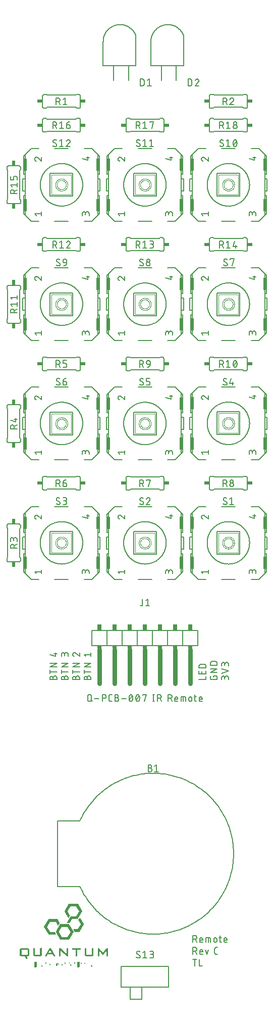
<source format=gto>
G04 EAGLE Gerber RS-274X export*
G75*
%MOMM*%
%FSLAX34Y34*%
%LPD*%
%INSilkscreen Top*%
%IPPOS*%
%AMOC8*
5,1,8,0,0,1.08239X$1,22.5*%
G01*
G04 Define Apertures*
%ADD10C,0.127000*%
%ADD11C,0.152400*%
%ADD12R,0.863600X0.609600*%
%ADD13R,0.609600X0.863600*%
%ADD14C,0.050800*%
%ADD15R,0.508000X2.159000*%
%ADD16C,0.200000*%
%ADD17C,0.762000*%
%ADD18R,0.762000X0.508000*%
%ADD19R,0.762000X1.016000*%
G36*
X114058Y92925D02*
X117763Y99334D01*
X117763Y99334D01*
X127286Y99334D01*
X127637Y99642D01*
X134779Y112013D01*
X134875Y112471D01*
X127734Y124842D01*
X127451Y125267D01*
X112638Y125267D01*
X112317Y124906D01*
X105172Y112537D01*
X105172Y112079D01*
X111208Y101627D01*
X112088Y101627D01*
X114166Y105228D01*
X114102Y105686D01*
X110398Y112099D01*
X110420Y112557D01*
X110420Y112557D01*
X110420Y112557D01*
X114921Y120344D01*
X114921Y120344D01*
X114921Y120344D01*
X115227Y120730D01*
X115227Y120730D01*
X115227Y120730D01*
X124750Y120730D01*
X124750Y120730D01*
X125075Y120377D01*
X125075Y120377D01*
X129570Y112593D01*
X129572Y112590D01*
X129572Y112589D01*
X129573Y112588D01*
X129573Y112588D01*
X129632Y112131D01*
X129632Y112131D01*
X129632Y112131D01*
X124870Y103884D01*
X124870Y103884D01*
X115348Y103884D01*
X114980Y103616D01*
X108584Y92520D01*
X113763Y92520D01*
X114058Y92925D01*
G37*
G36*
X103771Y69583D02*
X100649Y69583D01*
X100649Y69583D01*
X100317Y69927D01*
X100317Y69927D01*
X95814Y77734D01*
X95813Y77734D01*
X95813Y77735D01*
X95761Y78194D01*
X95761Y78194D01*
X100265Y86002D01*
X100544Y86437D01*
X100544Y86437D01*
X110088Y86437D01*
X110088Y86436D01*
X110088Y86436D01*
X110429Y86109D01*
X110429Y86109D01*
X110429Y86109D01*
X114938Y78304D01*
X114938Y78304D01*
X115014Y77845D01*
X115014Y77845D01*
X115014Y77845D01*
X113530Y75269D01*
X118510Y75269D01*
X118925Y75470D01*
X120260Y77761D01*
X120219Y78220D01*
X113107Y90644D01*
X112776Y90988D01*
X97930Y90988D01*
X90508Y78131D01*
X90609Y77672D01*
X97767Y65274D01*
X98170Y65052D01*
X103771Y65052D01*
X103771Y69583D01*
G37*
G36*
X88829Y77732D02*
X88487Y78056D01*
X81079Y78056D01*
X80627Y78190D01*
X80627Y78190D01*
X75861Y86435D01*
X75861Y86435D01*
X75861Y86435D01*
X75861Y86435D01*
X76077Y86893D01*
X76077Y86893D01*
X80578Y94681D01*
X80981Y94899D01*
X89976Y94899D01*
X90466Y94831D01*
X90466Y94831D01*
X90466Y94831D01*
X94439Y87960D01*
X96819Y92085D01*
X97031Y92543D01*
X93062Y99416D01*
X92546Y99439D01*
X78260Y99439D01*
X77907Y99135D01*
X70764Y86762D01*
X70700Y86304D01*
X77844Y73932D01*
X78135Y73519D01*
X91261Y73519D01*
X88829Y77732D01*
G37*
G36*
X130341Y78362D02*
X137470Y90713D01*
X137434Y91170D01*
X131403Y101617D01*
X130523Y101617D01*
X128456Y98036D01*
X128497Y97578D01*
X132194Y91175D01*
X132194Y91174D01*
X132194Y91174D01*
X132194Y91174D01*
X132194Y91173D01*
X132236Y90717D01*
X132236Y90717D01*
X127480Y82488D01*
X119513Y82488D01*
X122128Y77951D01*
X130050Y77951D01*
X130341Y78362D01*
G37*
G36*
X163618Y45437D02*
X163566Y46491D01*
X163566Y46491D01*
X163566Y46491D01*
X163613Y46513D01*
X163642Y46548D01*
X163642Y46548D01*
X163642Y46548D01*
X163642Y46548D01*
X163888Y46081D01*
X164173Y45637D01*
X168919Y39301D01*
X169547Y38523D01*
X174554Y45176D01*
X174858Y45609D01*
X175125Y46063D01*
X175369Y46531D01*
X175369Y46531D01*
X175369Y46531D01*
X175399Y46516D01*
X175452Y46512D01*
X175382Y45459D01*
X175380Y37333D01*
X178183Y37333D01*
X178183Y50359D01*
X175756Y50350D01*
X169995Y42798D01*
X169995Y42798D01*
X169994Y42798D01*
X169674Y42582D01*
X169674Y42582D01*
X169673Y42582D01*
X163837Y50076D01*
X163447Y50358D01*
X161169Y50358D01*
X161169Y37333D01*
X163618Y37333D01*
X163618Y45437D01*
G37*
G36*
X98623Y44117D02*
X98597Y45173D01*
X98516Y46226D01*
X98516Y46226D01*
X98516Y46226D01*
X98702Y46215D01*
X98703Y46215D01*
X98703Y46215D01*
X99073Y45839D01*
X99464Y45483D01*
X108760Y37661D01*
X109168Y37333D01*
X111218Y37333D01*
X111218Y50358D01*
X108495Y50358D01*
X108499Y43329D01*
X108587Y41747D01*
X108587Y41747D01*
X108587Y41747D01*
X108587Y41304D01*
X108587Y41304D01*
X108587Y41304D01*
X108586Y41304D01*
X108223Y41687D01*
X107454Y42410D01*
X98139Y50211D01*
X97665Y50358D01*
X95899Y50358D01*
X95899Y37333D01*
X98623Y37333D01*
X98623Y44117D01*
G37*
G36*
X41586Y36995D02*
X41586Y36996D01*
X41585Y36997D01*
X41558Y37340D01*
X41558Y37340D01*
X41558Y37340D01*
X43141Y37345D01*
X43668Y37379D01*
X44190Y37455D01*
X44699Y37592D01*
X45173Y37822D01*
X45552Y38185D01*
X45796Y38652D01*
X45940Y39159D01*
X46017Y39681D01*
X46048Y40208D01*
X46051Y42505D01*
X43028Y42505D01*
X43028Y39908D01*
X43028Y39908D01*
X42623Y39785D01*
X33122Y39785D01*
X33030Y40220D01*
X33030Y47610D01*
X33139Y48029D01*
X39251Y48029D01*
X39251Y50361D01*
X33446Y50361D01*
X32918Y50357D01*
X32391Y50323D01*
X31869Y50248D01*
X31359Y50112D01*
X30885Y49883D01*
X30503Y49523D01*
X30257Y49058D01*
X30112Y48551D01*
X30034Y48030D01*
X30003Y47503D01*
X30006Y40113D01*
X30045Y39587D01*
X30132Y39067D01*
X30290Y38564D01*
X30557Y38110D01*
X30958Y37772D01*
X31440Y37560D01*
X31953Y37436D01*
X32476Y37370D01*
X33003Y37343D01*
X38281Y37340D01*
X38281Y37340D01*
X38680Y37140D01*
X38681Y37140D01*
X40435Y33298D01*
X40735Y32944D01*
X43599Y32944D01*
X41586Y36995D01*
G37*
G36*
X64374Y37350D02*
X64901Y37395D01*
X65421Y37486D01*
X65924Y37646D01*
X66379Y37911D01*
X66720Y38311D01*
X66931Y38794D01*
X67053Y39307D01*
X67114Y39832D01*
X67135Y40360D01*
X67135Y49871D01*
X66979Y51697D01*
X64106Y50175D01*
X64106Y40135D01*
X64106Y40135D01*
X64106Y40135D01*
X64106Y40135D01*
X63924Y39789D01*
X63924Y39789D01*
X55523Y39790D01*
X55500Y39790D01*
X55500Y39790D01*
X55471Y39790D01*
X55471Y50358D01*
X52446Y50358D01*
X52449Y40173D01*
X52482Y39647D01*
X52562Y39124D01*
X52711Y38618D01*
X52965Y38157D01*
X53353Y37802D01*
X53830Y37578D01*
X54342Y37446D01*
X54865Y37374D01*
X55392Y37343D01*
X64374Y37350D01*
G37*
G36*
X150886Y37350D02*
X151413Y37395D01*
X151933Y37487D01*
X152436Y37647D01*
X152891Y37912D01*
X153231Y38313D01*
X153443Y38796D01*
X153565Y39309D01*
X153627Y39834D01*
X153647Y40362D01*
X153647Y50358D01*
X150612Y50358D01*
X150612Y40141D01*
X150612Y40141D01*
X150612Y40141D01*
X150436Y39789D01*
X150436Y39789D01*
X150436Y39789D01*
X142012Y39790D01*
X142012Y39790D01*
X141984Y39790D01*
X141984Y50358D01*
X138958Y50358D01*
X138963Y40174D01*
X138997Y39647D01*
X139078Y39125D01*
X139227Y38619D01*
X139478Y38156D01*
X139865Y37801D01*
X140343Y37577D01*
X140854Y37445D01*
X141377Y37373D01*
X141905Y37343D01*
X150886Y37350D01*
G37*
G36*
X112967Y65247D02*
X118362Y74504D01*
X117923Y75269D01*
X113535Y75269D01*
X110374Y69791D01*
X110374Y69791D01*
X110374Y69791D01*
X109968Y69583D01*
X109967Y69583D01*
X103771Y69583D01*
X103771Y65052D01*
X112552Y65052D01*
X112967Y65247D01*
G37*
G36*
X126576Y47572D02*
X126642Y48035D01*
X126642Y48035D01*
X132582Y48035D01*
X132582Y50358D01*
X117562Y50358D01*
X117562Y48035D01*
X123177Y48035D01*
X123178Y48035D01*
X123543Y47873D01*
X123543Y47873D01*
X123544Y47872D01*
X123544Y37333D01*
X126576Y37333D01*
X126576Y47572D01*
G37*
G36*
X75253Y37407D02*
X76492Y39746D01*
X76492Y39746D01*
X76492Y39747D01*
X76752Y40194D01*
X76752Y40194D01*
X76752Y40194D01*
X84694Y40194D01*
X84694Y40194D01*
X85100Y39986D01*
X85100Y39986D01*
X86370Y37664D01*
X86704Y37333D01*
X89961Y37333D01*
X85784Y44610D01*
X85341Y44760D01*
X82549Y44760D01*
X83724Y42550D01*
X83724Y42550D01*
X83724Y42550D01*
X83723Y42550D01*
X83222Y42533D01*
X83222Y42533D01*
X78458Y42533D01*
X78062Y42612D01*
X79237Y44760D01*
X76391Y44760D01*
X72184Y37333D01*
X74768Y37333D01*
X75253Y37407D01*
G37*
G36*
X56908Y18485D02*
X57056Y18485D01*
X57202Y18545D01*
X57354Y18577D01*
X57502Y18577D01*
X57648Y18637D01*
X57803Y18669D01*
X57925Y18752D01*
X58062Y18809D01*
X58174Y18920D01*
X58305Y19009D01*
X58386Y19133D01*
X58491Y19237D01*
X58551Y19383D01*
X58638Y19515D01*
X58666Y19661D01*
X58723Y19798D01*
X58723Y19955D01*
X58753Y20111D01*
X58723Y20256D01*
X58723Y26853D01*
X58491Y27414D01*
X58062Y27842D01*
X57502Y28074D01*
X56269Y28074D01*
X56114Y28104D01*
X55969Y28074D01*
X55821Y28074D01*
X55675Y28014D01*
X55523Y27983D01*
X55375Y27983D01*
X55229Y27922D01*
X55075Y27890D01*
X54952Y27807D01*
X54815Y27751D01*
X54703Y27639D01*
X54573Y27550D01*
X54491Y27427D01*
X54386Y27322D01*
X54326Y27176D01*
X54239Y27044D01*
X54211Y26899D01*
X54154Y26762D01*
X54154Y26604D01*
X54124Y26449D01*
X54154Y26304D01*
X54154Y19706D01*
X54386Y19146D01*
X54815Y18717D01*
X55375Y18485D01*
X56608Y18485D01*
X56763Y18455D01*
X56908Y18485D01*
G37*
G36*
X128999Y18485D02*
X129147Y18485D01*
X129293Y18545D01*
X129445Y18577D01*
X129593Y18577D01*
X129739Y18637D01*
X129893Y18669D01*
X130016Y18752D01*
X130153Y18809D01*
X130264Y18920D01*
X130395Y19009D01*
X130477Y19133D01*
X130582Y19237D01*
X130642Y19383D01*
X130729Y19515D01*
X130757Y19661D01*
X130814Y19798D01*
X130814Y19955D01*
X130843Y20111D01*
X130814Y20256D01*
X130814Y26853D01*
X130582Y27414D01*
X130153Y27842D01*
X129593Y28074D01*
X128360Y28074D01*
X128205Y28104D01*
X128060Y28074D01*
X127912Y28074D01*
X127766Y28014D01*
X127614Y27983D01*
X127466Y27983D01*
X127320Y27922D01*
X127165Y27890D01*
X127042Y27807D01*
X126906Y27751D01*
X126794Y27639D01*
X126663Y27550D01*
X126582Y27427D01*
X126477Y27322D01*
X126416Y27176D01*
X126329Y27044D01*
X126301Y26899D01*
X126245Y26762D01*
X126245Y26604D01*
X126215Y26449D01*
X126245Y26304D01*
X126245Y19706D01*
X126477Y19146D01*
X126906Y18717D01*
X127466Y18485D01*
X128699Y18485D01*
X128854Y18455D01*
X128999Y18485D01*
G37*
G36*
X46045Y47596D02*
X46005Y48128D01*
X45915Y48654D01*
X45751Y49161D01*
X45474Y49615D01*
X45061Y49949D01*
X44570Y50154D01*
X44050Y50274D01*
X43520Y50336D01*
X42987Y50360D01*
X39251Y50361D01*
X39251Y48029D01*
X42790Y48029D01*
X42790Y48029D01*
X43028Y47734D01*
X43028Y47733D01*
X43028Y42505D01*
X46051Y42505D01*
X46045Y47596D01*
G37*
G36*
X79406Y45068D02*
X80687Y47405D01*
X80687Y47405D01*
X80943Y47791D01*
X80943Y47791D01*
X80943Y47791D01*
X82440Y44965D01*
X82850Y44760D01*
X85699Y44760D01*
X82605Y50147D01*
X82192Y50354D01*
X80060Y50354D01*
X79544Y50324D01*
X76391Y44760D01*
X79056Y44760D01*
X79406Y45068D01*
G37*
G36*
X93350Y22324D02*
X92784Y22707D01*
X92784Y22707D01*
X92699Y23151D01*
X92699Y23681D01*
X92699Y23681D01*
X93088Y23821D01*
X95657Y23821D01*
X94961Y25383D01*
X90443Y25383D01*
X90443Y21247D01*
X93020Y21247D01*
X93350Y22324D01*
G37*
G36*
X81014Y22858D02*
X81014Y22859D01*
X81014Y22859D01*
X81015Y22860D01*
X81984Y23259D01*
X81266Y23976D01*
X81010Y24250D01*
X81010Y24250D01*
X80716Y24960D01*
X79489Y24716D01*
X79489Y21711D01*
X81011Y21709D01*
X81014Y22858D01*
G37*
G36*
X101466Y22473D02*
X101466Y22473D01*
X102111Y23118D01*
X101570Y23594D01*
X101397Y23946D01*
X101397Y23946D01*
X101082Y24587D01*
X99903Y24313D01*
X99903Y21567D01*
X101313Y21460D01*
X101466Y22473D01*
G37*
G36*
X151452Y22086D02*
X150571Y22496D01*
X150135Y22129D01*
X150135Y22129D01*
X150135Y22129D01*
X150134Y22129D01*
X149476Y22185D01*
X149051Y21154D01*
X150156Y20224D01*
X151452Y19603D01*
X151452Y22086D01*
G37*
G36*
X68229Y22084D02*
X67348Y22494D01*
X66915Y22129D01*
X66915Y22129D01*
X66915Y22129D01*
X66915Y22129D01*
X66914Y22129D01*
X66255Y22186D01*
X65827Y21156D01*
X66932Y20223D01*
X68229Y19605D01*
X68229Y22084D01*
G37*
G36*
X116667Y21884D02*
X115986Y23070D01*
X115560Y23248D01*
X114484Y23248D01*
X114484Y22621D01*
X113994Y21437D01*
X115242Y21437D01*
X115607Y21073D01*
X116667Y21884D01*
G37*
G36*
X74608Y24862D02*
X74608Y25383D01*
X75092Y26550D01*
X73200Y26550D01*
X72811Y25610D01*
X73084Y25336D01*
X73084Y25336D01*
X73382Y24618D01*
X74608Y24862D01*
G37*
G36*
X122888Y24862D02*
X122888Y25383D01*
X123372Y26550D01*
X121480Y26550D01*
X121091Y25610D01*
X121364Y25336D01*
X121662Y24618D01*
X122888Y24862D01*
G37*
G36*
X134020Y25027D02*
X134020Y25027D01*
X134196Y25376D01*
X134422Y25929D01*
X133610Y26646D01*
X132809Y26195D01*
X132575Y25730D01*
X132433Y24712D01*
X133667Y24326D01*
X134020Y25027D01*
G37*
G36*
X140564Y24788D02*
X140517Y25502D01*
X140365Y26009D01*
X139993Y26375D01*
X139230Y26589D01*
X138604Y25754D01*
X139044Y25048D01*
X139044Y25048D01*
X139044Y25048D01*
X139432Y24424D01*
X140564Y24788D01*
G37*
G36*
X107005Y24836D02*
X106930Y25693D01*
X106679Y26166D01*
X106223Y26449D01*
X105505Y26581D01*
X104988Y25573D01*
X105494Y25086D01*
X105494Y25086D01*
X105495Y25086D01*
X105495Y25085D01*
X105794Y24491D01*
X107005Y24836D01*
G37*
G36*
X114483Y25691D02*
X114042Y26459D01*
X113574Y26553D01*
X112760Y26553D01*
X112566Y25254D01*
X113337Y25018D01*
X113884Y24889D01*
X114483Y25691D01*
G37*
D10*
X85865Y500635D02*
X85865Y503810D01*
X85867Y503921D01*
X85873Y504031D01*
X85882Y504142D01*
X85896Y504252D01*
X85913Y504361D01*
X85934Y504470D01*
X85959Y504578D01*
X85988Y504685D01*
X86020Y504791D01*
X86056Y504896D01*
X86096Y504999D01*
X86139Y505101D01*
X86186Y505202D01*
X86237Y505301D01*
X86290Y505398D01*
X86347Y505492D01*
X86408Y505585D01*
X86471Y505676D01*
X86538Y505765D01*
X86608Y505851D01*
X86681Y505934D01*
X86756Y506016D01*
X86834Y506094D01*
X86916Y506169D01*
X86999Y506242D01*
X87085Y506312D01*
X87174Y506379D01*
X87265Y506442D01*
X87358Y506503D01*
X87453Y506560D01*
X87549Y506613D01*
X87648Y506664D01*
X87749Y506711D01*
X87851Y506754D01*
X87954Y506794D01*
X88059Y506830D01*
X88165Y506862D01*
X88272Y506891D01*
X88380Y506916D01*
X88489Y506937D01*
X88598Y506954D01*
X88708Y506968D01*
X88819Y506977D01*
X88929Y506983D01*
X89040Y506985D01*
X89151Y506983D01*
X89261Y506977D01*
X89372Y506968D01*
X89482Y506954D01*
X89591Y506937D01*
X89700Y506916D01*
X89808Y506891D01*
X89915Y506862D01*
X90021Y506830D01*
X90126Y506794D01*
X90229Y506754D01*
X90331Y506711D01*
X90432Y506664D01*
X90531Y506613D01*
X90628Y506560D01*
X90722Y506503D01*
X90815Y506442D01*
X90906Y506379D01*
X90995Y506312D01*
X91081Y506242D01*
X91164Y506169D01*
X91246Y506094D01*
X91324Y506016D01*
X91399Y505934D01*
X91472Y505851D01*
X91542Y505765D01*
X91609Y505676D01*
X91672Y505585D01*
X91733Y505492D01*
X91790Y505398D01*
X91843Y505301D01*
X91894Y505202D01*
X91941Y505101D01*
X91984Y504999D01*
X92024Y504896D01*
X92060Y504791D01*
X92092Y504685D01*
X92121Y504578D01*
X92146Y504470D01*
X92167Y504361D01*
X92184Y504252D01*
X92198Y504142D01*
X92207Y504031D01*
X92213Y503921D01*
X92215Y503810D01*
X92215Y500635D01*
X80785Y500635D01*
X80785Y503810D01*
X80787Y503910D01*
X80793Y504009D01*
X80803Y504109D01*
X80816Y504207D01*
X80834Y504306D01*
X80855Y504403D01*
X80880Y504499D01*
X80909Y504595D01*
X80942Y504689D01*
X80978Y504782D01*
X81018Y504873D01*
X81062Y504963D01*
X81109Y505051D01*
X81159Y505137D01*
X81213Y505221D01*
X81270Y505303D01*
X81330Y505382D01*
X81394Y505460D01*
X81460Y505534D01*
X81529Y505606D01*
X81601Y505675D01*
X81675Y505741D01*
X81753Y505805D01*
X81832Y505865D01*
X81914Y505922D01*
X81998Y505976D01*
X82084Y506026D01*
X82172Y506073D01*
X82262Y506117D01*
X82353Y506157D01*
X82446Y506193D01*
X82540Y506226D01*
X82636Y506255D01*
X82732Y506280D01*
X82829Y506301D01*
X82928Y506319D01*
X83026Y506332D01*
X83126Y506342D01*
X83225Y506348D01*
X83325Y506350D01*
X83425Y506348D01*
X83524Y506342D01*
X83624Y506332D01*
X83722Y506319D01*
X83821Y506301D01*
X83918Y506280D01*
X84014Y506255D01*
X84110Y506226D01*
X84204Y506193D01*
X84297Y506157D01*
X84388Y506117D01*
X84478Y506073D01*
X84566Y506026D01*
X84652Y505976D01*
X84736Y505922D01*
X84818Y505865D01*
X84897Y505805D01*
X84975Y505741D01*
X85049Y505675D01*
X85121Y505606D01*
X85190Y505534D01*
X85256Y505460D01*
X85320Y505382D01*
X85380Y505303D01*
X85437Y505221D01*
X85491Y505137D01*
X85541Y505051D01*
X85588Y504963D01*
X85632Y504873D01*
X85672Y504782D01*
X85708Y504689D01*
X85741Y504595D01*
X85770Y504499D01*
X85795Y504403D01*
X85816Y504306D01*
X85834Y504207D01*
X85847Y504109D01*
X85857Y504009D01*
X85863Y503910D01*
X85865Y503810D01*
X80785Y513907D02*
X92215Y513907D01*
X80785Y510732D02*
X80785Y517082D01*
X80785Y521781D02*
X92215Y521781D01*
X92215Y528131D02*
X80785Y521781D01*
X80785Y528131D02*
X92215Y528131D01*
X89675Y539688D02*
X80785Y542228D01*
X89675Y539688D02*
X89675Y546038D01*
X87135Y544133D02*
X92215Y544133D01*
X104915Y503810D02*
X104915Y500635D01*
X104915Y503810D02*
X104917Y503921D01*
X104923Y504031D01*
X104932Y504142D01*
X104946Y504252D01*
X104963Y504361D01*
X104984Y504470D01*
X105009Y504578D01*
X105038Y504685D01*
X105070Y504791D01*
X105106Y504896D01*
X105146Y504999D01*
X105189Y505101D01*
X105236Y505202D01*
X105287Y505301D01*
X105340Y505398D01*
X105397Y505492D01*
X105458Y505585D01*
X105521Y505676D01*
X105588Y505765D01*
X105658Y505851D01*
X105731Y505934D01*
X105806Y506016D01*
X105884Y506094D01*
X105966Y506169D01*
X106049Y506242D01*
X106135Y506312D01*
X106224Y506379D01*
X106315Y506442D01*
X106408Y506503D01*
X106503Y506560D01*
X106599Y506613D01*
X106698Y506664D01*
X106799Y506711D01*
X106901Y506754D01*
X107004Y506794D01*
X107109Y506830D01*
X107215Y506862D01*
X107322Y506891D01*
X107430Y506916D01*
X107539Y506937D01*
X107648Y506954D01*
X107758Y506968D01*
X107869Y506977D01*
X107979Y506983D01*
X108090Y506985D01*
X108201Y506983D01*
X108311Y506977D01*
X108422Y506968D01*
X108532Y506954D01*
X108641Y506937D01*
X108750Y506916D01*
X108858Y506891D01*
X108965Y506862D01*
X109071Y506830D01*
X109176Y506794D01*
X109279Y506754D01*
X109381Y506711D01*
X109482Y506664D01*
X109581Y506613D01*
X109678Y506560D01*
X109772Y506503D01*
X109865Y506442D01*
X109956Y506379D01*
X110045Y506312D01*
X110131Y506242D01*
X110214Y506169D01*
X110296Y506094D01*
X110374Y506016D01*
X110449Y505934D01*
X110522Y505851D01*
X110592Y505765D01*
X110659Y505676D01*
X110722Y505585D01*
X110783Y505492D01*
X110840Y505398D01*
X110893Y505301D01*
X110944Y505202D01*
X110991Y505101D01*
X111034Y504999D01*
X111074Y504896D01*
X111110Y504791D01*
X111142Y504685D01*
X111171Y504578D01*
X111196Y504470D01*
X111217Y504361D01*
X111234Y504252D01*
X111248Y504142D01*
X111257Y504031D01*
X111263Y503921D01*
X111265Y503810D01*
X111265Y500635D01*
X99835Y500635D01*
X99835Y503810D01*
X99837Y503910D01*
X99843Y504009D01*
X99853Y504109D01*
X99866Y504207D01*
X99884Y504306D01*
X99905Y504403D01*
X99930Y504499D01*
X99959Y504595D01*
X99992Y504689D01*
X100028Y504782D01*
X100068Y504873D01*
X100112Y504963D01*
X100159Y505051D01*
X100209Y505137D01*
X100263Y505221D01*
X100320Y505303D01*
X100380Y505382D01*
X100444Y505460D01*
X100510Y505534D01*
X100579Y505606D01*
X100651Y505675D01*
X100725Y505741D01*
X100803Y505805D01*
X100882Y505865D01*
X100964Y505922D01*
X101048Y505976D01*
X101134Y506026D01*
X101222Y506073D01*
X101312Y506117D01*
X101403Y506157D01*
X101496Y506193D01*
X101590Y506226D01*
X101686Y506255D01*
X101782Y506280D01*
X101879Y506301D01*
X101978Y506319D01*
X102076Y506332D01*
X102176Y506342D01*
X102275Y506348D01*
X102375Y506350D01*
X102475Y506348D01*
X102574Y506342D01*
X102674Y506332D01*
X102772Y506319D01*
X102871Y506301D01*
X102968Y506280D01*
X103064Y506255D01*
X103160Y506226D01*
X103254Y506193D01*
X103347Y506157D01*
X103438Y506117D01*
X103528Y506073D01*
X103616Y506026D01*
X103702Y505976D01*
X103786Y505922D01*
X103868Y505865D01*
X103947Y505805D01*
X104025Y505741D01*
X104099Y505675D01*
X104171Y505606D01*
X104240Y505534D01*
X104306Y505460D01*
X104370Y505382D01*
X104430Y505303D01*
X104487Y505221D01*
X104541Y505137D01*
X104591Y505051D01*
X104638Y504963D01*
X104682Y504873D01*
X104722Y504782D01*
X104758Y504689D01*
X104791Y504595D01*
X104820Y504499D01*
X104845Y504403D01*
X104866Y504306D01*
X104884Y504207D01*
X104897Y504109D01*
X104907Y504009D01*
X104913Y503910D01*
X104915Y503810D01*
X99835Y513907D02*
X111265Y513907D01*
X99835Y510732D02*
X99835Y517082D01*
X99835Y521781D02*
X111265Y521781D01*
X111265Y528131D02*
X99835Y521781D01*
X99835Y528131D02*
X111265Y528131D01*
X111265Y539688D02*
X111265Y542863D01*
X111263Y542974D01*
X111257Y543084D01*
X111248Y543195D01*
X111234Y543305D01*
X111217Y543414D01*
X111196Y543523D01*
X111171Y543631D01*
X111142Y543738D01*
X111110Y543844D01*
X111074Y543949D01*
X111034Y544052D01*
X110991Y544154D01*
X110944Y544255D01*
X110893Y544354D01*
X110840Y544451D01*
X110783Y544545D01*
X110722Y544638D01*
X110659Y544729D01*
X110592Y544818D01*
X110522Y544904D01*
X110449Y544987D01*
X110374Y545069D01*
X110296Y545147D01*
X110214Y545222D01*
X110131Y545295D01*
X110045Y545365D01*
X109956Y545432D01*
X109865Y545495D01*
X109772Y545556D01*
X109678Y545613D01*
X109581Y545666D01*
X109482Y545717D01*
X109381Y545764D01*
X109279Y545807D01*
X109176Y545847D01*
X109071Y545883D01*
X108965Y545915D01*
X108858Y545944D01*
X108750Y545969D01*
X108641Y545990D01*
X108532Y546007D01*
X108422Y546021D01*
X108311Y546030D01*
X108201Y546036D01*
X108090Y546038D01*
X107979Y546036D01*
X107869Y546030D01*
X107758Y546021D01*
X107648Y546007D01*
X107539Y545990D01*
X107430Y545969D01*
X107322Y545944D01*
X107215Y545915D01*
X107109Y545883D01*
X107004Y545847D01*
X106901Y545807D01*
X106799Y545764D01*
X106698Y545717D01*
X106599Y545666D01*
X106503Y545613D01*
X106408Y545556D01*
X106315Y545495D01*
X106224Y545432D01*
X106135Y545365D01*
X106049Y545295D01*
X105966Y545222D01*
X105884Y545147D01*
X105806Y545069D01*
X105731Y544987D01*
X105658Y544904D01*
X105588Y544818D01*
X105521Y544729D01*
X105458Y544638D01*
X105397Y544545D01*
X105340Y544451D01*
X105287Y544354D01*
X105236Y544255D01*
X105189Y544154D01*
X105146Y544052D01*
X105106Y543949D01*
X105070Y543844D01*
X105038Y543738D01*
X105009Y543631D01*
X104984Y543523D01*
X104963Y543414D01*
X104946Y543305D01*
X104932Y543195D01*
X104923Y543084D01*
X104917Y542974D01*
X104915Y542863D01*
X99835Y543498D02*
X99835Y539688D01*
X99835Y543498D02*
X99837Y543598D01*
X99843Y543697D01*
X99853Y543797D01*
X99866Y543895D01*
X99884Y543994D01*
X99905Y544091D01*
X99930Y544187D01*
X99959Y544283D01*
X99992Y544377D01*
X100028Y544470D01*
X100068Y544561D01*
X100112Y544651D01*
X100159Y544739D01*
X100209Y544825D01*
X100263Y544909D01*
X100320Y544991D01*
X100380Y545070D01*
X100444Y545148D01*
X100510Y545222D01*
X100579Y545294D01*
X100651Y545363D01*
X100725Y545429D01*
X100803Y545493D01*
X100882Y545553D01*
X100964Y545610D01*
X101048Y545664D01*
X101134Y545714D01*
X101222Y545761D01*
X101312Y545805D01*
X101403Y545845D01*
X101496Y545881D01*
X101590Y545914D01*
X101686Y545943D01*
X101782Y545968D01*
X101879Y545989D01*
X101978Y546007D01*
X102076Y546020D01*
X102176Y546030D01*
X102275Y546036D01*
X102375Y546038D01*
X102475Y546036D01*
X102574Y546030D01*
X102674Y546020D01*
X102772Y546007D01*
X102871Y545989D01*
X102968Y545968D01*
X103064Y545943D01*
X103160Y545914D01*
X103254Y545881D01*
X103347Y545845D01*
X103438Y545805D01*
X103528Y545761D01*
X103616Y545714D01*
X103702Y545664D01*
X103786Y545610D01*
X103868Y545553D01*
X103947Y545493D01*
X104025Y545429D01*
X104099Y545363D01*
X104171Y545294D01*
X104240Y545222D01*
X104306Y545148D01*
X104370Y545070D01*
X104430Y544991D01*
X104487Y544909D01*
X104541Y544825D01*
X104591Y544739D01*
X104638Y544651D01*
X104682Y544561D01*
X104722Y544470D01*
X104758Y544377D01*
X104791Y544283D01*
X104820Y544187D01*
X104845Y544091D01*
X104866Y543994D01*
X104884Y543895D01*
X104897Y543797D01*
X104907Y543697D01*
X104913Y543598D01*
X104915Y543498D01*
X104915Y540958D01*
X123965Y503810D02*
X123965Y500635D01*
X123965Y503810D02*
X123967Y503921D01*
X123973Y504031D01*
X123982Y504142D01*
X123996Y504252D01*
X124013Y504361D01*
X124034Y504470D01*
X124059Y504578D01*
X124088Y504685D01*
X124120Y504791D01*
X124156Y504896D01*
X124196Y504999D01*
X124239Y505101D01*
X124286Y505202D01*
X124337Y505301D01*
X124390Y505398D01*
X124447Y505492D01*
X124508Y505585D01*
X124571Y505676D01*
X124638Y505765D01*
X124708Y505851D01*
X124781Y505934D01*
X124856Y506016D01*
X124934Y506094D01*
X125016Y506169D01*
X125099Y506242D01*
X125185Y506312D01*
X125274Y506379D01*
X125365Y506442D01*
X125458Y506503D01*
X125553Y506560D01*
X125649Y506613D01*
X125748Y506664D01*
X125849Y506711D01*
X125951Y506754D01*
X126054Y506794D01*
X126159Y506830D01*
X126265Y506862D01*
X126372Y506891D01*
X126480Y506916D01*
X126589Y506937D01*
X126698Y506954D01*
X126808Y506968D01*
X126919Y506977D01*
X127029Y506983D01*
X127140Y506985D01*
X127251Y506983D01*
X127361Y506977D01*
X127472Y506968D01*
X127582Y506954D01*
X127691Y506937D01*
X127800Y506916D01*
X127908Y506891D01*
X128015Y506862D01*
X128121Y506830D01*
X128226Y506794D01*
X128329Y506754D01*
X128431Y506711D01*
X128532Y506664D01*
X128631Y506613D01*
X128728Y506560D01*
X128822Y506503D01*
X128915Y506442D01*
X129006Y506379D01*
X129095Y506312D01*
X129181Y506242D01*
X129264Y506169D01*
X129346Y506094D01*
X129424Y506016D01*
X129499Y505934D01*
X129572Y505851D01*
X129642Y505765D01*
X129709Y505676D01*
X129772Y505585D01*
X129833Y505492D01*
X129890Y505398D01*
X129943Y505301D01*
X129994Y505202D01*
X130041Y505101D01*
X130084Y504999D01*
X130124Y504896D01*
X130160Y504791D01*
X130192Y504685D01*
X130221Y504578D01*
X130246Y504470D01*
X130267Y504361D01*
X130284Y504252D01*
X130298Y504142D01*
X130307Y504031D01*
X130313Y503921D01*
X130315Y503810D01*
X130315Y500635D01*
X118885Y500635D01*
X118885Y503810D01*
X118887Y503910D01*
X118893Y504009D01*
X118903Y504109D01*
X118916Y504207D01*
X118934Y504306D01*
X118955Y504403D01*
X118980Y504499D01*
X119009Y504595D01*
X119042Y504689D01*
X119078Y504782D01*
X119118Y504873D01*
X119162Y504963D01*
X119209Y505051D01*
X119259Y505137D01*
X119313Y505221D01*
X119370Y505303D01*
X119430Y505382D01*
X119494Y505460D01*
X119560Y505534D01*
X119629Y505606D01*
X119701Y505675D01*
X119775Y505741D01*
X119853Y505805D01*
X119932Y505865D01*
X120014Y505922D01*
X120098Y505976D01*
X120184Y506026D01*
X120272Y506073D01*
X120362Y506117D01*
X120453Y506157D01*
X120546Y506193D01*
X120640Y506226D01*
X120736Y506255D01*
X120832Y506280D01*
X120929Y506301D01*
X121028Y506319D01*
X121126Y506332D01*
X121226Y506342D01*
X121325Y506348D01*
X121425Y506350D01*
X121525Y506348D01*
X121624Y506342D01*
X121724Y506332D01*
X121822Y506319D01*
X121921Y506301D01*
X122018Y506280D01*
X122114Y506255D01*
X122210Y506226D01*
X122304Y506193D01*
X122397Y506157D01*
X122488Y506117D01*
X122578Y506073D01*
X122666Y506026D01*
X122752Y505976D01*
X122836Y505922D01*
X122918Y505865D01*
X122997Y505805D01*
X123075Y505741D01*
X123149Y505675D01*
X123221Y505606D01*
X123290Y505534D01*
X123356Y505460D01*
X123420Y505382D01*
X123480Y505303D01*
X123537Y505221D01*
X123591Y505137D01*
X123641Y505051D01*
X123688Y504963D01*
X123732Y504873D01*
X123772Y504782D01*
X123808Y504689D01*
X123841Y504595D01*
X123870Y504499D01*
X123895Y504403D01*
X123916Y504306D01*
X123934Y504207D01*
X123947Y504109D01*
X123957Y504009D01*
X123963Y503910D01*
X123965Y503810D01*
X118885Y513907D02*
X130315Y513907D01*
X118885Y510732D02*
X118885Y517082D01*
X118885Y521781D02*
X130315Y521781D01*
X130315Y528131D02*
X118885Y521781D01*
X118885Y528131D02*
X130315Y528131D01*
X118885Y543180D02*
X118887Y543284D01*
X118893Y543389D01*
X118902Y543493D01*
X118915Y543596D01*
X118933Y543699D01*
X118953Y543801D01*
X118978Y543903D01*
X119006Y544003D01*
X119038Y544103D01*
X119074Y544201D01*
X119113Y544298D01*
X119155Y544393D01*
X119201Y544487D01*
X119251Y544579D01*
X119303Y544669D01*
X119359Y544757D01*
X119419Y544843D01*
X119481Y544927D01*
X119546Y545008D01*
X119614Y545087D01*
X119686Y545164D01*
X119759Y545237D01*
X119836Y545309D01*
X119915Y545377D01*
X119996Y545442D01*
X120080Y545504D01*
X120166Y545564D01*
X120254Y545620D01*
X120344Y545672D01*
X120436Y545722D01*
X120530Y545768D01*
X120625Y545810D01*
X120722Y545849D01*
X120820Y545885D01*
X120920Y545917D01*
X121020Y545945D01*
X121122Y545970D01*
X121224Y545990D01*
X121327Y546008D01*
X121430Y546021D01*
X121534Y546030D01*
X121639Y546036D01*
X121743Y546038D01*
X118885Y543180D02*
X118887Y543062D01*
X118893Y542943D01*
X118902Y542825D01*
X118915Y542708D01*
X118933Y542591D01*
X118953Y542474D01*
X118978Y542358D01*
X119006Y542243D01*
X119039Y542130D01*
X119074Y542017D01*
X119114Y541905D01*
X119156Y541795D01*
X119203Y541686D01*
X119253Y541578D01*
X119306Y541473D01*
X119363Y541369D01*
X119423Y541267D01*
X119486Y541167D01*
X119553Y541069D01*
X119622Y540973D01*
X119695Y540880D01*
X119771Y540789D01*
X119849Y540700D01*
X119931Y540614D01*
X120015Y540531D01*
X120101Y540450D01*
X120191Y540373D01*
X120282Y540298D01*
X120376Y540226D01*
X120473Y540157D01*
X120571Y540092D01*
X120672Y540029D01*
X120775Y539970D01*
X120879Y539914D01*
X120985Y539862D01*
X121093Y539813D01*
X121202Y539768D01*
X121313Y539726D01*
X121425Y539688D01*
X123965Y545085D02*
X123890Y545161D01*
X123811Y545236D01*
X123730Y545307D01*
X123646Y545376D01*
X123560Y545441D01*
X123472Y545503D01*
X123382Y545563D01*
X123290Y545619D01*
X123195Y545672D01*
X123099Y545721D01*
X123001Y545767D01*
X122902Y545810D01*
X122801Y545849D01*
X122699Y545884D01*
X122596Y545916D01*
X122492Y545944D01*
X122387Y545969D01*
X122280Y545990D01*
X122174Y546007D01*
X122067Y546020D01*
X121959Y546029D01*
X121851Y546035D01*
X121743Y546037D01*
X123965Y545085D02*
X130315Y539688D01*
X130315Y546038D01*
X143015Y503810D02*
X143015Y500635D01*
X143015Y503810D02*
X143017Y503921D01*
X143023Y504031D01*
X143032Y504142D01*
X143046Y504252D01*
X143063Y504361D01*
X143084Y504470D01*
X143109Y504578D01*
X143138Y504685D01*
X143170Y504791D01*
X143206Y504896D01*
X143246Y504999D01*
X143289Y505101D01*
X143336Y505202D01*
X143387Y505301D01*
X143440Y505398D01*
X143497Y505492D01*
X143558Y505585D01*
X143621Y505676D01*
X143688Y505765D01*
X143758Y505851D01*
X143831Y505934D01*
X143906Y506016D01*
X143984Y506094D01*
X144066Y506169D01*
X144149Y506242D01*
X144235Y506312D01*
X144324Y506379D01*
X144415Y506442D01*
X144508Y506503D01*
X144603Y506560D01*
X144699Y506613D01*
X144798Y506664D01*
X144899Y506711D01*
X145001Y506754D01*
X145104Y506794D01*
X145209Y506830D01*
X145315Y506862D01*
X145422Y506891D01*
X145530Y506916D01*
X145639Y506937D01*
X145748Y506954D01*
X145858Y506968D01*
X145969Y506977D01*
X146079Y506983D01*
X146190Y506985D01*
X146301Y506983D01*
X146411Y506977D01*
X146522Y506968D01*
X146632Y506954D01*
X146741Y506937D01*
X146850Y506916D01*
X146958Y506891D01*
X147065Y506862D01*
X147171Y506830D01*
X147276Y506794D01*
X147379Y506754D01*
X147481Y506711D01*
X147582Y506664D01*
X147681Y506613D01*
X147778Y506560D01*
X147872Y506503D01*
X147965Y506442D01*
X148056Y506379D01*
X148145Y506312D01*
X148231Y506242D01*
X148314Y506169D01*
X148396Y506094D01*
X148474Y506016D01*
X148549Y505934D01*
X148622Y505851D01*
X148692Y505765D01*
X148759Y505676D01*
X148822Y505585D01*
X148883Y505492D01*
X148940Y505398D01*
X148993Y505301D01*
X149044Y505202D01*
X149091Y505101D01*
X149134Y504999D01*
X149174Y504896D01*
X149210Y504791D01*
X149242Y504685D01*
X149271Y504578D01*
X149296Y504470D01*
X149317Y504361D01*
X149334Y504252D01*
X149348Y504142D01*
X149357Y504031D01*
X149363Y503921D01*
X149365Y503810D01*
X149365Y500635D01*
X137935Y500635D01*
X137935Y503810D01*
X137937Y503910D01*
X137943Y504009D01*
X137953Y504109D01*
X137966Y504207D01*
X137984Y504306D01*
X138005Y504403D01*
X138030Y504499D01*
X138059Y504595D01*
X138092Y504689D01*
X138128Y504782D01*
X138168Y504873D01*
X138212Y504963D01*
X138259Y505051D01*
X138309Y505137D01*
X138363Y505221D01*
X138420Y505303D01*
X138480Y505382D01*
X138544Y505460D01*
X138610Y505534D01*
X138679Y505606D01*
X138751Y505675D01*
X138825Y505741D01*
X138903Y505805D01*
X138982Y505865D01*
X139064Y505922D01*
X139148Y505976D01*
X139234Y506026D01*
X139322Y506073D01*
X139412Y506117D01*
X139503Y506157D01*
X139596Y506193D01*
X139690Y506226D01*
X139786Y506255D01*
X139882Y506280D01*
X139979Y506301D01*
X140078Y506319D01*
X140176Y506332D01*
X140276Y506342D01*
X140375Y506348D01*
X140475Y506350D01*
X140575Y506348D01*
X140674Y506342D01*
X140774Y506332D01*
X140872Y506319D01*
X140971Y506301D01*
X141068Y506280D01*
X141164Y506255D01*
X141260Y506226D01*
X141354Y506193D01*
X141447Y506157D01*
X141538Y506117D01*
X141628Y506073D01*
X141716Y506026D01*
X141802Y505976D01*
X141886Y505922D01*
X141968Y505865D01*
X142047Y505805D01*
X142125Y505741D01*
X142199Y505675D01*
X142271Y505606D01*
X142340Y505534D01*
X142406Y505460D01*
X142470Y505382D01*
X142530Y505303D01*
X142587Y505221D01*
X142641Y505137D01*
X142691Y505051D01*
X142738Y504963D01*
X142782Y504873D01*
X142822Y504782D01*
X142858Y504689D01*
X142891Y504595D01*
X142920Y504499D01*
X142945Y504403D01*
X142966Y504306D01*
X142984Y504207D01*
X142997Y504109D01*
X143007Y504009D01*
X143013Y503910D01*
X143015Y503810D01*
X137935Y513907D02*
X149365Y513907D01*
X137935Y510732D02*
X137935Y517082D01*
X137935Y521781D02*
X149365Y521781D01*
X149365Y528131D02*
X137935Y521781D01*
X137935Y528131D02*
X149365Y528131D01*
X140475Y539688D02*
X137935Y542863D01*
X149365Y542863D01*
X149365Y539688D02*
X149365Y546038D01*
X330835Y500635D02*
X342265Y500635D01*
X342265Y505715D01*
X342265Y510541D02*
X342265Y515621D01*
X342265Y510541D02*
X330835Y510541D01*
X330835Y515621D01*
X335915Y514351D02*
X335915Y510541D01*
X330835Y520422D02*
X342265Y520422D01*
X330835Y520422D02*
X330835Y523597D01*
X330837Y523708D01*
X330843Y523818D01*
X330852Y523929D01*
X330866Y524039D01*
X330883Y524148D01*
X330904Y524257D01*
X330929Y524365D01*
X330958Y524472D01*
X330990Y524578D01*
X331026Y524683D01*
X331066Y524786D01*
X331109Y524888D01*
X331156Y524989D01*
X331207Y525088D01*
X331260Y525185D01*
X331317Y525279D01*
X331378Y525372D01*
X331441Y525463D01*
X331508Y525552D01*
X331578Y525638D01*
X331651Y525721D01*
X331726Y525803D01*
X331804Y525881D01*
X331886Y525956D01*
X331969Y526029D01*
X332055Y526099D01*
X332144Y526166D01*
X332235Y526229D01*
X332328Y526290D01*
X332423Y526347D01*
X332519Y526400D01*
X332618Y526451D01*
X332719Y526498D01*
X332821Y526541D01*
X332924Y526581D01*
X333029Y526617D01*
X333135Y526649D01*
X333242Y526678D01*
X333350Y526703D01*
X333459Y526724D01*
X333568Y526741D01*
X333678Y526755D01*
X333789Y526764D01*
X333899Y526770D01*
X334010Y526772D01*
X339090Y526772D01*
X339201Y526770D01*
X339311Y526764D01*
X339422Y526755D01*
X339532Y526741D01*
X339641Y526724D01*
X339750Y526703D01*
X339858Y526678D01*
X339965Y526649D01*
X340071Y526617D01*
X340176Y526581D01*
X340279Y526541D01*
X340381Y526498D01*
X340482Y526451D01*
X340581Y526400D01*
X340678Y526347D01*
X340772Y526290D01*
X340865Y526229D01*
X340956Y526166D01*
X341045Y526099D01*
X341131Y526029D01*
X341214Y525956D01*
X341296Y525881D01*
X341374Y525803D01*
X341449Y525721D01*
X341522Y525638D01*
X341592Y525552D01*
X341659Y525463D01*
X341722Y525372D01*
X341783Y525279D01*
X341840Y525185D01*
X341893Y525088D01*
X341944Y524989D01*
X341991Y524888D01*
X342034Y524786D01*
X342074Y524683D01*
X342110Y524578D01*
X342142Y524472D01*
X342171Y524365D01*
X342196Y524257D01*
X342217Y524148D01*
X342234Y524039D01*
X342248Y523929D01*
X342257Y523818D01*
X342263Y523708D01*
X342265Y523597D01*
X342265Y520422D01*
X354965Y506985D02*
X354965Y505080D01*
X354965Y506985D02*
X361315Y506985D01*
X361315Y503175D01*
X361313Y503075D01*
X361307Y502976D01*
X361297Y502876D01*
X361284Y502778D01*
X361266Y502679D01*
X361245Y502582D01*
X361220Y502486D01*
X361191Y502390D01*
X361158Y502296D01*
X361122Y502203D01*
X361082Y502112D01*
X361038Y502022D01*
X360991Y501934D01*
X360941Y501848D01*
X360887Y501764D01*
X360830Y501682D01*
X360770Y501603D01*
X360706Y501525D01*
X360640Y501451D01*
X360571Y501379D01*
X360499Y501310D01*
X360425Y501244D01*
X360347Y501180D01*
X360268Y501120D01*
X360186Y501063D01*
X360102Y501009D01*
X360016Y500959D01*
X359928Y500912D01*
X359838Y500868D01*
X359747Y500828D01*
X359654Y500792D01*
X359560Y500759D01*
X359464Y500730D01*
X359368Y500705D01*
X359271Y500684D01*
X359172Y500666D01*
X359074Y500653D01*
X358974Y500643D01*
X358875Y500637D01*
X358775Y500635D01*
X352425Y500635D01*
X352325Y500637D01*
X352226Y500643D01*
X352126Y500653D01*
X352028Y500666D01*
X351929Y500684D01*
X351832Y500705D01*
X351736Y500730D01*
X351640Y500759D01*
X351546Y500792D01*
X351453Y500828D01*
X351362Y500868D01*
X351272Y500912D01*
X351184Y500959D01*
X351098Y501009D01*
X351014Y501063D01*
X350932Y501120D01*
X350853Y501180D01*
X350775Y501244D01*
X350701Y501310D01*
X350629Y501379D01*
X350560Y501451D01*
X350494Y501525D01*
X350430Y501603D01*
X350370Y501682D01*
X350313Y501764D01*
X350259Y501848D01*
X350209Y501934D01*
X350162Y502022D01*
X350118Y502112D01*
X350078Y502203D01*
X350042Y502296D01*
X350009Y502390D01*
X349980Y502486D01*
X349955Y502582D01*
X349934Y502679D01*
X349916Y502778D01*
X349903Y502876D01*
X349893Y502976D01*
X349887Y503075D01*
X349885Y503175D01*
X349885Y506985D01*
X349885Y512827D02*
X361315Y512827D01*
X361315Y519177D02*
X349885Y512827D01*
X349885Y519177D02*
X361315Y519177D01*
X361315Y525019D02*
X349885Y525019D01*
X349885Y528194D01*
X349887Y528305D01*
X349893Y528415D01*
X349902Y528526D01*
X349916Y528636D01*
X349933Y528745D01*
X349954Y528854D01*
X349979Y528962D01*
X350008Y529069D01*
X350040Y529175D01*
X350076Y529280D01*
X350116Y529383D01*
X350159Y529485D01*
X350206Y529586D01*
X350257Y529685D01*
X350310Y529782D01*
X350367Y529876D01*
X350428Y529969D01*
X350491Y530060D01*
X350558Y530149D01*
X350628Y530235D01*
X350701Y530318D01*
X350776Y530400D01*
X350854Y530478D01*
X350936Y530553D01*
X351019Y530626D01*
X351105Y530696D01*
X351194Y530763D01*
X351285Y530826D01*
X351378Y530887D01*
X351473Y530944D01*
X351569Y530997D01*
X351668Y531048D01*
X351769Y531095D01*
X351871Y531138D01*
X351974Y531178D01*
X352079Y531214D01*
X352185Y531246D01*
X352292Y531275D01*
X352400Y531300D01*
X352509Y531321D01*
X352618Y531338D01*
X352728Y531352D01*
X352839Y531361D01*
X352949Y531367D01*
X353060Y531369D01*
X358140Y531369D01*
X358251Y531367D01*
X358361Y531361D01*
X358472Y531352D01*
X358582Y531338D01*
X358691Y531321D01*
X358800Y531300D01*
X358908Y531275D01*
X359015Y531246D01*
X359121Y531214D01*
X359226Y531178D01*
X359329Y531138D01*
X359431Y531095D01*
X359532Y531048D01*
X359631Y530997D01*
X359728Y530944D01*
X359822Y530887D01*
X359915Y530826D01*
X360006Y530763D01*
X360095Y530696D01*
X360181Y530626D01*
X360264Y530553D01*
X360346Y530478D01*
X360424Y530400D01*
X360499Y530318D01*
X360572Y530235D01*
X360642Y530149D01*
X360709Y530060D01*
X360772Y529969D01*
X360833Y529876D01*
X360890Y529782D01*
X360943Y529685D01*
X360994Y529586D01*
X361041Y529485D01*
X361084Y529383D01*
X361124Y529280D01*
X361160Y529175D01*
X361192Y529069D01*
X361221Y528962D01*
X361246Y528854D01*
X361267Y528745D01*
X361284Y528636D01*
X361298Y528526D01*
X361307Y528415D01*
X361313Y528305D01*
X361315Y528194D01*
X361315Y525019D01*
X380365Y503810D02*
X380365Y500635D01*
X380365Y503810D02*
X380363Y503921D01*
X380357Y504031D01*
X380348Y504142D01*
X380334Y504252D01*
X380317Y504361D01*
X380296Y504470D01*
X380271Y504578D01*
X380242Y504685D01*
X380210Y504791D01*
X380174Y504896D01*
X380134Y504999D01*
X380091Y505101D01*
X380044Y505202D01*
X379993Y505301D01*
X379940Y505398D01*
X379883Y505492D01*
X379822Y505585D01*
X379759Y505676D01*
X379692Y505765D01*
X379622Y505851D01*
X379549Y505934D01*
X379474Y506016D01*
X379396Y506094D01*
X379314Y506169D01*
X379231Y506242D01*
X379145Y506312D01*
X379056Y506379D01*
X378965Y506442D01*
X378872Y506503D01*
X378778Y506560D01*
X378681Y506613D01*
X378582Y506664D01*
X378481Y506711D01*
X378379Y506754D01*
X378276Y506794D01*
X378171Y506830D01*
X378065Y506862D01*
X377958Y506891D01*
X377850Y506916D01*
X377741Y506937D01*
X377632Y506954D01*
X377522Y506968D01*
X377411Y506977D01*
X377301Y506983D01*
X377190Y506985D01*
X377079Y506983D01*
X376969Y506977D01*
X376858Y506968D01*
X376748Y506954D01*
X376639Y506937D01*
X376530Y506916D01*
X376422Y506891D01*
X376315Y506862D01*
X376209Y506830D01*
X376104Y506794D01*
X376001Y506754D01*
X375899Y506711D01*
X375798Y506664D01*
X375699Y506613D01*
X375603Y506560D01*
X375508Y506503D01*
X375415Y506442D01*
X375324Y506379D01*
X375235Y506312D01*
X375149Y506242D01*
X375066Y506169D01*
X374984Y506094D01*
X374906Y506016D01*
X374831Y505934D01*
X374758Y505851D01*
X374688Y505765D01*
X374621Y505676D01*
X374558Y505585D01*
X374497Y505492D01*
X374440Y505398D01*
X374387Y505301D01*
X374336Y505202D01*
X374289Y505101D01*
X374246Y504999D01*
X374206Y504896D01*
X374170Y504791D01*
X374138Y504685D01*
X374109Y504578D01*
X374084Y504470D01*
X374063Y504361D01*
X374046Y504252D01*
X374032Y504142D01*
X374023Y504031D01*
X374017Y503921D01*
X374015Y503810D01*
X368935Y504445D02*
X368935Y500635D01*
X368935Y504445D02*
X368937Y504545D01*
X368943Y504644D01*
X368953Y504744D01*
X368966Y504842D01*
X368984Y504941D01*
X369005Y505038D01*
X369030Y505134D01*
X369059Y505230D01*
X369092Y505324D01*
X369128Y505417D01*
X369168Y505508D01*
X369212Y505598D01*
X369259Y505686D01*
X369309Y505772D01*
X369363Y505856D01*
X369420Y505938D01*
X369480Y506017D01*
X369544Y506095D01*
X369610Y506169D01*
X369679Y506241D01*
X369751Y506310D01*
X369825Y506376D01*
X369903Y506440D01*
X369982Y506500D01*
X370064Y506557D01*
X370148Y506611D01*
X370234Y506661D01*
X370322Y506708D01*
X370412Y506752D01*
X370503Y506792D01*
X370596Y506828D01*
X370690Y506861D01*
X370786Y506890D01*
X370882Y506915D01*
X370979Y506936D01*
X371078Y506954D01*
X371176Y506967D01*
X371276Y506977D01*
X371375Y506983D01*
X371475Y506985D01*
X371575Y506983D01*
X371674Y506977D01*
X371774Y506967D01*
X371872Y506954D01*
X371971Y506936D01*
X372068Y506915D01*
X372164Y506890D01*
X372260Y506861D01*
X372354Y506828D01*
X372447Y506792D01*
X372538Y506752D01*
X372628Y506708D01*
X372716Y506661D01*
X372802Y506611D01*
X372886Y506557D01*
X372968Y506500D01*
X373047Y506440D01*
X373125Y506376D01*
X373199Y506310D01*
X373271Y506241D01*
X373340Y506169D01*
X373406Y506095D01*
X373470Y506017D01*
X373530Y505938D01*
X373587Y505856D01*
X373641Y505772D01*
X373691Y505686D01*
X373738Y505598D01*
X373782Y505508D01*
X373822Y505417D01*
X373858Y505324D01*
X373891Y505230D01*
X373920Y505134D01*
X373945Y505038D01*
X373966Y504941D01*
X373984Y504842D01*
X373997Y504744D01*
X374007Y504644D01*
X374013Y504545D01*
X374015Y504445D01*
X374015Y501905D01*
X368935Y511430D02*
X380365Y515240D01*
X368935Y519050D01*
X380365Y523495D02*
X380365Y526670D01*
X380363Y526781D01*
X380357Y526891D01*
X380348Y527002D01*
X380334Y527112D01*
X380317Y527221D01*
X380296Y527330D01*
X380271Y527438D01*
X380242Y527545D01*
X380210Y527651D01*
X380174Y527756D01*
X380134Y527859D01*
X380091Y527961D01*
X380044Y528062D01*
X379993Y528161D01*
X379940Y528258D01*
X379883Y528352D01*
X379822Y528445D01*
X379759Y528536D01*
X379692Y528625D01*
X379622Y528711D01*
X379549Y528794D01*
X379474Y528876D01*
X379396Y528954D01*
X379314Y529029D01*
X379231Y529102D01*
X379145Y529172D01*
X379056Y529239D01*
X378965Y529302D01*
X378872Y529363D01*
X378778Y529420D01*
X378681Y529473D01*
X378582Y529524D01*
X378481Y529571D01*
X378379Y529614D01*
X378276Y529654D01*
X378171Y529690D01*
X378065Y529722D01*
X377958Y529751D01*
X377850Y529776D01*
X377741Y529797D01*
X377632Y529814D01*
X377522Y529828D01*
X377411Y529837D01*
X377301Y529843D01*
X377190Y529845D01*
X377079Y529843D01*
X376969Y529837D01*
X376858Y529828D01*
X376748Y529814D01*
X376639Y529797D01*
X376530Y529776D01*
X376422Y529751D01*
X376315Y529722D01*
X376209Y529690D01*
X376104Y529654D01*
X376001Y529614D01*
X375899Y529571D01*
X375798Y529524D01*
X375699Y529473D01*
X375603Y529420D01*
X375508Y529363D01*
X375415Y529302D01*
X375324Y529239D01*
X375235Y529172D01*
X375149Y529102D01*
X375066Y529029D01*
X374984Y528954D01*
X374906Y528876D01*
X374831Y528794D01*
X374758Y528711D01*
X374688Y528625D01*
X374621Y528536D01*
X374558Y528445D01*
X374497Y528352D01*
X374440Y528258D01*
X374387Y528161D01*
X374336Y528062D01*
X374289Y527961D01*
X374246Y527859D01*
X374206Y527756D01*
X374170Y527651D01*
X374138Y527545D01*
X374109Y527438D01*
X374084Y527330D01*
X374063Y527221D01*
X374046Y527112D01*
X374032Y527002D01*
X374023Y526891D01*
X374017Y526781D01*
X374015Y526670D01*
X368935Y527305D02*
X368935Y523495D01*
X368935Y527305D02*
X368937Y527405D01*
X368943Y527504D01*
X368953Y527604D01*
X368966Y527702D01*
X368984Y527801D01*
X369005Y527898D01*
X369030Y527994D01*
X369059Y528090D01*
X369092Y528184D01*
X369128Y528277D01*
X369168Y528368D01*
X369212Y528458D01*
X369259Y528546D01*
X369309Y528632D01*
X369363Y528716D01*
X369420Y528798D01*
X369480Y528877D01*
X369544Y528955D01*
X369610Y529029D01*
X369679Y529101D01*
X369751Y529170D01*
X369825Y529236D01*
X369903Y529300D01*
X369982Y529360D01*
X370064Y529417D01*
X370148Y529471D01*
X370234Y529521D01*
X370322Y529568D01*
X370412Y529612D01*
X370503Y529652D01*
X370596Y529688D01*
X370690Y529721D01*
X370786Y529750D01*
X370882Y529775D01*
X370979Y529796D01*
X371078Y529814D01*
X371176Y529827D01*
X371276Y529837D01*
X371375Y529843D01*
X371475Y529845D01*
X371575Y529843D01*
X371674Y529837D01*
X371774Y529827D01*
X371872Y529814D01*
X371971Y529796D01*
X372068Y529775D01*
X372164Y529750D01*
X372260Y529721D01*
X372354Y529688D01*
X372447Y529652D01*
X372538Y529612D01*
X372628Y529568D01*
X372716Y529521D01*
X372802Y529471D01*
X372886Y529417D01*
X372968Y529360D01*
X373047Y529300D01*
X373125Y529236D01*
X373199Y529170D01*
X373271Y529101D01*
X373340Y529029D01*
X373406Y528955D01*
X373470Y528877D01*
X373530Y528798D01*
X373587Y528716D01*
X373641Y528632D01*
X373691Y528546D01*
X373738Y528458D01*
X373782Y528368D01*
X373822Y528277D01*
X373858Y528184D01*
X373891Y528090D01*
X373920Y527994D01*
X373945Y527898D01*
X373966Y527801D01*
X373984Y527702D01*
X373997Y527604D01*
X374007Y527504D01*
X374013Y527405D01*
X374015Y527305D01*
X374015Y524765D01*
X320635Y52065D02*
X320635Y40635D01*
X320635Y52065D02*
X323810Y52065D01*
X323921Y52063D01*
X324031Y52057D01*
X324142Y52048D01*
X324252Y52034D01*
X324361Y52017D01*
X324470Y51996D01*
X324578Y51971D01*
X324685Y51942D01*
X324791Y51910D01*
X324896Y51874D01*
X324999Y51834D01*
X325101Y51791D01*
X325202Y51744D01*
X325301Y51693D01*
X325398Y51640D01*
X325492Y51583D01*
X325585Y51522D01*
X325676Y51459D01*
X325765Y51392D01*
X325851Y51322D01*
X325934Y51249D01*
X326016Y51174D01*
X326094Y51096D01*
X326169Y51014D01*
X326242Y50931D01*
X326312Y50845D01*
X326379Y50756D01*
X326442Y50665D01*
X326503Y50572D01*
X326560Y50477D01*
X326613Y50381D01*
X326664Y50282D01*
X326711Y50181D01*
X326754Y50079D01*
X326794Y49976D01*
X326830Y49871D01*
X326862Y49765D01*
X326891Y49658D01*
X326916Y49550D01*
X326937Y49441D01*
X326954Y49332D01*
X326968Y49222D01*
X326977Y49111D01*
X326983Y49001D01*
X326985Y48890D01*
X326983Y48779D01*
X326977Y48669D01*
X326968Y48558D01*
X326954Y48448D01*
X326937Y48339D01*
X326916Y48230D01*
X326891Y48122D01*
X326862Y48015D01*
X326830Y47909D01*
X326794Y47804D01*
X326754Y47701D01*
X326711Y47599D01*
X326664Y47498D01*
X326613Y47399D01*
X326560Y47302D01*
X326503Y47208D01*
X326442Y47115D01*
X326379Y47024D01*
X326312Y46935D01*
X326242Y46849D01*
X326169Y46766D01*
X326094Y46684D01*
X326016Y46606D01*
X325934Y46531D01*
X325851Y46458D01*
X325765Y46388D01*
X325676Y46321D01*
X325585Y46258D01*
X325492Y46197D01*
X325398Y46140D01*
X325301Y46087D01*
X325202Y46036D01*
X325101Y45989D01*
X324999Y45946D01*
X324896Y45906D01*
X324791Y45870D01*
X324685Y45838D01*
X324578Y45809D01*
X324470Y45784D01*
X324361Y45763D01*
X324252Y45746D01*
X324142Y45732D01*
X324031Y45723D01*
X323921Y45717D01*
X323810Y45715D01*
X320635Y45715D01*
X324445Y45715D02*
X326985Y40635D01*
X333760Y40635D02*
X336935Y40635D01*
X333760Y40635D02*
X333675Y40637D01*
X333589Y40643D01*
X333504Y40652D01*
X333420Y40666D01*
X333336Y40683D01*
X333253Y40704D01*
X333171Y40728D01*
X333091Y40756D01*
X333011Y40788D01*
X332933Y40824D01*
X332857Y40862D01*
X332783Y40905D01*
X332711Y40950D01*
X332640Y40999D01*
X332572Y41051D01*
X332507Y41105D01*
X332444Y41163D01*
X332383Y41224D01*
X332325Y41287D01*
X332271Y41352D01*
X332219Y41420D01*
X332170Y41491D01*
X332125Y41563D01*
X332082Y41637D01*
X332044Y41713D01*
X332008Y41791D01*
X331976Y41871D01*
X331948Y41951D01*
X331924Y42033D01*
X331903Y42116D01*
X331886Y42200D01*
X331872Y42284D01*
X331863Y42369D01*
X331857Y42455D01*
X331855Y42540D01*
X331855Y45715D01*
X331857Y45815D01*
X331863Y45914D01*
X331873Y46014D01*
X331886Y46112D01*
X331904Y46211D01*
X331925Y46308D01*
X331950Y46404D01*
X331979Y46500D01*
X332012Y46594D01*
X332048Y46687D01*
X332088Y46778D01*
X332132Y46868D01*
X332179Y46956D01*
X332229Y47042D01*
X332283Y47126D01*
X332340Y47208D01*
X332400Y47287D01*
X332464Y47365D01*
X332530Y47439D01*
X332599Y47511D01*
X332671Y47580D01*
X332745Y47646D01*
X332823Y47710D01*
X332902Y47770D01*
X332984Y47827D01*
X333068Y47881D01*
X333154Y47931D01*
X333242Y47978D01*
X333332Y48022D01*
X333423Y48062D01*
X333516Y48098D01*
X333610Y48131D01*
X333706Y48160D01*
X333802Y48185D01*
X333899Y48206D01*
X333998Y48224D01*
X334096Y48237D01*
X334196Y48247D01*
X334295Y48253D01*
X334395Y48255D01*
X334495Y48253D01*
X334594Y48247D01*
X334694Y48237D01*
X334792Y48224D01*
X334891Y48206D01*
X334988Y48185D01*
X335084Y48160D01*
X335180Y48131D01*
X335274Y48098D01*
X335367Y48062D01*
X335458Y48022D01*
X335548Y47978D01*
X335636Y47931D01*
X335722Y47881D01*
X335806Y47827D01*
X335888Y47770D01*
X335967Y47710D01*
X336045Y47646D01*
X336119Y47580D01*
X336191Y47511D01*
X336260Y47439D01*
X336326Y47365D01*
X336390Y47287D01*
X336450Y47208D01*
X336507Y47126D01*
X336561Y47042D01*
X336611Y46956D01*
X336658Y46868D01*
X336702Y46778D01*
X336742Y46687D01*
X336778Y46594D01*
X336811Y46500D01*
X336840Y46404D01*
X336865Y46308D01*
X336886Y46211D01*
X336904Y46112D01*
X336917Y46014D01*
X336927Y45914D01*
X336933Y45815D01*
X336935Y45715D01*
X336935Y44445D01*
X331855Y44445D01*
X341380Y48255D02*
X343920Y40635D01*
X346460Y48255D01*
X359631Y40635D02*
X362171Y40635D01*
X359631Y40635D02*
X359531Y40637D01*
X359432Y40643D01*
X359332Y40653D01*
X359234Y40666D01*
X359135Y40684D01*
X359038Y40705D01*
X358942Y40730D01*
X358846Y40759D01*
X358752Y40792D01*
X358659Y40828D01*
X358568Y40868D01*
X358478Y40912D01*
X358390Y40959D01*
X358304Y41009D01*
X358220Y41063D01*
X358138Y41120D01*
X358059Y41180D01*
X357981Y41244D01*
X357907Y41310D01*
X357835Y41379D01*
X357766Y41451D01*
X357700Y41525D01*
X357636Y41603D01*
X357576Y41682D01*
X357519Y41764D01*
X357465Y41848D01*
X357415Y41934D01*
X357368Y42022D01*
X357324Y42112D01*
X357284Y42203D01*
X357248Y42296D01*
X357215Y42390D01*
X357186Y42486D01*
X357161Y42582D01*
X357140Y42679D01*
X357122Y42778D01*
X357109Y42876D01*
X357099Y42976D01*
X357093Y43075D01*
X357091Y43175D01*
X357091Y49525D01*
X357093Y49625D01*
X357099Y49724D01*
X357109Y49824D01*
X357122Y49922D01*
X357140Y50021D01*
X357161Y50118D01*
X357186Y50214D01*
X357215Y50310D01*
X357248Y50404D01*
X357284Y50497D01*
X357324Y50588D01*
X357368Y50678D01*
X357415Y50766D01*
X357465Y50852D01*
X357519Y50936D01*
X357576Y51018D01*
X357636Y51097D01*
X357700Y51175D01*
X357766Y51249D01*
X357835Y51321D01*
X357907Y51390D01*
X357981Y51456D01*
X358059Y51520D01*
X358138Y51580D01*
X358220Y51637D01*
X358304Y51691D01*
X358390Y51741D01*
X358478Y51788D01*
X358568Y51832D01*
X358659Y51872D01*
X358752Y51908D01*
X358846Y51941D01*
X358942Y51970D01*
X359038Y51995D01*
X359135Y52016D01*
X359234Y52034D01*
X359332Y52047D01*
X359432Y52057D01*
X359531Y52063D01*
X359631Y52065D01*
X362171Y52065D01*
X323810Y32065D02*
X323810Y20635D01*
X320635Y32065D02*
X326985Y32065D01*
X331709Y32065D02*
X331709Y20635D01*
X336789Y20635D01*
X320635Y60635D02*
X320635Y72065D01*
X323810Y72065D01*
X323921Y72063D01*
X324031Y72057D01*
X324142Y72048D01*
X324252Y72034D01*
X324361Y72017D01*
X324470Y71996D01*
X324578Y71971D01*
X324685Y71942D01*
X324791Y71910D01*
X324896Y71874D01*
X324999Y71834D01*
X325101Y71791D01*
X325202Y71744D01*
X325301Y71693D01*
X325398Y71640D01*
X325492Y71583D01*
X325585Y71522D01*
X325676Y71459D01*
X325765Y71392D01*
X325851Y71322D01*
X325934Y71249D01*
X326016Y71174D01*
X326094Y71096D01*
X326169Y71014D01*
X326242Y70931D01*
X326312Y70845D01*
X326379Y70756D01*
X326442Y70665D01*
X326503Y70572D01*
X326560Y70477D01*
X326613Y70381D01*
X326664Y70282D01*
X326711Y70181D01*
X326754Y70079D01*
X326794Y69976D01*
X326830Y69871D01*
X326862Y69765D01*
X326891Y69658D01*
X326916Y69550D01*
X326937Y69441D01*
X326954Y69332D01*
X326968Y69222D01*
X326977Y69111D01*
X326983Y69001D01*
X326985Y68890D01*
X326983Y68779D01*
X326977Y68669D01*
X326968Y68558D01*
X326954Y68448D01*
X326937Y68339D01*
X326916Y68230D01*
X326891Y68122D01*
X326862Y68015D01*
X326830Y67909D01*
X326794Y67804D01*
X326754Y67701D01*
X326711Y67599D01*
X326664Y67498D01*
X326613Y67399D01*
X326560Y67302D01*
X326503Y67208D01*
X326442Y67115D01*
X326379Y67024D01*
X326312Y66935D01*
X326242Y66849D01*
X326169Y66766D01*
X326094Y66684D01*
X326016Y66606D01*
X325934Y66531D01*
X325851Y66458D01*
X325765Y66388D01*
X325676Y66321D01*
X325585Y66258D01*
X325492Y66197D01*
X325398Y66140D01*
X325301Y66087D01*
X325202Y66036D01*
X325101Y65989D01*
X324999Y65946D01*
X324896Y65906D01*
X324791Y65870D01*
X324685Y65838D01*
X324578Y65809D01*
X324470Y65784D01*
X324361Y65763D01*
X324252Y65746D01*
X324142Y65732D01*
X324031Y65723D01*
X323921Y65717D01*
X323810Y65715D01*
X320635Y65715D01*
X324445Y65715D02*
X326985Y60635D01*
X333760Y60635D02*
X336935Y60635D01*
X333760Y60635D02*
X333675Y60637D01*
X333589Y60643D01*
X333504Y60652D01*
X333420Y60666D01*
X333336Y60683D01*
X333253Y60704D01*
X333171Y60728D01*
X333091Y60756D01*
X333011Y60788D01*
X332933Y60824D01*
X332857Y60862D01*
X332783Y60905D01*
X332711Y60950D01*
X332640Y60999D01*
X332572Y61051D01*
X332507Y61105D01*
X332444Y61163D01*
X332383Y61224D01*
X332325Y61287D01*
X332271Y61352D01*
X332219Y61420D01*
X332170Y61491D01*
X332125Y61563D01*
X332082Y61637D01*
X332044Y61713D01*
X332008Y61791D01*
X331976Y61871D01*
X331948Y61951D01*
X331924Y62033D01*
X331903Y62116D01*
X331886Y62200D01*
X331872Y62284D01*
X331863Y62369D01*
X331857Y62455D01*
X331855Y62540D01*
X331855Y65715D01*
X331857Y65815D01*
X331863Y65914D01*
X331873Y66014D01*
X331886Y66112D01*
X331904Y66211D01*
X331925Y66308D01*
X331950Y66404D01*
X331979Y66500D01*
X332012Y66594D01*
X332048Y66687D01*
X332088Y66778D01*
X332132Y66868D01*
X332179Y66956D01*
X332229Y67042D01*
X332283Y67126D01*
X332340Y67208D01*
X332400Y67287D01*
X332464Y67365D01*
X332530Y67439D01*
X332599Y67511D01*
X332671Y67580D01*
X332745Y67646D01*
X332823Y67710D01*
X332902Y67770D01*
X332984Y67827D01*
X333068Y67881D01*
X333154Y67931D01*
X333242Y67978D01*
X333332Y68022D01*
X333423Y68062D01*
X333516Y68098D01*
X333610Y68131D01*
X333706Y68160D01*
X333802Y68185D01*
X333899Y68206D01*
X333998Y68224D01*
X334096Y68237D01*
X334196Y68247D01*
X334295Y68253D01*
X334395Y68255D01*
X334495Y68253D01*
X334594Y68247D01*
X334694Y68237D01*
X334792Y68224D01*
X334891Y68206D01*
X334988Y68185D01*
X335084Y68160D01*
X335180Y68131D01*
X335274Y68098D01*
X335367Y68062D01*
X335458Y68022D01*
X335548Y67978D01*
X335636Y67931D01*
X335722Y67881D01*
X335806Y67827D01*
X335888Y67770D01*
X335967Y67710D01*
X336045Y67646D01*
X336119Y67580D01*
X336191Y67511D01*
X336260Y67439D01*
X336326Y67365D01*
X336390Y67287D01*
X336450Y67208D01*
X336507Y67126D01*
X336561Y67042D01*
X336611Y66956D01*
X336658Y66868D01*
X336702Y66778D01*
X336742Y66687D01*
X336778Y66594D01*
X336811Y66500D01*
X336840Y66404D01*
X336865Y66308D01*
X336886Y66211D01*
X336904Y66112D01*
X336917Y66014D01*
X336927Y65914D01*
X336933Y65815D01*
X336935Y65715D01*
X336935Y64445D01*
X331855Y64445D01*
X342396Y60635D02*
X342396Y68255D01*
X348111Y68255D01*
X348196Y68253D01*
X348282Y68247D01*
X348367Y68238D01*
X348451Y68224D01*
X348535Y68207D01*
X348618Y68186D01*
X348700Y68162D01*
X348780Y68134D01*
X348860Y68102D01*
X348938Y68066D01*
X349014Y68028D01*
X349088Y67985D01*
X349160Y67940D01*
X349231Y67891D01*
X349299Y67839D01*
X349364Y67785D01*
X349427Y67727D01*
X349488Y67666D01*
X349546Y67603D01*
X349600Y67538D01*
X349652Y67470D01*
X349701Y67399D01*
X349746Y67327D01*
X349789Y67253D01*
X349827Y67177D01*
X349863Y67099D01*
X349895Y67019D01*
X349923Y66939D01*
X349947Y66857D01*
X349968Y66774D01*
X349985Y66690D01*
X349999Y66606D01*
X350008Y66521D01*
X350014Y66435D01*
X350016Y66350D01*
X350016Y60635D01*
X346206Y60635D02*
X346206Y68255D01*
X355477Y65715D02*
X355477Y63175D01*
X355477Y65715D02*
X355479Y65815D01*
X355485Y65914D01*
X355495Y66014D01*
X355508Y66112D01*
X355526Y66211D01*
X355547Y66308D01*
X355572Y66404D01*
X355601Y66500D01*
X355634Y66594D01*
X355670Y66687D01*
X355710Y66778D01*
X355754Y66868D01*
X355801Y66956D01*
X355851Y67042D01*
X355905Y67126D01*
X355962Y67208D01*
X356022Y67287D01*
X356086Y67365D01*
X356152Y67439D01*
X356221Y67511D01*
X356293Y67580D01*
X356367Y67646D01*
X356445Y67710D01*
X356524Y67770D01*
X356606Y67827D01*
X356690Y67881D01*
X356776Y67931D01*
X356864Y67978D01*
X356954Y68022D01*
X357045Y68062D01*
X357138Y68098D01*
X357232Y68131D01*
X357328Y68160D01*
X357424Y68185D01*
X357521Y68206D01*
X357620Y68224D01*
X357718Y68237D01*
X357818Y68247D01*
X357917Y68253D01*
X358017Y68255D01*
X358117Y68253D01*
X358216Y68247D01*
X358316Y68237D01*
X358414Y68224D01*
X358513Y68206D01*
X358610Y68185D01*
X358706Y68160D01*
X358802Y68131D01*
X358896Y68098D01*
X358989Y68062D01*
X359080Y68022D01*
X359170Y67978D01*
X359258Y67931D01*
X359344Y67881D01*
X359428Y67827D01*
X359510Y67770D01*
X359589Y67710D01*
X359667Y67646D01*
X359741Y67580D01*
X359813Y67511D01*
X359882Y67439D01*
X359948Y67365D01*
X360012Y67287D01*
X360072Y67208D01*
X360129Y67126D01*
X360183Y67042D01*
X360233Y66956D01*
X360280Y66868D01*
X360324Y66778D01*
X360364Y66687D01*
X360400Y66594D01*
X360433Y66500D01*
X360462Y66404D01*
X360487Y66308D01*
X360508Y66211D01*
X360526Y66112D01*
X360539Y66014D01*
X360549Y65914D01*
X360555Y65815D01*
X360557Y65715D01*
X360557Y63175D01*
X360555Y63075D01*
X360549Y62976D01*
X360539Y62876D01*
X360526Y62778D01*
X360508Y62679D01*
X360487Y62582D01*
X360462Y62486D01*
X360433Y62390D01*
X360400Y62296D01*
X360364Y62203D01*
X360324Y62112D01*
X360280Y62022D01*
X360233Y61934D01*
X360183Y61848D01*
X360129Y61764D01*
X360072Y61682D01*
X360012Y61603D01*
X359948Y61525D01*
X359882Y61451D01*
X359813Y61379D01*
X359741Y61310D01*
X359667Y61244D01*
X359589Y61180D01*
X359510Y61120D01*
X359428Y61063D01*
X359344Y61009D01*
X359258Y60959D01*
X359170Y60912D01*
X359080Y60868D01*
X358989Y60828D01*
X358896Y60792D01*
X358802Y60759D01*
X358706Y60730D01*
X358610Y60705D01*
X358513Y60684D01*
X358414Y60666D01*
X358316Y60653D01*
X358216Y60643D01*
X358117Y60637D01*
X358017Y60635D01*
X357917Y60637D01*
X357818Y60643D01*
X357718Y60653D01*
X357620Y60666D01*
X357521Y60684D01*
X357424Y60705D01*
X357328Y60730D01*
X357232Y60759D01*
X357138Y60792D01*
X357045Y60828D01*
X356954Y60868D01*
X356864Y60912D01*
X356776Y60959D01*
X356690Y61009D01*
X356606Y61063D01*
X356524Y61120D01*
X356445Y61180D01*
X356367Y61244D01*
X356293Y61310D01*
X356221Y61379D01*
X356152Y61451D01*
X356086Y61525D01*
X356022Y61603D01*
X355962Y61682D01*
X355905Y61764D01*
X355851Y61848D01*
X355801Y61934D01*
X355754Y62022D01*
X355710Y62112D01*
X355670Y62203D01*
X355634Y62296D01*
X355601Y62390D01*
X355572Y62486D01*
X355547Y62582D01*
X355526Y62679D01*
X355508Y62778D01*
X355495Y62876D01*
X355485Y62976D01*
X355479Y63075D01*
X355477Y63175D01*
X364390Y68255D02*
X368200Y68255D01*
X365660Y72065D02*
X365660Y62540D01*
X365662Y62455D01*
X365668Y62369D01*
X365677Y62284D01*
X365691Y62200D01*
X365708Y62116D01*
X365729Y62033D01*
X365753Y61951D01*
X365781Y61871D01*
X365813Y61791D01*
X365849Y61713D01*
X365887Y61637D01*
X365930Y61563D01*
X365975Y61491D01*
X366024Y61420D01*
X366076Y61352D01*
X366130Y61287D01*
X366188Y61224D01*
X366249Y61163D01*
X366312Y61105D01*
X366377Y61051D01*
X366445Y60999D01*
X366516Y60950D01*
X366588Y60905D01*
X366662Y60862D01*
X366738Y60824D01*
X366816Y60788D01*
X366896Y60756D01*
X366976Y60728D01*
X367058Y60704D01*
X367141Y60683D01*
X367225Y60666D01*
X367309Y60652D01*
X367394Y60643D01*
X367480Y60637D01*
X367565Y60635D01*
X368200Y60635D01*
X374527Y60635D02*
X377702Y60635D01*
X374527Y60635D02*
X374442Y60637D01*
X374356Y60643D01*
X374271Y60652D01*
X374187Y60666D01*
X374103Y60683D01*
X374020Y60704D01*
X373938Y60728D01*
X373858Y60756D01*
X373778Y60788D01*
X373700Y60824D01*
X373624Y60862D01*
X373550Y60905D01*
X373478Y60950D01*
X373407Y60999D01*
X373339Y61051D01*
X373274Y61105D01*
X373211Y61163D01*
X373150Y61224D01*
X373092Y61287D01*
X373038Y61352D01*
X372986Y61420D01*
X372937Y61491D01*
X372892Y61563D01*
X372849Y61637D01*
X372811Y61713D01*
X372775Y61791D01*
X372743Y61871D01*
X372715Y61951D01*
X372691Y62033D01*
X372670Y62116D01*
X372653Y62200D01*
X372639Y62284D01*
X372630Y62369D01*
X372624Y62455D01*
X372622Y62540D01*
X372622Y65715D01*
X372624Y65815D01*
X372630Y65914D01*
X372640Y66014D01*
X372653Y66112D01*
X372671Y66211D01*
X372692Y66308D01*
X372717Y66404D01*
X372746Y66500D01*
X372779Y66594D01*
X372815Y66687D01*
X372855Y66778D01*
X372899Y66868D01*
X372946Y66956D01*
X372996Y67042D01*
X373050Y67126D01*
X373107Y67208D01*
X373167Y67287D01*
X373231Y67365D01*
X373297Y67439D01*
X373366Y67511D01*
X373438Y67580D01*
X373512Y67646D01*
X373590Y67710D01*
X373669Y67770D01*
X373751Y67827D01*
X373835Y67881D01*
X373921Y67931D01*
X374009Y67978D01*
X374099Y68022D01*
X374190Y68062D01*
X374283Y68098D01*
X374377Y68131D01*
X374473Y68160D01*
X374569Y68185D01*
X374666Y68206D01*
X374765Y68224D01*
X374863Y68237D01*
X374963Y68247D01*
X375062Y68253D01*
X375162Y68255D01*
X375262Y68253D01*
X375361Y68247D01*
X375461Y68237D01*
X375559Y68224D01*
X375658Y68206D01*
X375755Y68185D01*
X375851Y68160D01*
X375947Y68131D01*
X376041Y68098D01*
X376134Y68062D01*
X376225Y68022D01*
X376315Y67978D01*
X376403Y67931D01*
X376489Y67881D01*
X376573Y67827D01*
X376655Y67770D01*
X376734Y67710D01*
X376812Y67646D01*
X376886Y67580D01*
X376958Y67511D01*
X377027Y67439D01*
X377093Y67365D01*
X377157Y67287D01*
X377217Y67208D01*
X377274Y67126D01*
X377328Y67042D01*
X377378Y66956D01*
X377425Y66868D01*
X377469Y66778D01*
X377509Y66687D01*
X377545Y66594D01*
X377578Y66500D01*
X377607Y66404D01*
X377632Y66308D01*
X377653Y66211D01*
X377671Y66112D01*
X377684Y66014D01*
X377694Y65914D01*
X377700Y65815D01*
X377702Y65715D01*
X377702Y64445D01*
X372622Y64445D01*
X143982Y467460D02*
X143982Y472540D01*
X143984Y472651D01*
X143990Y472761D01*
X143999Y472872D01*
X144013Y472982D01*
X144030Y473091D01*
X144051Y473200D01*
X144076Y473308D01*
X144105Y473415D01*
X144137Y473521D01*
X144173Y473626D01*
X144213Y473729D01*
X144256Y473831D01*
X144303Y473932D01*
X144354Y474031D01*
X144407Y474128D01*
X144464Y474222D01*
X144525Y474315D01*
X144588Y474406D01*
X144655Y474495D01*
X144725Y474581D01*
X144798Y474664D01*
X144873Y474746D01*
X144951Y474824D01*
X145033Y474899D01*
X145116Y474972D01*
X145202Y475042D01*
X145291Y475109D01*
X145382Y475172D01*
X145475Y475233D01*
X145570Y475290D01*
X145666Y475343D01*
X145765Y475394D01*
X145866Y475441D01*
X145968Y475484D01*
X146071Y475524D01*
X146176Y475560D01*
X146282Y475592D01*
X146389Y475621D01*
X146497Y475646D01*
X146606Y475667D01*
X146715Y475684D01*
X146825Y475698D01*
X146936Y475707D01*
X147046Y475713D01*
X147157Y475715D01*
X147268Y475713D01*
X147378Y475707D01*
X147489Y475698D01*
X147599Y475684D01*
X147708Y475667D01*
X147817Y475646D01*
X147925Y475621D01*
X148032Y475592D01*
X148138Y475560D01*
X148243Y475524D01*
X148346Y475484D01*
X148448Y475441D01*
X148549Y475394D01*
X148648Y475343D01*
X148745Y475290D01*
X148839Y475233D01*
X148932Y475172D01*
X149023Y475109D01*
X149112Y475042D01*
X149198Y474972D01*
X149281Y474899D01*
X149363Y474824D01*
X149441Y474746D01*
X149516Y474664D01*
X149589Y474581D01*
X149659Y474495D01*
X149726Y474406D01*
X149789Y474315D01*
X149850Y474222D01*
X149907Y474128D01*
X149960Y474031D01*
X150011Y473932D01*
X150058Y473831D01*
X150101Y473729D01*
X150141Y473626D01*
X150177Y473521D01*
X150209Y473415D01*
X150238Y473308D01*
X150263Y473200D01*
X150284Y473091D01*
X150301Y472982D01*
X150315Y472872D01*
X150324Y472761D01*
X150330Y472651D01*
X150332Y472540D01*
X150332Y467460D01*
X150330Y467349D01*
X150324Y467239D01*
X150315Y467128D01*
X150301Y467018D01*
X150284Y466909D01*
X150263Y466800D01*
X150238Y466692D01*
X150209Y466585D01*
X150177Y466479D01*
X150141Y466374D01*
X150101Y466271D01*
X150058Y466169D01*
X150011Y466068D01*
X149960Y465969D01*
X149907Y465872D01*
X149850Y465778D01*
X149789Y465685D01*
X149726Y465594D01*
X149659Y465505D01*
X149589Y465419D01*
X149516Y465336D01*
X149441Y465254D01*
X149363Y465176D01*
X149281Y465101D01*
X149198Y465028D01*
X149112Y464958D01*
X149023Y464891D01*
X148932Y464828D01*
X148839Y464767D01*
X148744Y464710D01*
X148648Y464657D01*
X148549Y464606D01*
X148448Y464559D01*
X148346Y464516D01*
X148243Y464476D01*
X148138Y464440D01*
X148032Y464408D01*
X147925Y464379D01*
X147817Y464354D01*
X147708Y464333D01*
X147599Y464316D01*
X147489Y464302D01*
X147378Y464293D01*
X147268Y464287D01*
X147157Y464285D01*
X147046Y464287D01*
X146936Y464293D01*
X146825Y464302D01*
X146715Y464316D01*
X146606Y464333D01*
X146497Y464354D01*
X146389Y464379D01*
X146282Y464408D01*
X146176Y464440D01*
X146071Y464476D01*
X145968Y464516D01*
X145866Y464559D01*
X145765Y464606D01*
X145666Y464657D01*
X145570Y464710D01*
X145475Y464767D01*
X145382Y464828D01*
X145291Y464891D01*
X145202Y464958D01*
X145116Y465028D01*
X145033Y465101D01*
X144951Y465176D01*
X144873Y465254D01*
X144798Y465336D01*
X144725Y465419D01*
X144655Y465505D01*
X144588Y465594D01*
X144525Y465685D01*
X144464Y465778D01*
X144407Y465873D01*
X144354Y465969D01*
X144303Y466068D01*
X144256Y466169D01*
X144213Y466271D01*
X144173Y466374D01*
X144137Y466479D01*
X144105Y466585D01*
X144076Y466692D01*
X144051Y466800D01*
X144030Y466909D01*
X144013Y467018D01*
X143999Y467128D01*
X143990Y467239D01*
X143984Y467349D01*
X143982Y467460D01*
X149062Y466825D02*
X151602Y464285D01*
X155170Y468730D02*
X162790Y468730D01*
X168568Y464285D02*
X168568Y475715D01*
X171743Y475715D01*
X171854Y475713D01*
X171964Y475707D01*
X172075Y475698D01*
X172185Y475684D01*
X172294Y475667D01*
X172403Y475646D01*
X172511Y475621D01*
X172618Y475592D01*
X172724Y475560D01*
X172829Y475524D01*
X172932Y475484D01*
X173034Y475441D01*
X173135Y475394D01*
X173234Y475343D01*
X173331Y475290D01*
X173425Y475233D01*
X173518Y475172D01*
X173609Y475109D01*
X173698Y475042D01*
X173784Y474972D01*
X173867Y474899D01*
X173949Y474824D01*
X174027Y474746D01*
X174102Y474664D01*
X174175Y474581D01*
X174245Y474495D01*
X174312Y474406D01*
X174375Y474315D01*
X174436Y474222D01*
X174493Y474127D01*
X174546Y474031D01*
X174597Y473932D01*
X174644Y473831D01*
X174687Y473729D01*
X174727Y473626D01*
X174763Y473521D01*
X174795Y473415D01*
X174824Y473308D01*
X174849Y473200D01*
X174870Y473091D01*
X174887Y472982D01*
X174901Y472872D01*
X174910Y472761D01*
X174916Y472651D01*
X174918Y472540D01*
X174916Y472429D01*
X174910Y472319D01*
X174901Y472208D01*
X174887Y472098D01*
X174870Y471989D01*
X174849Y471880D01*
X174824Y471772D01*
X174795Y471665D01*
X174763Y471559D01*
X174727Y471454D01*
X174687Y471351D01*
X174644Y471249D01*
X174597Y471148D01*
X174546Y471049D01*
X174493Y470952D01*
X174436Y470858D01*
X174375Y470765D01*
X174312Y470674D01*
X174245Y470585D01*
X174175Y470499D01*
X174102Y470416D01*
X174027Y470334D01*
X173949Y470256D01*
X173867Y470181D01*
X173784Y470108D01*
X173698Y470038D01*
X173609Y469971D01*
X173518Y469908D01*
X173425Y469847D01*
X173330Y469790D01*
X173234Y469737D01*
X173135Y469686D01*
X173034Y469639D01*
X172932Y469596D01*
X172829Y469556D01*
X172724Y469520D01*
X172618Y469488D01*
X172511Y469459D01*
X172403Y469434D01*
X172294Y469413D01*
X172185Y469396D01*
X172075Y469382D01*
X171964Y469373D01*
X171854Y469367D01*
X171743Y469365D01*
X168568Y469365D01*
X181929Y464285D02*
X184469Y464285D01*
X181929Y464285D02*
X181829Y464287D01*
X181730Y464293D01*
X181630Y464303D01*
X181532Y464316D01*
X181433Y464334D01*
X181336Y464355D01*
X181240Y464380D01*
X181144Y464409D01*
X181050Y464442D01*
X180957Y464478D01*
X180866Y464518D01*
X180776Y464562D01*
X180688Y464609D01*
X180602Y464659D01*
X180518Y464713D01*
X180436Y464770D01*
X180357Y464830D01*
X180279Y464894D01*
X180205Y464960D01*
X180133Y465029D01*
X180064Y465101D01*
X179998Y465175D01*
X179934Y465253D01*
X179874Y465332D01*
X179817Y465414D01*
X179763Y465498D01*
X179713Y465584D01*
X179666Y465672D01*
X179622Y465762D01*
X179582Y465853D01*
X179546Y465946D01*
X179513Y466040D01*
X179484Y466136D01*
X179459Y466232D01*
X179438Y466329D01*
X179420Y466428D01*
X179407Y466526D01*
X179397Y466626D01*
X179391Y466725D01*
X179389Y466825D01*
X179389Y473175D01*
X179391Y473275D01*
X179397Y473374D01*
X179407Y473474D01*
X179420Y473572D01*
X179438Y473671D01*
X179459Y473768D01*
X179484Y473864D01*
X179513Y473960D01*
X179546Y474054D01*
X179582Y474147D01*
X179622Y474238D01*
X179666Y474328D01*
X179713Y474416D01*
X179763Y474502D01*
X179817Y474586D01*
X179874Y474668D01*
X179934Y474747D01*
X179998Y474825D01*
X180064Y474899D01*
X180133Y474971D01*
X180205Y475040D01*
X180279Y475106D01*
X180357Y475170D01*
X180436Y475230D01*
X180518Y475287D01*
X180602Y475341D01*
X180688Y475391D01*
X180776Y475438D01*
X180866Y475482D01*
X180957Y475522D01*
X181050Y475558D01*
X181144Y475591D01*
X181240Y475620D01*
X181336Y475645D01*
X181433Y475666D01*
X181532Y475684D01*
X181630Y475697D01*
X181730Y475707D01*
X181829Y475713D01*
X181929Y475715D01*
X184469Y475715D01*
X189523Y470635D02*
X192698Y470635D01*
X192809Y470633D01*
X192919Y470627D01*
X193030Y470618D01*
X193140Y470604D01*
X193249Y470587D01*
X193358Y470566D01*
X193466Y470541D01*
X193573Y470512D01*
X193679Y470480D01*
X193784Y470444D01*
X193887Y470404D01*
X193989Y470361D01*
X194090Y470314D01*
X194189Y470263D01*
X194286Y470210D01*
X194380Y470153D01*
X194473Y470092D01*
X194564Y470029D01*
X194653Y469962D01*
X194739Y469892D01*
X194822Y469819D01*
X194904Y469744D01*
X194982Y469666D01*
X195057Y469584D01*
X195130Y469501D01*
X195200Y469415D01*
X195267Y469326D01*
X195330Y469235D01*
X195391Y469142D01*
X195448Y469047D01*
X195501Y468951D01*
X195552Y468852D01*
X195599Y468751D01*
X195642Y468649D01*
X195682Y468546D01*
X195718Y468441D01*
X195750Y468335D01*
X195779Y468228D01*
X195804Y468120D01*
X195825Y468011D01*
X195842Y467902D01*
X195856Y467792D01*
X195865Y467681D01*
X195871Y467571D01*
X195873Y467460D01*
X195871Y467349D01*
X195865Y467239D01*
X195856Y467128D01*
X195842Y467018D01*
X195825Y466909D01*
X195804Y466800D01*
X195779Y466692D01*
X195750Y466585D01*
X195718Y466479D01*
X195682Y466374D01*
X195642Y466271D01*
X195599Y466169D01*
X195552Y466068D01*
X195501Y465969D01*
X195448Y465872D01*
X195391Y465778D01*
X195330Y465685D01*
X195267Y465594D01*
X195200Y465505D01*
X195130Y465419D01*
X195057Y465336D01*
X194982Y465254D01*
X194904Y465176D01*
X194822Y465101D01*
X194739Y465028D01*
X194653Y464958D01*
X194564Y464891D01*
X194473Y464828D01*
X194380Y464767D01*
X194285Y464710D01*
X194189Y464657D01*
X194090Y464606D01*
X193989Y464559D01*
X193887Y464516D01*
X193784Y464476D01*
X193679Y464440D01*
X193573Y464408D01*
X193466Y464379D01*
X193358Y464354D01*
X193249Y464333D01*
X193140Y464316D01*
X193030Y464302D01*
X192919Y464293D01*
X192809Y464287D01*
X192698Y464285D01*
X189523Y464285D01*
X189523Y475715D01*
X192698Y475715D01*
X192798Y475713D01*
X192897Y475707D01*
X192997Y475697D01*
X193095Y475684D01*
X193194Y475666D01*
X193291Y475645D01*
X193387Y475620D01*
X193483Y475591D01*
X193577Y475558D01*
X193670Y475522D01*
X193761Y475482D01*
X193851Y475438D01*
X193939Y475391D01*
X194025Y475341D01*
X194109Y475287D01*
X194191Y475230D01*
X194270Y475170D01*
X194348Y475106D01*
X194422Y475040D01*
X194494Y474971D01*
X194563Y474899D01*
X194629Y474825D01*
X194693Y474747D01*
X194753Y474668D01*
X194810Y474586D01*
X194864Y474502D01*
X194914Y474416D01*
X194961Y474328D01*
X195005Y474238D01*
X195045Y474147D01*
X195081Y474054D01*
X195114Y473960D01*
X195143Y473864D01*
X195168Y473768D01*
X195189Y473671D01*
X195207Y473572D01*
X195220Y473474D01*
X195230Y473374D01*
X195236Y473275D01*
X195238Y473175D01*
X195236Y473075D01*
X195230Y472976D01*
X195220Y472876D01*
X195207Y472778D01*
X195189Y472679D01*
X195168Y472582D01*
X195143Y472486D01*
X195114Y472390D01*
X195081Y472296D01*
X195045Y472203D01*
X195005Y472112D01*
X194961Y472022D01*
X194914Y471934D01*
X194864Y471848D01*
X194810Y471764D01*
X194753Y471682D01*
X194693Y471603D01*
X194629Y471525D01*
X194563Y471451D01*
X194494Y471379D01*
X194422Y471310D01*
X194348Y471244D01*
X194270Y471180D01*
X194191Y471120D01*
X194109Y471063D01*
X194025Y471009D01*
X193939Y470959D01*
X193851Y470912D01*
X193761Y470868D01*
X193670Y470828D01*
X193577Y470792D01*
X193483Y470759D01*
X193387Y470730D01*
X193291Y470705D01*
X193194Y470684D01*
X193095Y470666D01*
X192997Y470653D01*
X192897Y470643D01*
X192798Y470637D01*
X192698Y470635D01*
X200509Y468730D02*
X208129Y468730D01*
X213336Y470000D02*
X213339Y470225D01*
X213347Y470450D01*
X213360Y470674D01*
X213379Y470898D01*
X213403Y471122D01*
X213432Y471345D01*
X213467Y471567D01*
X213507Y471788D01*
X213553Y472008D01*
X213603Y472227D01*
X213659Y472445D01*
X213720Y472662D01*
X213786Y472877D01*
X213857Y473090D01*
X213934Y473301D01*
X214015Y473511D01*
X214101Y473719D01*
X214192Y473924D01*
X214288Y474127D01*
X214288Y474128D02*
X214320Y474216D01*
X214356Y474303D01*
X214395Y474389D01*
X214438Y474473D01*
X214484Y474555D01*
X214533Y474635D01*
X214585Y474713D01*
X214641Y474789D01*
X214699Y474863D01*
X214761Y474934D01*
X214825Y475003D01*
X214892Y475069D01*
X214961Y475132D01*
X215033Y475193D01*
X215107Y475251D01*
X215184Y475305D01*
X215262Y475357D01*
X215343Y475405D01*
X215425Y475450D01*
X215510Y475492D01*
X215596Y475530D01*
X215683Y475565D01*
X215771Y475597D01*
X215861Y475624D01*
X215952Y475649D01*
X216044Y475669D01*
X216136Y475686D01*
X216230Y475699D01*
X216323Y475708D01*
X216417Y475714D01*
X216511Y475716D01*
X216605Y475714D01*
X216699Y475708D01*
X216792Y475699D01*
X216886Y475686D01*
X216978Y475669D01*
X217070Y475649D01*
X217161Y475624D01*
X217251Y475597D01*
X217339Y475565D01*
X217426Y475530D01*
X217512Y475492D01*
X217597Y475450D01*
X217679Y475405D01*
X217760Y475357D01*
X217838Y475305D01*
X217915Y475251D01*
X217989Y475193D01*
X218061Y475132D01*
X218130Y475069D01*
X218197Y475003D01*
X218261Y474934D01*
X218323Y474863D01*
X218381Y474789D01*
X218437Y474713D01*
X218489Y474635D01*
X218538Y474555D01*
X218584Y474473D01*
X218627Y474389D01*
X218666Y474303D01*
X218702Y474216D01*
X218734Y474128D01*
X218734Y474127D02*
X218830Y473924D01*
X218921Y473719D01*
X219007Y473511D01*
X219088Y473301D01*
X219165Y473090D01*
X219236Y472877D01*
X219302Y472662D01*
X219363Y472445D01*
X219419Y472227D01*
X219469Y472008D01*
X219515Y471788D01*
X219555Y471567D01*
X219590Y471345D01*
X219619Y471122D01*
X219643Y470898D01*
X219662Y470674D01*
X219675Y470450D01*
X219683Y470225D01*
X219686Y470000D01*
X213336Y470000D02*
X213339Y469775D01*
X213347Y469550D01*
X213360Y469326D01*
X213379Y469102D01*
X213403Y468878D01*
X213432Y468655D01*
X213467Y468433D01*
X213507Y468212D01*
X213553Y467992D01*
X213603Y467773D01*
X213659Y467555D01*
X213720Y467338D01*
X213786Y467123D01*
X213857Y466910D01*
X213934Y466699D01*
X214015Y466489D01*
X214101Y466281D01*
X214192Y466076D01*
X214288Y465873D01*
X214320Y465785D01*
X214356Y465698D01*
X214395Y465612D01*
X214438Y465528D01*
X214484Y465446D01*
X214533Y465366D01*
X214585Y465288D01*
X214641Y465212D01*
X214699Y465138D01*
X214761Y465067D01*
X214825Y464998D01*
X214892Y464932D01*
X214961Y464869D01*
X215033Y464808D01*
X215107Y464750D01*
X215184Y464696D01*
X215262Y464644D01*
X215343Y464596D01*
X215425Y464551D01*
X215510Y464509D01*
X215596Y464471D01*
X215683Y464436D01*
X215771Y464404D01*
X215861Y464377D01*
X215952Y464352D01*
X216044Y464332D01*
X216136Y464315D01*
X216230Y464302D01*
X216323Y464293D01*
X216417Y464287D01*
X216511Y464285D01*
X218734Y465873D02*
X218830Y466076D01*
X218921Y466281D01*
X219007Y466489D01*
X219088Y466699D01*
X219165Y466910D01*
X219236Y467123D01*
X219302Y467338D01*
X219363Y467555D01*
X219419Y467773D01*
X219469Y467992D01*
X219515Y468212D01*
X219555Y468433D01*
X219590Y468655D01*
X219619Y468878D01*
X219643Y469102D01*
X219662Y469326D01*
X219675Y469550D01*
X219683Y469775D01*
X219686Y470000D01*
X218734Y465873D02*
X218702Y465785D01*
X218666Y465698D01*
X218627Y465612D01*
X218584Y465528D01*
X218538Y465446D01*
X218489Y465366D01*
X218437Y465288D01*
X218381Y465212D01*
X218323Y465138D01*
X218261Y465067D01*
X218197Y464998D01*
X218130Y464932D01*
X218061Y464869D01*
X217989Y464808D01*
X217915Y464750D01*
X217838Y464696D01*
X217760Y464644D01*
X217679Y464596D01*
X217597Y464551D01*
X217512Y464509D01*
X217426Y464471D01*
X217339Y464436D01*
X217251Y464404D01*
X217161Y464377D01*
X217070Y464352D01*
X216978Y464332D01*
X216886Y464315D01*
X216792Y464302D01*
X216699Y464293D01*
X216605Y464287D01*
X216511Y464285D01*
X213971Y466825D02*
X219051Y473175D01*
X224766Y470000D02*
X224769Y470225D01*
X224777Y470450D01*
X224790Y470674D01*
X224809Y470898D01*
X224833Y471122D01*
X224862Y471345D01*
X224897Y471567D01*
X224937Y471788D01*
X224983Y472008D01*
X225033Y472227D01*
X225089Y472445D01*
X225150Y472662D01*
X225216Y472877D01*
X225287Y473090D01*
X225364Y473301D01*
X225445Y473511D01*
X225531Y473719D01*
X225622Y473924D01*
X225718Y474127D01*
X225718Y474128D02*
X225750Y474216D01*
X225786Y474303D01*
X225825Y474389D01*
X225868Y474473D01*
X225914Y474555D01*
X225963Y474635D01*
X226015Y474713D01*
X226071Y474789D01*
X226129Y474863D01*
X226191Y474934D01*
X226255Y475003D01*
X226322Y475069D01*
X226391Y475132D01*
X226463Y475193D01*
X226537Y475251D01*
X226614Y475305D01*
X226692Y475357D01*
X226773Y475405D01*
X226855Y475450D01*
X226940Y475492D01*
X227026Y475530D01*
X227113Y475565D01*
X227201Y475597D01*
X227291Y475624D01*
X227382Y475649D01*
X227474Y475669D01*
X227566Y475686D01*
X227660Y475699D01*
X227753Y475708D01*
X227847Y475714D01*
X227941Y475716D01*
X228035Y475714D01*
X228129Y475708D01*
X228222Y475699D01*
X228316Y475686D01*
X228408Y475669D01*
X228500Y475649D01*
X228591Y475624D01*
X228681Y475597D01*
X228769Y475565D01*
X228856Y475530D01*
X228942Y475492D01*
X229027Y475450D01*
X229109Y475405D01*
X229190Y475357D01*
X229268Y475305D01*
X229345Y475251D01*
X229419Y475193D01*
X229491Y475132D01*
X229560Y475069D01*
X229627Y475003D01*
X229691Y474934D01*
X229753Y474863D01*
X229811Y474789D01*
X229867Y474713D01*
X229919Y474635D01*
X229968Y474555D01*
X230014Y474473D01*
X230057Y474389D01*
X230096Y474303D01*
X230132Y474216D01*
X230164Y474128D01*
X230164Y474127D02*
X230260Y473924D01*
X230351Y473719D01*
X230437Y473511D01*
X230518Y473301D01*
X230595Y473090D01*
X230666Y472877D01*
X230732Y472662D01*
X230793Y472445D01*
X230849Y472227D01*
X230899Y472008D01*
X230945Y471788D01*
X230985Y471567D01*
X231020Y471345D01*
X231049Y471122D01*
X231073Y470898D01*
X231092Y470674D01*
X231105Y470450D01*
X231113Y470225D01*
X231116Y470000D01*
X224766Y470000D02*
X224769Y469775D01*
X224777Y469550D01*
X224790Y469326D01*
X224809Y469102D01*
X224833Y468878D01*
X224862Y468655D01*
X224897Y468433D01*
X224937Y468212D01*
X224983Y467992D01*
X225033Y467773D01*
X225089Y467555D01*
X225150Y467338D01*
X225216Y467123D01*
X225287Y466910D01*
X225364Y466699D01*
X225445Y466489D01*
X225531Y466281D01*
X225622Y466076D01*
X225718Y465873D01*
X225750Y465785D01*
X225786Y465698D01*
X225825Y465612D01*
X225868Y465528D01*
X225914Y465446D01*
X225963Y465366D01*
X226015Y465288D01*
X226071Y465212D01*
X226129Y465138D01*
X226191Y465067D01*
X226255Y464998D01*
X226322Y464932D01*
X226391Y464869D01*
X226463Y464808D01*
X226537Y464750D01*
X226614Y464696D01*
X226692Y464644D01*
X226773Y464596D01*
X226855Y464551D01*
X226940Y464509D01*
X227026Y464471D01*
X227113Y464436D01*
X227201Y464404D01*
X227291Y464377D01*
X227382Y464352D01*
X227474Y464332D01*
X227566Y464315D01*
X227660Y464302D01*
X227753Y464293D01*
X227847Y464287D01*
X227941Y464285D01*
X230164Y465873D02*
X230260Y466076D01*
X230351Y466281D01*
X230437Y466489D01*
X230518Y466699D01*
X230595Y466910D01*
X230666Y467123D01*
X230732Y467338D01*
X230793Y467555D01*
X230849Y467773D01*
X230899Y467992D01*
X230945Y468212D01*
X230985Y468433D01*
X231020Y468655D01*
X231049Y468878D01*
X231073Y469102D01*
X231092Y469326D01*
X231105Y469550D01*
X231113Y469775D01*
X231116Y470000D01*
X230164Y465873D02*
X230132Y465785D01*
X230096Y465698D01*
X230057Y465612D01*
X230014Y465528D01*
X229968Y465446D01*
X229919Y465366D01*
X229867Y465288D01*
X229811Y465212D01*
X229753Y465138D01*
X229691Y465067D01*
X229627Y464998D01*
X229560Y464932D01*
X229491Y464869D01*
X229419Y464808D01*
X229345Y464750D01*
X229268Y464696D01*
X229190Y464644D01*
X229109Y464596D01*
X229027Y464551D01*
X228942Y464509D01*
X228856Y464471D01*
X228769Y464436D01*
X228681Y464404D01*
X228591Y464377D01*
X228500Y464352D01*
X228408Y464332D01*
X228316Y464315D01*
X228222Y464302D01*
X228129Y464293D01*
X228035Y464287D01*
X227941Y464285D01*
X225401Y466825D02*
X230481Y473175D01*
X236196Y474445D02*
X236196Y475715D01*
X242546Y475715D01*
X239371Y464285D01*
X254611Y464285D02*
X254611Y475715D01*
X253341Y464285D02*
X255881Y464285D01*
X255881Y475715D02*
X253341Y475715D01*
X261044Y475715D02*
X261044Y464285D01*
X261044Y475715D02*
X264219Y475715D01*
X264330Y475713D01*
X264440Y475707D01*
X264551Y475698D01*
X264661Y475684D01*
X264770Y475667D01*
X264879Y475646D01*
X264987Y475621D01*
X265094Y475592D01*
X265200Y475560D01*
X265305Y475524D01*
X265408Y475484D01*
X265510Y475441D01*
X265611Y475394D01*
X265710Y475343D01*
X265807Y475290D01*
X265901Y475233D01*
X265994Y475172D01*
X266085Y475109D01*
X266174Y475042D01*
X266260Y474972D01*
X266343Y474899D01*
X266425Y474824D01*
X266503Y474746D01*
X266578Y474664D01*
X266651Y474581D01*
X266721Y474495D01*
X266788Y474406D01*
X266851Y474315D01*
X266912Y474222D01*
X266969Y474127D01*
X267022Y474031D01*
X267073Y473932D01*
X267120Y473831D01*
X267163Y473729D01*
X267203Y473626D01*
X267239Y473521D01*
X267271Y473415D01*
X267300Y473308D01*
X267325Y473200D01*
X267346Y473091D01*
X267363Y472982D01*
X267377Y472872D01*
X267386Y472761D01*
X267392Y472651D01*
X267394Y472540D01*
X267392Y472429D01*
X267386Y472319D01*
X267377Y472208D01*
X267363Y472098D01*
X267346Y471989D01*
X267325Y471880D01*
X267300Y471772D01*
X267271Y471665D01*
X267239Y471559D01*
X267203Y471454D01*
X267163Y471351D01*
X267120Y471249D01*
X267073Y471148D01*
X267022Y471049D01*
X266969Y470952D01*
X266912Y470858D01*
X266851Y470765D01*
X266788Y470674D01*
X266721Y470585D01*
X266651Y470499D01*
X266578Y470416D01*
X266503Y470334D01*
X266425Y470256D01*
X266343Y470181D01*
X266260Y470108D01*
X266174Y470038D01*
X266085Y469971D01*
X265994Y469908D01*
X265901Y469847D01*
X265807Y469790D01*
X265710Y469737D01*
X265611Y469686D01*
X265510Y469639D01*
X265408Y469596D01*
X265305Y469556D01*
X265200Y469520D01*
X265094Y469488D01*
X264987Y469459D01*
X264879Y469434D01*
X264770Y469413D01*
X264661Y469396D01*
X264551Y469382D01*
X264440Y469373D01*
X264330Y469367D01*
X264219Y469365D01*
X261044Y469365D01*
X264854Y469365D02*
X267394Y464285D01*
X278951Y464285D02*
X278951Y475715D01*
X282126Y475715D01*
X282237Y475713D01*
X282347Y475707D01*
X282458Y475698D01*
X282568Y475684D01*
X282677Y475667D01*
X282786Y475646D01*
X282894Y475621D01*
X283001Y475592D01*
X283107Y475560D01*
X283212Y475524D01*
X283315Y475484D01*
X283417Y475441D01*
X283518Y475394D01*
X283617Y475343D01*
X283714Y475290D01*
X283808Y475233D01*
X283901Y475172D01*
X283992Y475109D01*
X284081Y475042D01*
X284167Y474972D01*
X284250Y474899D01*
X284332Y474824D01*
X284410Y474746D01*
X284485Y474664D01*
X284558Y474581D01*
X284628Y474495D01*
X284695Y474406D01*
X284758Y474315D01*
X284819Y474222D01*
X284876Y474127D01*
X284929Y474031D01*
X284980Y473932D01*
X285027Y473831D01*
X285070Y473729D01*
X285110Y473626D01*
X285146Y473521D01*
X285178Y473415D01*
X285207Y473308D01*
X285232Y473200D01*
X285253Y473091D01*
X285270Y472982D01*
X285284Y472872D01*
X285293Y472761D01*
X285299Y472651D01*
X285301Y472540D01*
X285299Y472429D01*
X285293Y472319D01*
X285284Y472208D01*
X285270Y472098D01*
X285253Y471989D01*
X285232Y471880D01*
X285207Y471772D01*
X285178Y471665D01*
X285146Y471559D01*
X285110Y471454D01*
X285070Y471351D01*
X285027Y471249D01*
X284980Y471148D01*
X284929Y471049D01*
X284876Y470952D01*
X284819Y470858D01*
X284758Y470765D01*
X284695Y470674D01*
X284628Y470585D01*
X284558Y470499D01*
X284485Y470416D01*
X284410Y470334D01*
X284332Y470256D01*
X284250Y470181D01*
X284167Y470108D01*
X284081Y470038D01*
X283992Y469971D01*
X283901Y469908D01*
X283808Y469847D01*
X283714Y469790D01*
X283617Y469737D01*
X283518Y469686D01*
X283417Y469639D01*
X283315Y469596D01*
X283212Y469556D01*
X283107Y469520D01*
X283001Y469488D01*
X282894Y469459D01*
X282786Y469434D01*
X282677Y469413D01*
X282568Y469396D01*
X282458Y469382D01*
X282347Y469373D01*
X282237Y469367D01*
X282126Y469365D01*
X278951Y469365D01*
X282761Y469365D02*
X285301Y464285D01*
X292076Y464285D02*
X295251Y464285D01*
X292076Y464285D02*
X291991Y464287D01*
X291905Y464293D01*
X291820Y464302D01*
X291736Y464316D01*
X291652Y464333D01*
X291569Y464354D01*
X291487Y464378D01*
X291407Y464406D01*
X291327Y464438D01*
X291249Y464474D01*
X291173Y464512D01*
X291099Y464555D01*
X291027Y464600D01*
X290956Y464649D01*
X290888Y464701D01*
X290823Y464755D01*
X290760Y464813D01*
X290699Y464874D01*
X290641Y464937D01*
X290587Y465002D01*
X290535Y465070D01*
X290486Y465141D01*
X290441Y465213D01*
X290398Y465287D01*
X290360Y465363D01*
X290324Y465441D01*
X290292Y465521D01*
X290264Y465601D01*
X290240Y465683D01*
X290219Y465766D01*
X290202Y465850D01*
X290188Y465934D01*
X290179Y466019D01*
X290173Y466105D01*
X290171Y466190D01*
X290171Y469365D01*
X290173Y469465D01*
X290179Y469564D01*
X290189Y469664D01*
X290202Y469762D01*
X290220Y469861D01*
X290241Y469958D01*
X290266Y470054D01*
X290295Y470150D01*
X290328Y470244D01*
X290364Y470337D01*
X290404Y470428D01*
X290448Y470518D01*
X290495Y470606D01*
X290545Y470692D01*
X290599Y470776D01*
X290656Y470858D01*
X290716Y470937D01*
X290780Y471015D01*
X290846Y471089D01*
X290915Y471161D01*
X290987Y471230D01*
X291061Y471296D01*
X291139Y471360D01*
X291218Y471420D01*
X291300Y471477D01*
X291384Y471531D01*
X291470Y471581D01*
X291558Y471628D01*
X291648Y471672D01*
X291739Y471712D01*
X291832Y471748D01*
X291926Y471781D01*
X292022Y471810D01*
X292118Y471835D01*
X292215Y471856D01*
X292314Y471874D01*
X292412Y471887D01*
X292512Y471897D01*
X292611Y471903D01*
X292711Y471905D01*
X292811Y471903D01*
X292910Y471897D01*
X293010Y471887D01*
X293108Y471874D01*
X293207Y471856D01*
X293304Y471835D01*
X293400Y471810D01*
X293496Y471781D01*
X293590Y471748D01*
X293683Y471712D01*
X293774Y471672D01*
X293864Y471628D01*
X293952Y471581D01*
X294038Y471531D01*
X294122Y471477D01*
X294204Y471420D01*
X294283Y471360D01*
X294361Y471296D01*
X294435Y471230D01*
X294507Y471161D01*
X294576Y471089D01*
X294642Y471015D01*
X294706Y470937D01*
X294766Y470858D01*
X294823Y470776D01*
X294877Y470692D01*
X294927Y470606D01*
X294974Y470518D01*
X295018Y470428D01*
X295058Y470337D01*
X295094Y470244D01*
X295127Y470150D01*
X295156Y470054D01*
X295181Y469958D01*
X295202Y469861D01*
X295220Y469762D01*
X295233Y469664D01*
X295243Y469564D01*
X295249Y469465D01*
X295251Y469365D01*
X295251Y468095D01*
X290171Y468095D01*
X300712Y464285D02*
X300712Y471905D01*
X306427Y471905D01*
X306512Y471903D01*
X306598Y471897D01*
X306683Y471888D01*
X306767Y471874D01*
X306851Y471857D01*
X306934Y471836D01*
X307016Y471812D01*
X307096Y471784D01*
X307176Y471752D01*
X307254Y471716D01*
X307330Y471678D01*
X307404Y471635D01*
X307476Y471590D01*
X307547Y471541D01*
X307615Y471489D01*
X307680Y471435D01*
X307743Y471377D01*
X307804Y471316D01*
X307862Y471253D01*
X307916Y471188D01*
X307968Y471120D01*
X308017Y471049D01*
X308062Y470977D01*
X308105Y470903D01*
X308143Y470827D01*
X308179Y470749D01*
X308211Y470669D01*
X308239Y470589D01*
X308263Y470507D01*
X308284Y470424D01*
X308301Y470340D01*
X308315Y470256D01*
X308324Y470171D01*
X308330Y470085D01*
X308332Y470000D01*
X308332Y464285D01*
X304522Y464285D02*
X304522Y471905D01*
X313793Y469365D02*
X313793Y466825D01*
X313793Y469365D02*
X313795Y469465D01*
X313801Y469564D01*
X313811Y469664D01*
X313824Y469762D01*
X313842Y469861D01*
X313863Y469958D01*
X313888Y470054D01*
X313917Y470150D01*
X313950Y470244D01*
X313986Y470337D01*
X314026Y470428D01*
X314070Y470518D01*
X314117Y470606D01*
X314167Y470692D01*
X314221Y470776D01*
X314278Y470858D01*
X314338Y470937D01*
X314402Y471015D01*
X314468Y471089D01*
X314537Y471161D01*
X314609Y471230D01*
X314683Y471296D01*
X314761Y471360D01*
X314840Y471420D01*
X314922Y471477D01*
X315006Y471531D01*
X315092Y471581D01*
X315180Y471628D01*
X315270Y471672D01*
X315361Y471712D01*
X315454Y471748D01*
X315548Y471781D01*
X315644Y471810D01*
X315740Y471835D01*
X315837Y471856D01*
X315936Y471874D01*
X316034Y471887D01*
X316134Y471897D01*
X316233Y471903D01*
X316333Y471905D01*
X316433Y471903D01*
X316532Y471897D01*
X316632Y471887D01*
X316730Y471874D01*
X316829Y471856D01*
X316926Y471835D01*
X317022Y471810D01*
X317118Y471781D01*
X317212Y471748D01*
X317305Y471712D01*
X317396Y471672D01*
X317486Y471628D01*
X317574Y471581D01*
X317660Y471531D01*
X317744Y471477D01*
X317826Y471420D01*
X317905Y471360D01*
X317983Y471296D01*
X318057Y471230D01*
X318129Y471161D01*
X318198Y471089D01*
X318264Y471015D01*
X318328Y470937D01*
X318388Y470858D01*
X318445Y470776D01*
X318499Y470692D01*
X318549Y470606D01*
X318596Y470518D01*
X318640Y470428D01*
X318680Y470337D01*
X318716Y470244D01*
X318749Y470150D01*
X318778Y470054D01*
X318803Y469958D01*
X318824Y469861D01*
X318842Y469762D01*
X318855Y469664D01*
X318865Y469564D01*
X318871Y469465D01*
X318873Y469365D01*
X318873Y466825D01*
X318871Y466725D01*
X318865Y466626D01*
X318855Y466526D01*
X318842Y466428D01*
X318824Y466329D01*
X318803Y466232D01*
X318778Y466136D01*
X318749Y466040D01*
X318716Y465946D01*
X318680Y465853D01*
X318640Y465762D01*
X318596Y465672D01*
X318549Y465584D01*
X318499Y465498D01*
X318445Y465414D01*
X318388Y465332D01*
X318328Y465253D01*
X318264Y465175D01*
X318198Y465101D01*
X318129Y465029D01*
X318057Y464960D01*
X317983Y464894D01*
X317905Y464830D01*
X317826Y464770D01*
X317744Y464713D01*
X317660Y464659D01*
X317574Y464609D01*
X317486Y464562D01*
X317396Y464518D01*
X317305Y464478D01*
X317212Y464442D01*
X317118Y464409D01*
X317022Y464380D01*
X316926Y464355D01*
X316829Y464334D01*
X316730Y464316D01*
X316632Y464303D01*
X316532Y464293D01*
X316433Y464287D01*
X316333Y464285D01*
X316233Y464287D01*
X316134Y464293D01*
X316034Y464303D01*
X315936Y464316D01*
X315837Y464334D01*
X315740Y464355D01*
X315644Y464380D01*
X315548Y464409D01*
X315454Y464442D01*
X315361Y464478D01*
X315270Y464518D01*
X315180Y464562D01*
X315092Y464609D01*
X315006Y464659D01*
X314922Y464713D01*
X314840Y464770D01*
X314761Y464830D01*
X314683Y464894D01*
X314609Y464960D01*
X314537Y465029D01*
X314468Y465101D01*
X314402Y465175D01*
X314338Y465253D01*
X314278Y465332D01*
X314221Y465414D01*
X314167Y465498D01*
X314117Y465584D01*
X314070Y465672D01*
X314026Y465762D01*
X313986Y465853D01*
X313950Y465946D01*
X313917Y466040D01*
X313888Y466136D01*
X313863Y466232D01*
X313842Y466329D01*
X313824Y466428D01*
X313811Y466526D01*
X313801Y466626D01*
X313795Y466725D01*
X313793Y466825D01*
X322706Y471905D02*
X326516Y471905D01*
X323976Y475715D02*
X323976Y466190D01*
X323978Y466105D01*
X323984Y466019D01*
X323993Y465934D01*
X324007Y465850D01*
X324024Y465766D01*
X324045Y465683D01*
X324069Y465601D01*
X324097Y465521D01*
X324129Y465441D01*
X324165Y465363D01*
X324203Y465287D01*
X324246Y465213D01*
X324291Y465141D01*
X324340Y465070D01*
X324392Y465002D01*
X324446Y464937D01*
X324504Y464874D01*
X324565Y464813D01*
X324628Y464755D01*
X324693Y464701D01*
X324761Y464649D01*
X324832Y464600D01*
X324904Y464555D01*
X324978Y464512D01*
X325054Y464474D01*
X325132Y464438D01*
X325212Y464406D01*
X325292Y464378D01*
X325374Y464354D01*
X325457Y464333D01*
X325541Y464316D01*
X325625Y464302D01*
X325710Y464293D01*
X325796Y464287D01*
X325881Y464285D01*
X326516Y464285D01*
X332843Y464285D02*
X336018Y464285D01*
X332843Y464285D02*
X332758Y464287D01*
X332672Y464293D01*
X332587Y464302D01*
X332503Y464316D01*
X332419Y464333D01*
X332336Y464354D01*
X332254Y464378D01*
X332174Y464406D01*
X332094Y464438D01*
X332016Y464474D01*
X331940Y464512D01*
X331866Y464555D01*
X331794Y464600D01*
X331723Y464649D01*
X331655Y464701D01*
X331590Y464755D01*
X331527Y464813D01*
X331466Y464874D01*
X331408Y464937D01*
X331354Y465002D01*
X331302Y465070D01*
X331253Y465141D01*
X331208Y465213D01*
X331165Y465287D01*
X331127Y465363D01*
X331091Y465441D01*
X331059Y465521D01*
X331031Y465601D01*
X331007Y465683D01*
X330986Y465766D01*
X330969Y465850D01*
X330955Y465934D01*
X330946Y466019D01*
X330940Y466105D01*
X330938Y466190D01*
X330938Y469365D01*
X330940Y469465D01*
X330946Y469564D01*
X330956Y469664D01*
X330969Y469762D01*
X330987Y469861D01*
X331008Y469958D01*
X331033Y470054D01*
X331062Y470150D01*
X331095Y470244D01*
X331131Y470337D01*
X331171Y470428D01*
X331215Y470518D01*
X331262Y470606D01*
X331312Y470692D01*
X331366Y470776D01*
X331423Y470858D01*
X331483Y470937D01*
X331547Y471015D01*
X331613Y471089D01*
X331682Y471161D01*
X331754Y471230D01*
X331828Y471296D01*
X331906Y471360D01*
X331985Y471420D01*
X332067Y471477D01*
X332151Y471531D01*
X332237Y471581D01*
X332325Y471628D01*
X332415Y471672D01*
X332506Y471712D01*
X332599Y471748D01*
X332693Y471781D01*
X332789Y471810D01*
X332885Y471835D01*
X332982Y471856D01*
X333081Y471874D01*
X333179Y471887D01*
X333279Y471897D01*
X333378Y471903D01*
X333478Y471905D01*
X333578Y471903D01*
X333677Y471897D01*
X333777Y471887D01*
X333875Y471874D01*
X333974Y471856D01*
X334071Y471835D01*
X334167Y471810D01*
X334263Y471781D01*
X334357Y471748D01*
X334450Y471712D01*
X334541Y471672D01*
X334631Y471628D01*
X334719Y471581D01*
X334805Y471531D01*
X334889Y471477D01*
X334971Y471420D01*
X335050Y471360D01*
X335128Y471296D01*
X335202Y471230D01*
X335274Y471161D01*
X335343Y471089D01*
X335409Y471015D01*
X335473Y470937D01*
X335533Y470858D01*
X335590Y470776D01*
X335644Y470692D01*
X335694Y470606D01*
X335741Y470518D01*
X335785Y470428D01*
X335825Y470337D01*
X335861Y470244D01*
X335894Y470150D01*
X335923Y470054D01*
X335948Y469958D01*
X335969Y469861D01*
X335987Y469762D01*
X336000Y469664D01*
X336010Y469564D01*
X336016Y469465D01*
X336018Y469365D01*
X336018Y468095D01*
X330938Y468095D01*
D11*
X348250Y1038890D02*
X348252Y1038990D01*
X348258Y1039089D01*
X348268Y1039189D01*
X348281Y1039287D01*
X348299Y1039386D01*
X348320Y1039483D01*
X348345Y1039579D01*
X348374Y1039675D01*
X348407Y1039769D01*
X348443Y1039862D01*
X348483Y1039953D01*
X348527Y1040043D01*
X348574Y1040131D01*
X348624Y1040217D01*
X348678Y1040301D01*
X348735Y1040383D01*
X348795Y1040462D01*
X348859Y1040540D01*
X348925Y1040614D01*
X348994Y1040686D01*
X349066Y1040755D01*
X349140Y1040821D01*
X349218Y1040885D01*
X349297Y1040945D01*
X349379Y1041002D01*
X349463Y1041056D01*
X349549Y1041106D01*
X349637Y1041153D01*
X349727Y1041197D01*
X349818Y1041237D01*
X349911Y1041273D01*
X350005Y1041306D01*
X350101Y1041335D01*
X350197Y1041360D01*
X350294Y1041381D01*
X350393Y1041399D01*
X350491Y1041412D01*
X350591Y1041422D01*
X350690Y1041428D01*
X350790Y1041430D01*
X348250Y1021110D02*
X348252Y1021010D01*
X348258Y1020911D01*
X348268Y1020811D01*
X348281Y1020713D01*
X348299Y1020614D01*
X348320Y1020517D01*
X348345Y1020421D01*
X348374Y1020325D01*
X348407Y1020231D01*
X348443Y1020138D01*
X348483Y1020047D01*
X348527Y1019957D01*
X348574Y1019869D01*
X348624Y1019783D01*
X348678Y1019699D01*
X348735Y1019617D01*
X348795Y1019538D01*
X348859Y1019460D01*
X348925Y1019386D01*
X348994Y1019314D01*
X349066Y1019245D01*
X349140Y1019179D01*
X349218Y1019115D01*
X349297Y1019055D01*
X349379Y1018998D01*
X349463Y1018944D01*
X349549Y1018894D01*
X349637Y1018847D01*
X349727Y1018803D01*
X349818Y1018763D01*
X349911Y1018727D01*
X350005Y1018694D01*
X350101Y1018665D01*
X350197Y1018640D01*
X350294Y1018619D01*
X350393Y1018601D01*
X350491Y1018588D01*
X350591Y1018578D01*
X350690Y1018572D01*
X350790Y1018570D01*
X409210Y1018570D02*
X409310Y1018572D01*
X409409Y1018578D01*
X409509Y1018588D01*
X409607Y1018601D01*
X409706Y1018619D01*
X409803Y1018640D01*
X409899Y1018665D01*
X409995Y1018694D01*
X410089Y1018727D01*
X410182Y1018763D01*
X410273Y1018803D01*
X410363Y1018847D01*
X410451Y1018894D01*
X410537Y1018944D01*
X410621Y1018998D01*
X410703Y1019055D01*
X410782Y1019115D01*
X410860Y1019179D01*
X410934Y1019245D01*
X411006Y1019314D01*
X411075Y1019386D01*
X411141Y1019460D01*
X411205Y1019538D01*
X411265Y1019617D01*
X411322Y1019699D01*
X411376Y1019783D01*
X411426Y1019869D01*
X411473Y1019957D01*
X411517Y1020047D01*
X411557Y1020138D01*
X411593Y1020231D01*
X411626Y1020325D01*
X411655Y1020421D01*
X411680Y1020517D01*
X411701Y1020614D01*
X411719Y1020713D01*
X411732Y1020811D01*
X411742Y1020911D01*
X411748Y1021010D01*
X411750Y1021110D01*
X411750Y1038890D02*
X411748Y1038990D01*
X411742Y1039089D01*
X411732Y1039189D01*
X411719Y1039287D01*
X411701Y1039386D01*
X411680Y1039483D01*
X411655Y1039579D01*
X411626Y1039675D01*
X411593Y1039769D01*
X411557Y1039862D01*
X411517Y1039953D01*
X411473Y1040043D01*
X411426Y1040131D01*
X411376Y1040217D01*
X411322Y1040301D01*
X411265Y1040383D01*
X411205Y1040462D01*
X411141Y1040540D01*
X411075Y1040614D01*
X411006Y1040686D01*
X410934Y1040755D01*
X410860Y1040821D01*
X410782Y1040885D01*
X410703Y1040945D01*
X410621Y1041002D01*
X410537Y1041056D01*
X410451Y1041106D01*
X410363Y1041153D01*
X410273Y1041197D01*
X410182Y1041237D01*
X410089Y1041273D01*
X409995Y1041306D01*
X409899Y1041335D01*
X409803Y1041360D01*
X409706Y1041381D01*
X409607Y1041399D01*
X409509Y1041412D01*
X409409Y1041422D01*
X409310Y1041428D01*
X409210Y1041430D01*
X348250Y1038890D02*
X348250Y1021110D01*
X350790Y1041430D02*
X354600Y1041430D01*
X355870Y1040160D01*
X354600Y1018570D02*
X350790Y1018570D01*
X354600Y1018570D02*
X355870Y1019840D01*
X404130Y1040160D02*
X405400Y1041430D01*
X404130Y1040160D02*
X355870Y1040160D01*
X404130Y1019840D02*
X405400Y1018570D01*
X404130Y1019840D02*
X355870Y1019840D01*
X405400Y1041430D02*
X409210Y1041430D01*
X409210Y1018570D02*
X405400Y1018570D01*
X411750Y1021110D02*
X411750Y1038890D01*
D12*
X416068Y1030000D03*
X343932Y1030000D03*
D10*
X365436Y1024285D02*
X365436Y1035715D01*
X368611Y1035715D01*
X368722Y1035713D01*
X368832Y1035707D01*
X368943Y1035698D01*
X369053Y1035684D01*
X369162Y1035667D01*
X369271Y1035646D01*
X369379Y1035621D01*
X369486Y1035592D01*
X369592Y1035560D01*
X369697Y1035524D01*
X369800Y1035484D01*
X369902Y1035441D01*
X370003Y1035394D01*
X370102Y1035343D01*
X370199Y1035290D01*
X370293Y1035233D01*
X370386Y1035172D01*
X370477Y1035109D01*
X370566Y1035042D01*
X370652Y1034972D01*
X370735Y1034899D01*
X370817Y1034824D01*
X370895Y1034746D01*
X370970Y1034664D01*
X371043Y1034581D01*
X371113Y1034495D01*
X371180Y1034406D01*
X371243Y1034315D01*
X371304Y1034222D01*
X371361Y1034127D01*
X371414Y1034031D01*
X371465Y1033932D01*
X371512Y1033831D01*
X371555Y1033729D01*
X371595Y1033626D01*
X371631Y1033521D01*
X371663Y1033415D01*
X371692Y1033308D01*
X371717Y1033200D01*
X371738Y1033091D01*
X371755Y1032982D01*
X371769Y1032872D01*
X371778Y1032761D01*
X371784Y1032651D01*
X371786Y1032540D01*
X371784Y1032429D01*
X371778Y1032319D01*
X371769Y1032208D01*
X371755Y1032098D01*
X371738Y1031989D01*
X371717Y1031880D01*
X371692Y1031772D01*
X371663Y1031665D01*
X371631Y1031559D01*
X371595Y1031454D01*
X371555Y1031351D01*
X371512Y1031249D01*
X371465Y1031148D01*
X371414Y1031049D01*
X371361Y1030953D01*
X371304Y1030858D01*
X371243Y1030765D01*
X371180Y1030674D01*
X371113Y1030585D01*
X371043Y1030499D01*
X370970Y1030416D01*
X370895Y1030334D01*
X370817Y1030256D01*
X370735Y1030181D01*
X370652Y1030108D01*
X370566Y1030038D01*
X370477Y1029971D01*
X370386Y1029908D01*
X370293Y1029847D01*
X370199Y1029790D01*
X370102Y1029737D01*
X370003Y1029686D01*
X369902Y1029639D01*
X369800Y1029596D01*
X369697Y1029556D01*
X369592Y1029520D01*
X369486Y1029488D01*
X369379Y1029459D01*
X369271Y1029434D01*
X369162Y1029413D01*
X369053Y1029396D01*
X368943Y1029382D01*
X368832Y1029373D01*
X368722Y1029367D01*
X368611Y1029365D01*
X365436Y1029365D01*
X369246Y1029365D02*
X371786Y1024285D01*
X376784Y1033175D02*
X379959Y1035715D01*
X379959Y1024285D01*
X376784Y1024285D02*
X383134Y1024285D01*
X388214Y1030000D02*
X388217Y1030225D01*
X388225Y1030450D01*
X388238Y1030674D01*
X388257Y1030898D01*
X388281Y1031122D01*
X388310Y1031345D01*
X388345Y1031567D01*
X388385Y1031788D01*
X388431Y1032008D01*
X388481Y1032227D01*
X388537Y1032445D01*
X388598Y1032662D01*
X388664Y1032877D01*
X388735Y1033090D01*
X388812Y1033301D01*
X388893Y1033511D01*
X388979Y1033719D01*
X389070Y1033924D01*
X389166Y1034127D01*
X389166Y1034128D02*
X389198Y1034216D01*
X389234Y1034303D01*
X389273Y1034389D01*
X389316Y1034473D01*
X389362Y1034555D01*
X389411Y1034635D01*
X389463Y1034713D01*
X389519Y1034789D01*
X389577Y1034863D01*
X389639Y1034934D01*
X389703Y1035003D01*
X389770Y1035069D01*
X389839Y1035132D01*
X389911Y1035193D01*
X389985Y1035251D01*
X390062Y1035305D01*
X390140Y1035357D01*
X390221Y1035405D01*
X390303Y1035450D01*
X390388Y1035492D01*
X390474Y1035530D01*
X390561Y1035565D01*
X390649Y1035597D01*
X390739Y1035624D01*
X390830Y1035649D01*
X390922Y1035669D01*
X391014Y1035686D01*
X391108Y1035699D01*
X391201Y1035708D01*
X391295Y1035714D01*
X391389Y1035716D01*
X391483Y1035714D01*
X391577Y1035708D01*
X391670Y1035699D01*
X391764Y1035686D01*
X391856Y1035669D01*
X391948Y1035649D01*
X392039Y1035624D01*
X392129Y1035597D01*
X392217Y1035565D01*
X392304Y1035530D01*
X392390Y1035492D01*
X392475Y1035450D01*
X392557Y1035405D01*
X392638Y1035357D01*
X392716Y1035305D01*
X392793Y1035251D01*
X392867Y1035193D01*
X392939Y1035132D01*
X393008Y1035069D01*
X393075Y1035003D01*
X393139Y1034934D01*
X393201Y1034863D01*
X393259Y1034789D01*
X393315Y1034713D01*
X393367Y1034635D01*
X393416Y1034555D01*
X393462Y1034473D01*
X393505Y1034389D01*
X393544Y1034303D01*
X393580Y1034216D01*
X393612Y1034128D01*
X393611Y1034127D02*
X393707Y1033924D01*
X393798Y1033719D01*
X393884Y1033511D01*
X393965Y1033301D01*
X394042Y1033090D01*
X394113Y1032877D01*
X394179Y1032662D01*
X394240Y1032445D01*
X394296Y1032227D01*
X394346Y1032008D01*
X394392Y1031788D01*
X394432Y1031567D01*
X394467Y1031345D01*
X394496Y1031122D01*
X394520Y1030898D01*
X394539Y1030674D01*
X394552Y1030450D01*
X394560Y1030225D01*
X394563Y1030000D01*
X388214Y1030000D02*
X388217Y1029775D01*
X388225Y1029550D01*
X388238Y1029326D01*
X388257Y1029102D01*
X388281Y1028878D01*
X388310Y1028655D01*
X388345Y1028433D01*
X388385Y1028212D01*
X388431Y1027992D01*
X388481Y1027773D01*
X388537Y1027555D01*
X388598Y1027338D01*
X388664Y1027123D01*
X388735Y1026910D01*
X388812Y1026699D01*
X388893Y1026489D01*
X388979Y1026281D01*
X389070Y1026076D01*
X389166Y1025873D01*
X389198Y1025785D01*
X389234Y1025698D01*
X389273Y1025612D01*
X389316Y1025528D01*
X389362Y1025446D01*
X389411Y1025366D01*
X389463Y1025288D01*
X389519Y1025212D01*
X389577Y1025138D01*
X389639Y1025067D01*
X389703Y1024998D01*
X389770Y1024932D01*
X389839Y1024869D01*
X389911Y1024808D01*
X389985Y1024750D01*
X390062Y1024696D01*
X390140Y1024644D01*
X390221Y1024596D01*
X390303Y1024551D01*
X390388Y1024509D01*
X390474Y1024471D01*
X390561Y1024436D01*
X390649Y1024404D01*
X390739Y1024377D01*
X390830Y1024352D01*
X390922Y1024332D01*
X391014Y1024315D01*
X391108Y1024302D01*
X391201Y1024293D01*
X391295Y1024287D01*
X391389Y1024285D01*
X393611Y1025873D02*
X393707Y1026076D01*
X393798Y1026281D01*
X393884Y1026489D01*
X393965Y1026699D01*
X394042Y1026910D01*
X394113Y1027123D01*
X394179Y1027338D01*
X394240Y1027555D01*
X394296Y1027773D01*
X394346Y1027992D01*
X394392Y1028212D01*
X394432Y1028433D01*
X394467Y1028655D01*
X394496Y1028878D01*
X394520Y1029102D01*
X394539Y1029326D01*
X394552Y1029550D01*
X394560Y1029775D01*
X394563Y1030000D01*
X393612Y1025873D02*
X393580Y1025785D01*
X393544Y1025698D01*
X393505Y1025612D01*
X393462Y1025528D01*
X393416Y1025446D01*
X393367Y1025366D01*
X393315Y1025288D01*
X393259Y1025212D01*
X393201Y1025138D01*
X393139Y1025067D01*
X393075Y1024998D01*
X393008Y1024932D01*
X392939Y1024869D01*
X392867Y1024808D01*
X392793Y1024750D01*
X392716Y1024696D01*
X392638Y1024644D01*
X392557Y1024596D01*
X392475Y1024551D01*
X392390Y1024509D01*
X392304Y1024471D01*
X392217Y1024436D01*
X392129Y1024404D01*
X392039Y1024377D01*
X391948Y1024352D01*
X391856Y1024332D01*
X391764Y1024315D01*
X391670Y1024302D01*
X391577Y1024293D01*
X391483Y1024287D01*
X391389Y1024285D01*
X388849Y1026825D02*
X393929Y1033175D01*
D11*
X31430Y1159210D02*
X31428Y1159310D01*
X31422Y1159409D01*
X31412Y1159509D01*
X31399Y1159607D01*
X31381Y1159706D01*
X31360Y1159803D01*
X31335Y1159899D01*
X31306Y1159995D01*
X31273Y1160089D01*
X31237Y1160182D01*
X31197Y1160273D01*
X31153Y1160363D01*
X31106Y1160451D01*
X31056Y1160537D01*
X31002Y1160621D01*
X30945Y1160703D01*
X30885Y1160782D01*
X30821Y1160860D01*
X30755Y1160934D01*
X30686Y1161006D01*
X30614Y1161075D01*
X30540Y1161141D01*
X30462Y1161205D01*
X30383Y1161265D01*
X30301Y1161322D01*
X30217Y1161376D01*
X30131Y1161426D01*
X30043Y1161473D01*
X29953Y1161517D01*
X29862Y1161557D01*
X29769Y1161593D01*
X29675Y1161626D01*
X29579Y1161655D01*
X29483Y1161680D01*
X29386Y1161701D01*
X29287Y1161719D01*
X29189Y1161732D01*
X29089Y1161742D01*
X28990Y1161748D01*
X28890Y1161750D01*
X11110Y1161750D02*
X11010Y1161748D01*
X10911Y1161742D01*
X10811Y1161732D01*
X10713Y1161719D01*
X10614Y1161701D01*
X10517Y1161680D01*
X10421Y1161655D01*
X10325Y1161626D01*
X10231Y1161593D01*
X10138Y1161557D01*
X10047Y1161517D01*
X9957Y1161473D01*
X9869Y1161426D01*
X9783Y1161376D01*
X9699Y1161322D01*
X9617Y1161265D01*
X9538Y1161205D01*
X9460Y1161141D01*
X9386Y1161075D01*
X9314Y1161006D01*
X9245Y1160934D01*
X9179Y1160860D01*
X9115Y1160782D01*
X9055Y1160703D01*
X8998Y1160621D01*
X8944Y1160537D01*
X8894Y1160451D01*
X8847Y1160363D01*
X8803Y1160273D01*
X8763Y1160182D01*
X8727Y1160089D01*
X8694Y1159995D01*
X8665Y1159899D01*
X8640Y1159803D01*
X8619Y1159706D01*
X8601Y1159607D01*
X8588Y1159509D01*
X8578Y1159409D01*
X8572Y1159310D01*
X8570Y1159210D01*
X8570Y1100790D02*
X8572Y1100690D01*
X8578Y1100591D01*
X8588Y1100491D01*
X8601Y1100393D01*
X8619Y1100294D01*
X8640Y1100197D01*
X8665Y1100101D01*
X8694Y1100005D01*
X8727Y1099911D01*
X8763Y1099818D01*
X8803Y1099727D01*
X8847Y1099637D01*
X8894Y1099549D01*
X8944Y1099463D01*
X8998Y1099379D01*
X9055Y1099297D01*
X9115Y1099218D01*
X9179Y1099140D01*
X9245Y1099066D01*
X9314Y1098994D01*
X9386Y1098925D01*
X9460Y1098859D01*
X9538Y1098795D01*
X9617Y1098735D01*
X9699Y1098678D01*
X9783Y1098624D01*
X9869Y1098574D01*
X9957Y1098527D01*
X10047Y1098483D01*
X10138Y1098443D01*
X10231Y1098407D01*
X10325Y1098374D01*
X10421Y1098345D01*
X10517Y1098320D01*
X10614Y1098299D01*
X10713Y1098281D01*
X10811Y1098268D01*
X10911Y1098258D01*
X11010Y1098252D01*
X11110Y1098250D01*
X28890Y1098250D02*
X28990Y1098252D01*
X29089Y1098258D01*
X29189Y1098268D01*
X29287Y1098281D01*
X29386Y1098299D01*
X29483Y1098320D01*
X29579Y1098345D01*
X29675Y1098374D01*
X29769Y1098407D01*
X29862Y1098443D01*
X29953Y1098483D01*
X30043Y1098527D01*
X30131Y1098574D01*
X30217Y1098624D01*
X30301Y1098678D01*
X30383Y1098735D01*
X30462Y1098795D01*
X30540Y1098859D01*
X30614Y1098925D01*
X30686Y1098994D01*
X30755Y1099066D01*
X30821Y1099140D01*
X30885Y1099218D01*
X30945Y1099297D01*
X31002Y1099379D01*
X31056Y1099463D01*
X31106Y1099549D01*
X31153Y1099637D01*
X31197Y1099727D01*
X31237Y1099818D01*
X31273Y1099911D01*
X31306Y1100005D01*
X31335Y1100101D01*
X31360Y1100197D01*
X31381Y1100294D01*
X31399Y1100393D01*
X31412Y1100491D01*
X31422Y1100591D01*
X31428Y1100690D01*
X31430Y1100790D01*
X28890Y1161750D02*
X11110Y1161750D01*
X31430Y1159210D02*
X31430Y1155400D01*
X30160Y1154130D01*
X8570Y1155400D02*
X8570Y1159210D01*
X8570Y1155400D02*
X9840Y1154130D01*
X30160Y1105870D02*
X31430Y1104600D01*
X30160Y1105870D02*
X30160Y1154130D01*
X9840Y1105870D02*
X8570Y1104600D01*
X9840Y1105870D02*
X9840Y1154130D01*
X31430Y1104600D02*
X31430Y1100790D01*
X8570Y1100790D02*
X8570Y1104600D01*
X11110Y1098250D02*
X28890Y1098250D01*
D13*
X20000Y1093932D03*
X20000Y1166068D03*
D10*
X25715Y1115436D02*
X14285Y1115436D01*
X14285Y1118611D01*
X14287Y1118722D01*
X14293Y1118832D01*
X14302Y1118943D01*
X14316Y1119053D01*
X14333Y1119162D01*
X14354Y1119271D01*
X14379Y1119379D01*
X14408Y1119486D01*
X14440Y1119592D01*
X14476Y1119697D01*
X14516Y1119800D01*
X14559Y1119902D01*
X14606Y1120003D01*
X14657Y1120102D01*
X14710Y1120199D01*
X14767Y1120293D01*
X14828Y1120386D01*
X14891Y1120477D01*
X14958Y1120566D01*
X15028Y1120652D01*
X15101Y1120735D01*
X15176Y1120817D01*
X15254Y1120895D01*
X15336Y1120970D01*
X15419Y1121043D01*
X15505Y1121113D01*
X15594Y1121180D01*
X15685Y1121243D01*
X15778Y1121304D01*
X15872Y1121361D01*
X15969Y1121414D01*
X16068Y1121465D01*
X16169Y1121512D01*
X16271Y1121555D01*
X16374Y1121595D01*
X16479Y1121631D01*
X16585Y1121663D01*
X16692Y1121692D01*
X16800Y1121717D01*
X16909Y1121738D01*
X17018Y1121755D01*
X17128Y1121769D01*
X17239Y1121778D01*
X17349Y1121784D01*
X17460Y1121786D01*
X17571Y1121784D01*
X17681Y1121778D01*
X17792Y1121769D01*
X17902Y1121755D01*
X18011Y1121738D01*
X18120Y1121717D01*
X18228Y1121692D01*
X18335Y1121663D01*
X18441Y1121631D01*
X18546Y1121595D01*
X18649Y1121555D01*
X18751Y1121512D01*
X18852Y1121465D01*
X18951Y1121414D01*
X19048Y1121361D01*
X19142Y1121304D01*
X19235Y1121243D01*
X19326Y1121180D01*
X19415Y1121113D01*
X19501Y1121043D01*
X19584Y1120970D01*
X19666Y1120895D01*
X19744Y1120817D01*
X19819Y1120735D01*
X19892Y1120652D01*
X19962Y1120566D01*
X20029Y1120477D01*
X20092Y1120386D01*
X20153Y1120293D01*
X20210Y1120199D01*
X20263Y1120102D01*
X20314Y1120003D01*
X20361Y1119902D01*
X20404Y1119800D01*
X20444Y1119697D01*
X20480Y1119592D01*
X20512Y1119486D01*
X20541Y1119379D01*
X20566Y1119271D01*
X20587Y1119162D01*
X20604Y1119053D01*
X20618Y1118943D01*
X20627Y1118832D01*
X20633Y1118722D01*
X20635Y1118611D01*
X20635Y1115436D01*
X20635Y1119246D02*
X25715Y1121786D01*
X16825Y1126784D02*
X14285Y1129959D01*
X25715Y1129959D01*
X25715Y1126784D02*
X25715Y1133134D01*
X16825Y1138214D02*
X14285Y1141389D01*
X25715Y1141389D01*
X25715Y1138214D02*
X25715Y1144564D01*
D11*
X68250Y1238890D02*
X68252Y1238990D01*
X68258Y1239089D01*
X68268Y1239189D01*
X68281Y1239287D01*
X68299Y1239386D01*
X68320Y1239483D01*
X68345Y1239579D01*
X68374Y1239675D01*
X68407Y1239769D01*
X68443Y1239862D01*
X68483Y1239953D01*
X68527Y1240043D01*
X68574Y1240131D01*
X68624Y1240217D01*
X68678Y1240301D01*
X68735Y1240383D01*
X68795Y1240462D01*
X68859Y1240540D01*
X68925Y1240614D01*
X68994Y1240686D01*
X69066Y1240755D01*
X69140Y1240821D01*
X69218Y1240885D01*
X69297Y1240945D01*
X69379Y1241002D01*
X69463Y1241056D01*
X69549Y1241106D01*
X69637Y1241153D01*
X69727Y1241197D01*
X69818Y1241237D01*
X69911Y1241273D01*
X70005Y1241306D01*
X70101Y1241335D01*
X70197Y1241360D01*
X70294Y1241381D01*
X70393Y1241399D01*
X70491Y1241412D01*
X70591Y1241422D01*
X70690Y1241428D01*
X70790Y1241430D01*
X68250Y1221110D02*
X68252Y1221010D01*
X68258Y1220911D01*
X68268Y1220811D01*
X68281Y1220713D01*
X68299Y1220614D01*
X68320Y1220517D01*
X68345Y1220421D01*
X68374Y1220325D01*
X68407Y1220231D01*
X68443Y1220138D01*
X68483Y1220047D01*
X68527Y1219957D01*
X68574Y1219869D01*
X68624Y1219783D01*
X68678Y1219699D01*
X68735Y1219617D01*
X68795Y1219538D01*
X68859Y1219460D01*
X68925Y1219386D01*
X68994Y1219314D01*
X69066Y1219245D01*
X69140Y1219179D01*
X69218Y1219115D01*
X69297Y1219055D01*
X69379Y1218998D01*
X69463Y1218944D01*
X69549Y1218894D01*
X69637Y1218847D01*
X69727Y1218803D01*
X69818Y1218763D01*
X69911Y1218727D01*
X70005Y1218694D01*
X70101Y1218665D01*
X70197Y1218640D01*
X70294Y1218619D01*
X70393Y1218601D01*
X70491Y1218588D01*
X70591Y1218578D01*
X70690Y1218572D01*
X70790Y1218570D01*
X129210Y1218570D02*
X129310Y1218572D01*
X129409Y1218578D01*
X129509Y1218588D01*
X129607Y1218601D01*
X129706Y1218619D01*
X129803Y1218640D01*
X129899Y1218665D01*
X129995Y1218694D01*
X130089Y1218727D01*
X130182Y1218763D01*
X130273Y1218803D01*
X130363Y1218847D01*
X130451Y1218894D01*
X130537Y1218944D01*
X130621Y1218998D01*
X130703Y1219055D01*
X130782Y1219115D01*
X130860Y1219179D01*
X130934Y1219245D01*
X131006Y1219314D01*
X131075Y1219386D01*
X131141Y1219460D01*
X131205Y1219538D01*
X131265Y1219617D01*
X131322Y1219699D01*
X131376Y1219783D01*
X131426Y1219869D01*
X131473Y1219957D01*
X131517Y1220047D01*
X131557Y1220138D01*
X131593Y1220231D01*
X131626Y1220325D01*
X131655Y1220421D01*
X131680Y1220517D01*
X131701Y1220614D01*
X131719Y1220713D01*
X131732Y1220811D01*
X131742Y1220911D01*
X131748Y1221010D01*
X131750Y1221110D01*
X131750Y1238890D02*
X131748Y1238990D01*
X131742Y1239089D01*
X131732Y1239189D01*
X131719Y1239287D01*
X131701Y1239386D01*
X131680Y1239483D01*
X131655Y1239579D01*
X131626Y1239675D01*
X131593Y1239769D01*
X131557Y1239862D01*
X131517Y1239953D01*
X131473Y1240043D01*
X131426Y1240131D01*
X131376Y1240217D01*
X131322Y1240301D01*
X131265Y1240383D01*
X131205Y1240462D01*
X131141Y1240540D01*
X131075Y1240614D01*
X131006Y1240686D01*
X130934Y1240755D01*
X130860Y1240821D01*
X130782Y1240885D01*
X130703Y1240945D01*
X130621Y1241002D01*
X130537Y1241056D01*
X130451Y1241106D01*
X130363Y1241153D01*
X130273Y1241197D01*
X130182Y1241237D01*
X130089Y1241273D01*
X129995Y1241306D01*
X129899Y1241335D01*
X129803Y1241360D01*
X129706Y1241381D01*
X129607Y1241399D01*
X129509Y1241412D01*
X129409Y1241422D01*
X129310Y1241428D01*
X129210Y1241430D01*
X68250Y1238890D02*
X68250Y1221110D01*
X70790Y1241430D02*
X74600Y1241430D01*
X75870Y1240160D01*
X74600Y1218570D02*
X70790Y1218570D01*
X74600Y1218570D02*
X75870Y1219840D01*
X124130Y1240160D02*
X125400Y1241430D01*
X124130Y1240160D02*
X75870Y1240160D01*
X124130Y1219840D02*
X125400Y1218570D01*
X124130Y1219840D02*
X75870Y1219840D01*
X125400Y1241430D02*
X129210Y1241430D01*
X129210Y1218570D02*
X125400Y1218570D01*
X131750Y1221110D02*
X131750Y1238890D01*
D12*
X136068Y1230000D03*
X63932Y1230000D03*
D10*
X85436Y1224285D02*
X85436Y1235715D01*
X88611Y1235715D01*
X88722Y1235713D01*
X88832Y1235707D01*
X88943Y1235698D01*
X89053Y1235684D01*
X89162Y1235667D01*
X89271Y1235646D01*
X89379Y1235621D01*
X89486Y1235592D01*
X89592Y1235560D01*
X89697Y1235524D01*
X89800Y1235484D01*
X89902Y1235441D01*
X90003Y1235394D01*
X90102Y1235343D01*
X90199Y1235290D01*
X90293Y1235233D01*
X90386Y1235172D01*
X90477Y1235109D01*
X90566Y1235042D01*
X90652Y1234972D01*
X90735Y1234899D01*
X90817Y1234824D01*
X90895Y1234746D01*
X90970Y1234664D01*
X91043Y1234581D01*
X91113Y1234495D01*
X91180Y1234406D01*
X91243Y1234315D01*
X91304Y1234222D01*
X91361Y1234128D01*
X91414Y1234031D01*
X91465Y1233932D01*
X91512Y1233831D01*
X91555Y1233729D01*
X91595Y1233626D01*
X91631Y1233521D01*
X91663Y1233415D01*
X91692Y1233308D01*
X91717Y1233200D01*
X91738Y1233091D01*
X91755Y1232982D01*
X91769Y1232872D01*
X91778Y1232761D01*
X91784Y1232651D01*
X91786Y1232540D01*
X91784Y1232429D01*
X91778Y1232319D01*
X91769Y1232208D01*
X91755Y1232098D01*
X91738Y1231989D01*
X91717Y1231880D01*
X91692Y1231772D01*
X91663Y1231665D01*
X91631Y1231559D01*
X91595Y1231454D01*
X91555Y1231351D01*
X91512Y1231249D01*
X91465Y1231148D01*
X91414Y1231049D01*
X91361Y1230953D01*
X91304Y1230858D01*
X91243Y1230765D01*
X91180Y1230674D01*
X91113Y1230585D01*
X91043Y1230499D01*
X90970Y1230416D01*
X90895Y1230334D01*
X90817Y1230256D01*
X90735Y1230181D01*
X90652Y1230108D01*
X90566Y1230038D01*
X90477Y1229971D01*
X90386Y1229908D01*
X90293Y1229847D01*
X90198Y1229790D01*
X90102Y1229737D01*
X90003Y1229686D01*
X89902Y1229639D01*
X89800Y1229596D01*
X89697Y1229556D01*
X89592Y1229520D01*
X89486Y1229488D01*
X89379Y1229459D01*
X89271Y1229434D01*
X89162Y1229413D01*
X89053Y1229396D01*
X88943Y1229382D01*
X88832Y1229373D01*
X88722Y1229367D01*
X88611Y1229365D01*
X85436Y1229365D01*
X89246Y1229365D02*
X91786Y1224285D01*
X96784Y1233175D02*
X99959Y1235715D01*
X99959Y1224285D01*
X96784Y1224285D02*
X103134Y1224285D01*
X114564Y1232858D02*
X114562Y1232962D01*
X114556Y1233067D01*
X114547Y1233171D01*
X114534Y1233274D01*
X114516Y1233377D01*
X114496Y1233479D01*
X114471Y1233581D01*
X114443Y1233681D01*
X114411Y1233781D01*
X114375Y1233879D01*
X114336Y1233976D01*
X114294Y1234071D01*
X114248Y1234165D01*
X114198Y1234257D01*
X114146Y1234347D01*
X114090Y1234435D01*
X114030Y1234521D01*
X113968Y1234605D01*
X113903Y1234686D01*
X113835Y1234765D01*
X113763Y1234842D01*
X113690Y1234915D01*
X113613Y1234987D01*
X113534Y1235055D01*
X113453Y1235120D01*
X113369Y1235182D01*
X113283Y1235242D01*
X113195Y1235298D01*
X113105Y1235350D01*
X113013Y1235400D01*
X112919Y1235446D01*
X112824Y1235488D01*
X112727Y1235527D01*
X112629Y1235563D01*
X112529Y1235595D01*
X112429Y1235623D01*
X112327Y1235648D01*
X112225Y1235668D01*
X112122Y1235686D01*
X112019Y1235699D01*
X111915Y1235708D01*
X111810Y1235714D01*
X111706Y1235716D01*
X111706Y1235715D02*
X111588Y1235713D01*
X111469Y1235707D01*
X111351Y1235698D01*
X111234Y1235685D01*
X111117Y1235667D01*
X111000Y1235647D01*
X110884Y1235622D01*
X110769Y1235594D01*
X110656Y1235561D01*
X110543Y1235526D01*
X110431Y1235486D01*
X110321Y1235444D01*
X110212Y1235397D01*
X110104Y1235347D01*
X109999Y1235294D01*
X109895Y1235237D01*
X109793Y1235177D01*
X109693Y1235114D01*
X109595Y1235047D01*
X109499Y1234978D01*
X109406Y1234905D01*
X109315Y1234829D01*
X109226Y1234751D01*
X109140Y1234669D01*
X109057Y1234585D01*
X108976Y1234499D01*
X108899Y1234409D01*
X108824Y1234318D01*
X108752Y1234224D01*
X108683Y1234127D01*
X108618Y1234029D01*
X108555Y1233928D01*
X108496Y1233825D01*
X108440Y1233721D01*
X108388Y1233615D01*
X108339Y1233507D01*
X108294Y1233398D01*
X108252Y1233287D01*
X108214Y1233175D01*
X113611Y1230636D02*
X113687Y1230711D01*
X113762Y1230790D01*
X113833Y1230871D01*
X113902Y1230955D01*
X113967Y1231041D01*
X114029Y1231129D01*
X114089Y1231219D01*
X114145Y1231311D01*
X114198Y1231406D01*
X114247Y1231502D01*
X114293Y1231600D01*
X114336Y1231699D01*
X114375Y1231800D01*
X114410Y1231902D01*
X114442Y1232005D01*
X114470Y1232109D01*
X114495Y1232214D01*
X114516Y1232321D01*
X114533Y1232427D01*
X114546Y1232534D01*
X114555Y1232642D01*
X114561Y1232750D01*
X114563Y1232858D01*
X113611Y1230635D02*
X108214Y1224285D01*
X114564Y1224285D01*
D11*
X208250Y1238890D02*
X208252Y1238990D01*
X208258Y1239089D01*
X208268Y1239189D01*
X208281Y1239287D01*
X208299Y1239386D01*
X208320Y1239483D01*
X208345Y1239579D01*
X208374Y1239675D01*
X208407Y1239769D01*
X208443Y1239862D01*
X208483Y1239953D01*
X208527Y1240043D01*
X208574Y1240131D01*
X208624Y1240217D01*
X208678Y1240301D01*
X208735Y1240383D01*
X208795Y1240462D01*
X208859Y1240540D01*
X208925Y1240614D01*
X208994Y1240686D01*
X209066Y1240755D01*
X209140Y1240821D01*
X209218Y1240885D01*
X209297Y1240945D01*
X209379Y1241002D01*
X209463Y1241056D01*
X209549Y1241106D01*
X209637Y1241153D01*
X209727Y1241197D01*
X209818Y1241237D01*
X209911Y1241273D01*
X210005Y1241306D01*
X210101Y1241335D01*
X210197Y1241360D01*
X210294Y1241381D01*
X210393Y1241399D01*
X210491Y1241412D01*
X210591Y1241422D01*
X210690Y1241428D01*
X210790Y1241430D01*
X208250Y1221110D02*
X208252Y1221010D01*
X208258Y1220911D01*
X208268Y1220811D01*
X208281Y1220713D01*
X208299Y1220614D01*
X208320Y1220517D01*
X208345Y1220421D01*
X208374Y1220325D01*
X208407Y1220231D01*
X208443Y1220138D01*
X208483Y1220047D01*
X208527Y1219957D01*
X208574Y1219869D01*
X208624Y1219783D01*
X208678Y1219699D01*
X208735Y1219617D01*
X208795Y1219538D01*
X208859Y1219460D01*
X208925Y1219386D01*
X208994Y1219314D01*
X209066Y1219245D01*
X209140Y1219179D01*
X209218Y1219115D01*
X209297Y1219055D01*
X209379Y1218998D01*
X209463Y1218944D01*
X209549Y1218894D01*
X209637Y1218847D01*
X209727Y1218803D01*
X209818Y1218763D01*
X209911Y1218727D01*
X210005Y1218694D01*
X210101Y1218665D01*
X210197Y1218640D01*
X210294Y1218619D01*
X210393Y1218601D01*
X210491Y1218588D01*
X210591Y1218578D01*
X210690Y1218572D01*
X210790Y1218570D01*
X269210Y1218570D02*
X269310Y1218572D01*
X269409Y1218578D01*
X269509Y1218588D01*
X269607Y1218601D01*
X269706Y1218619D01*
X269803Y1218640D01*
X269899Y1218665D01*
X269995Y1218694D01*
X270089Y1218727D01*
X270182Y1218763D01*
X270273Y1218803D01*
X270363Y1218847D01*
X270451Y1218894D01*
X270537Y1218944D01*
X270621Y1218998D01*
X270703Y1219055D01*
X270782Y1219115D01*
X270860Y1219179D01*
X270934Y1219245D01*
X271006Y1219314D01*
X271075Y1219386D01*
X271141Y1219460D01*
X271205Y1219538D01*
X271265Y1219617D01*
X271322Y1219699D01*
X271376Y1219783D01*
X271426Y1219869D01*
X271473Y1219957D01*
X271517Y1220047D01*
X271557Y1220138D01*
X271593Y1220231D01*
X271626Y1220325D01*
X271655Y1220421D01*
X271680Y1220517D01*
X271701Y1220614D01*
X271719Y1220713D01*
X271732Y1220811D01*
X271742Y1220911D01*
X271748Y1221010D01*
X271750Y1221110D01*
X271750Y1238890D02*
X271748Y1238990D01*
X271742Y1239089D01*
X271732Y1239189D01*
X271719Y1239287D01*
X271701Y1239386D01*
X271680Y1239483D01*
X271655Y1239579D01*
X271626Y1239675D01*
X271593Y1239769D01*
X271557Y1239862D01*
X271517Y1239953D01*
X271473Y1240043D01*
X271426Y1240131D01*
X271376Y1240217D01*
X271322Y1240301D01*
X271265Y1240383D01*
X271205Y1240462D01*
X271141Y1240540D01*
X271075Y1240614D01*
X271006Y1240686D01*
X270934Y1240755D01*
X270860Y1240821D01*
X270782Y1240885D01*
X270703Y1240945D01*
X270621Y1241002D01*
X270537Y1241056D01*
X270451Y1241106D01*
X270363Y1241153D01*
X270273Y1241197D01*
X270182Y1241237D01*
X270089Y1241273D01*
X269995Y1241306D01*
X269899Y1241335D01*
X269803Y1241360D01*
X269706Y1241381D01*
X269607Y1241399D01*
X269509Y1241412D01*
X269409Y1241422D01*
X269310Y1241428D01*
X269210Y1241430D01*
X208250Y1238890D02*
X208250Y1221110D01*
X210790Y1241430D02*
X214600Y1241430D01*
X215870Y1240160D01*
X214600Y1218570D02*
X210790Y1218570D01*
X214600Y1218570D02*
X215870Y1219840D01*
X264130Y1240160D02*
X265400Y1241430D01*
X264130Y1240160D02*
X215870Y1240160D01*
X264130Y1219840D02*
X265400Y1218570D01*
X264130Y1219840D02*
X215870Y1219840D01*
X265400Y1241430D02*
X269210Y1241430D01*
X269210Y1218570D02*
X265400Y1218570D01*
X271750Y1221110D02*
X271750Y1238890D01*
D12*
X276068Y1230000D03*
X203932Y1230000D03*
D10*
X225436Y1224285D02*
X225436Y1235715D01*
X228611Y1235715D01*
X228722Y1235713D01*
X228832Y1235707D01*
X228943Y1235698D01*
X229053Y1235684D01*
X229162Y1235667D01*
X229271Y1235646D01*
X229379Y1235621D01*
X229486Y1235592D01*
X229592Y1235560D01*
X229697Y1235524D01*
X229800Y1235484D01*
X229902Y1235441D01*
X230003Y1235394D01*
X230102Y1235343D01*
X230199Y1235290D01*
X230293Y1235233D01*
X230386Y1235172D01*
X230477Y1235109D01*
X230566Y1235042D01*
X230652Y1234972D01*
X230735Y1234899D01*
X230817Y1234824D01*
X230895Y1234746D01*
X230970Y1234664D01*
X231043Y1234581D01*
X231113Y1234495D01*
X231180Y1234406D01*
X231243Y1234315D01*
X231304Y1234222D01*
X231361Y1234128D01*
X231414Y1234031D01*
X231465Y1233932D01*
X231512Y1233831D01*
X231555Y1233729D01*
X231595Y1233626D01*
X231631Y1233521D01*
X231663Y1233415D01*
X231692Y1233308D01*
X231717Y1233200D01*
X231738Y1233091D01*
X231755Y1232982D01*
X231769Y1232872D01*
X231778Y1232761D01*
X231784Y1232651D01*
X231786Y1232540D01*
X231784Y1232429D01*
X231778Y1232319D01*
X231769Y1232208D01*
X231755Y1232098D01*
X231738Y1231989D01*
X231717Y1231880D01*
X231692Y1231772D01*
X231663Y1231665D01*
X231631Y1231559D01*
X231595Y1231454D01*
X231555Y1231351D01*
X231512Y1231249D01*
X231465Y1231148D01*
X231414Y1231049D01*
X231361Y1230953D01*
X231304Y1230858D01*
X231243Y1230765D01*
X231180Y1230674D01*
X231113Y1230585D01*
X231043Y1230499D01*
X230970Y1230416D01*
X230895Y1230334D01*
X230817Y1230256D01*
X230735Y1230181D01*
X230652Y1230108D01*
X230566Y1230038D01*
X230477Y1229971D01*
X230386Y1229908D01*
X230293Y1229847D01*
X230198Y1229790D01*
X230102Y1229737D01*
X230003Y1229686D01*
X229902Y1229639D01*
X229800Y1229596D01*
X229697Y1229556D01*
X229592Y1229520D01*
X229486Y1229488D01*
X229379Y1229459D01*
X229271Y1229434D01*
X229162Y1229413D01*
X229053Y1229396D01*
X228943Y1229382D01*
X228832Y1229373D01*
X228722Y1229367D01*
X228611Y1229365D01*
X225436Y1229365D01*
X229246Y1229365D02*
X231786Y1224285D01*
X236784Y1233175D02*
X239959Y1235715D01*
X239959Y1224285D01*
X236784Y1224285D02*
X243134Y1224285D01*
X248214Y1224285D02*
X251389Y1224285D01*
X251500Y1224287D01*
X251610Y1224293D01*
X251721Y1224302D01*
X251831Y1224316D01*
X251940Y1224333D01*
X252049Y1224354D01*
X252157Y1224379D01*
X252264Y1224408D01*
X252370Y1224440D01*
X252475Y1224476D01*
X252578Y1224516D01*
X252680Y1224559D01*
X252781Y1224606D01*
X252880Y1224657D01*
X252976Y1224710D01*
X253071Y1224767D01*
X253164Y1224828D01*
X253255Y1224891D01*
X253344Y1224958D01*
X253430Y1225028D01*
X253513Y1225101D01*
X253595Y1225176D01*
X253673Y1225254D01*
X253748Y1225336D01*
X253821Y1225419D01*
X253891Y1225505D01*
X253958Y1225594D01*
X254021Y1225685D01*
X254082Y1225778D01*
X254139Y1225873D01*
X254192Y1225969D01*
X254243Y1226068D01*
X254290Y1226169D01*
X254333Y1226271D01*
X254373Y1226374D01*
X254409Y1226479D01*
X254441Y1226585D01*
X254470Y1226692D01*
X254495Y1226800D01*
X254516Y1226909D01*
X254533Y1227018D01*
X254547Y1227128D01*
X254556Y1227239D01*
X254562Y1227349D01*
X254564Y1227460D01*
X254562Y1227571D01*
X254556Y1227681D01*
X254547Y1227792D01*
X254533Y1227902D01*
X254516Y1228011D01*
X254495Y1228120D01*
X254470Y1228228D01*
X254441Y1228335D01*
X254409Y1228441D01*
X254373Y1228546D01*
X254333Y1228649D01*
X254290Y1228751D01*
X254243Y1228852D01*
X254192Y1228951D01*
X254139Y1229048D01*
X254082Y1229142D01*
X254021Y1229235D01*
X253958Y1229326D01*
X253891Y1229415D01*
X253821Y1229501D01*
X253748Y1229584D01*
X253673Y1229666D01*
X253595Y1229744D01*
X253513Y1229819D01*
X253430Y1229892D01*
X253344Y1229962D01*
X253255Y1230029D01*
X253164Y1230092D01*
X253071Y1230153D01*
X252977Y1230210D01*
X252880Y1230263D01*
X252781Y1230314D01*
X252680Y1230361D01*
X252578Y1230404D01*
X252475Y1230444D01*
X252370Y1230480D01*
X252264Y1230512D01*
X252157Y1230541D01*
X252049Y1230566D01*
X251940Y1230587D01*
X251831Y1230604D01*
X251721Y1230618D01*
X251610Y1230627D01*
X251500Y1230633D01*
X251389Y1230635D01*
X252024Y1235715D02*
X248214Y1235715D01*
X252024Y1235715D02*
X252124Y1235713D01*
X252223Y1235707D01*
X252323Y1235697D01*
X252421Y1235684D01*
X252520Y1235666D01*
X252617Y1235645D01*
X252713Y1235620D01*
X252809Y1235591D01*
X252903Y1235558D01*
X252996Y1235522D01*
X253087Y1235482D01*
X253177Y1235438D01*
X253265Y1235391D01*
X253351Y1235341D01*
X253435Y1235287D01*
X253517Y1235230D01*
X253596Y1235170D01*
X253674Y1235106D01*
X253748Y1235040D01*
X253820Y1234971D01*
X253889Y1234899D01*
X253955Y1234825D01*
X254019Y1234747D01*
X254079Y1234668D01*
X254136Y1234586D01*
X254190Y1234502D01*
X254240Y1234416D01*
X254287Y1234328D01*
X254331Y1234238D01*
X254371Y1234147D01*
X254407Y1234054D01*
X254440Y1233960D01*
X254469Y1233864D01*
X254494Y1233768D01*
X254515Y1233671D01*
X254533Y1233572D01*
X254546Y1233474D01*
X254556Y1233374D01*
X254562Y1233275D01*
X254564Y1233175D01*
X254562Y1233075D01*
X254556Y1232976D01*
X254546Y1232876D01*
X254533Y1232778D01*
X254515Y1232679D01*
X254494Y1232582D01*
X254469Y1232486D01*
X254440Y1232390D01*
X254407Y1232296D01*
X254371Y1232203D01*
X254331Y1232112D01*
X254287Y1232022D01*
X254240Y1231934D01*
X254190Y1231848D01*
X254136Y1231764D01*
X254079Y1231682D01*
X254019Y1231603D01*
X253955Y1231525D01*
X253889Y1231451D01*
X253820Y1231379D01*
X253748Y1231310D01*
X253674Y1231244D01*
X253596Y1231180D01*
X253517Y1231120D01*
X253435Y1231063D01*
X253351Y1231009D01*
X253265Y1230959D01*
X253177Y1230912D01*
X253087Y1230868D01*
X252996Y1230828D01*
X252903Y1230792D01*
X252809Y1230759D01*
X252713Y1230730D01*
X252617Y1230705D01*
X252520Y1230684D01*
X252421Y1230666D01*
X252323Y1230653D01*
X252223Y1230643D01*
X252124Y1230637D01*
X252024Y1230635D01*
X249484Y1230635D01*
D11*
X348250Y1238890D02*
X348252Y1238990D01*
X348258Y1239089D01*
X348268Y1239189D01*
X348281Y1239287D01*
X348299Y1239386D01*
X348320Y1239483D01*
X348345Y1239579D01*
X348374Y1239675D01*
X348407Y1239769D01*
X348443Y1239862D01*
X348483Y1239953D01*
X348527Y1240043D01*
X348574Y1240131D01*
X348624Y1240217D01*
X348678Y1240301D01*
X348735Y1240383D01*
X348795Y1240462D01*
X348859Y1240540D01*
X348925Y1240614D01*
X348994Y1240686D01*
X349066Y1240755D01*
X349140Y1240821D01*
X349218Y1240885D01*
X349297Y1240945D01*
X349379Y1241002D01*
X349463Y1241056D01*
X349549Y1241106D01*
X349637Y1241153D01*
X349727Y1241197D01*
X349818Y1241237D01*
X349911Y1241273D01*
X350005Y1241306D01*
X350101Y1241335D01*
X350197Y1241360D01*
X350294Y1241381D01*
X350393Y1241399D01*
X350491Y1241412D01*
X350591Y1241422D01*
X350690Y1241428D01*
X350790Y1241430D01*
X348250Y1221110D02*
X348252Y1221010D01*
X348258Y1220911D01*
X348268Y1220811D01*
X348281Y1220713D01*
X348299Y1220614D01*
X348320Y1220517D01*
X348345Y1220421D01*
X348374Y1220325D01*
X348407Y1220231D01*
X348443Y1220138D01*
X348483Y1220047D01*
X348527Y1219957D01*
X348574Y1219869D01*
X348624Y1219783D01*
X348678Y1219699D01*
X348735Y1219617D01*
X348795Y1219538D01*
X348859Y1219460D01*
X348925Y1219386D01*
X348994Y1219314D01*
X349066Y1219245D01*
X349140Y1219179D01*
X349218Y1219115D01*
X349297Y1219055D01*
X349379Y1218998D01*
X349463Y1218944D01*
X349549Y1218894D01*
X349637Y1218847D01*
X349727Y1218803D01*
X349818Y1218763D01*
X349911Y1218727D01*
X350005Y1218694D01*
X350101Y1218665D01*
X350197Y1218640D01*
X350294Y1218619D01*
X350393Y1218601D01*
X350491Y1218588D01*
X350591Y1218578D01*
X350690Y1218572D01*
X350790Y1218570D01*
X409210Y1218570D02*
X409310Y1218572D01*
X409409Y1218578D01*
X409509Y1218588D01*
X409607Y1218601D01*
X409706Y1218619D01*
X409803Y1218640D01*
X409899Y1218665D01*
X409995Y1218694D01*
X410089Y1218727D01*
X410182Y1218763D01*
X410273Y1218803D01*
X410363Y1218847D01*
X410451Y1218894D01*
X410537Y1218944D01*
X410621Y1218998D01*
X410703Y1219055D01*
X410782Y1219115D01*
X410860Y1219179D01*
X410934Y1219245D01*
X411006Y1219314D01*
X411075Y1219386D01*
X411141Y1219460D01*
X411205Y1219538D01*
X411265Y1219617D01*
X411322Y1219699D01*
X411376Y1219783D01*
X411426Y1219869D01*
X411473Y1219957D01*
X411517Y1220047D01*
X411557Y1220138D01*
X411593Y1220231D01*
X411626Y1220325D01*
X411655Y1220421D01*
X411680Y1220517D01*
X411701Y1220614D01*
X411719Y1220713D01*
X411732Y1220811D01*
X411742Y1220911D01*
X411748Y1221010D01*
X411750Y1221110D01*
X411750Y1238890D02*
X411748Y1238990D01*
X411742Y1239089D01*
X411732Y1239189D01*
X411719Y1239287D01*
X411701Y1239386D01*
X411680Y1239483D01*
X411655Y1239579D01*
X411626Y1239675D01*
X411593Y1239769D01*
X411557Y1239862D01*
X411517Y1239953D01*
X411473Y1240043D01*
X411426Y1240131D01*
X411376Y1240217D01*
X411322Y1240301D01*
X411265Y1240383D01*
X411205Y1240462D01*
X411141Y1240540D01*
X411075Y1240614D01*
X411006Y1240686D01*
X410934Y1240755D01*
X410860Y1240821D01*
X410782Y1240885D01*
X410703Y1240945D01*
X410621Y1241002D01*
X410537Y1241056D01*
X410451Y1241106D01*
X410363Y1241153D01*
X410273Y1241197D01*
X410182Y1241237D01*
X410089Y1241273D01*
X409995Y1241306D01*
X409899Y1241335D01*
X409803Y1241360D01*
X409706Y1241381D01*
X409607Y1241399D01*
X409509Y1241412D01*
X409409Y1241422D01*
X409310Y1241428D01*
X409210Y1241430D01*
X348250Y1238890D02*
X348250Y1221110D01*
X350790Y1241430D02*
X354600Y1241430D01*
X355870Y1240160D01*
X354600Y1218570D02*
X350790Y1218570D01*
X354600Y1218570D02*
X355870Y1219840D01*
X404130Y1240160D02*
X405400Y1241430D01*
X404130Y1240160D02*
X355870Y1240160D01*
X404130Y1219840D02*
X405400Y1218570D01*
X404130Y1219840D02*
X355870Y1219840D01*
X405400Y1241430D02*
X409210Y1241430D01*
X409210Y1218570D02*
X405400Y1218570D01*
X411750Y1221110D02*
X411750Y1238890D01*
D12*
X416068Y1230000D03*
X343932Y1230000D03*
D10*
X365436Y1224285D02*
X365436Y1235715D01*
X368611Y1235715D01*
X368722Y1235713D01*
X368832Y1235707D01*
X368943Y1235698D01*
X369053Y1235684D01*
X369162Y1235667D01*
X369271Y1235646D01*
X369379Y1235621D01*
X369486Y1235592D01*
X369592Y1235560D01*
X369697Y1235524D01*
X369800Y1235484D01*
X369902Y1235441D01*
X370003Y1235394D01*
X370102Y1235343D01*
X370199Y1235290D01*
X370293Y1235233D01*
X370386Y1235172D01*
X370477Y1235109D01*
X370566Y1235042D01*
X370652Y1234972D01*
X370735Y1234899D01*
X370817Y1234824D01*
X370895Y1234746D01*
X370970Y1234664D01*
X371043Y1234581D01*
X371113Y1234495D01*
X371180Y1234406D01*
X371243Y1234315D01*
X371304Y1234222D01*
X371361Y1234128D01*
X371414Y1234031D01*
X371465Y1233932D01*
X371512Y1233831D01*
X371555Y1233729D01*
X371595Y1233626D01*
X371631Y1233521D01*
X371663Y1233415D01*
X371692Y1233308D01*
X371717Y1233200D01*
X371738Y1233091D01*
X371755Y1232982D01*
X371769Y1232872D01*
X371778Y1232761D01*
X371784Y1232651D01*
X371786Y1232540D01*
X371784Y1232429D01*
X371778Y1232319D01*
X371769Y1232208D01*
X371755Y1232098D01*
X371738Y1231989D01*
X371717Y1231880D01*
X371692Y1231772D01*
X371663Y1231665D01*
X371631Y1231559D01*
X371595Y1231454D01*
X371555Y1231351D01*
X371512Y1231249D01*
X371465Y1231148D01*
X371414Y1231049D01*
X371361Y1230953D01*
X371304Y1230858D01*
X371243Y1230765D01*
X371180Y1230674D01*
X371113Y1230585D01*
X371043Y1230499D01*
X370970Y1230416D01*
X370895Y1230334D01*
X370817Y1230256D01*
X370735Y1230181D01*
X370652Y1230108D01*
X370566Y1230038D01*
X370477Y1229971D01*
X370386Y1229908D01*
X370293Y1229847D01*
X370199Y1229790D01*
X370102Y1229737D01*
X370003Y1229686D01*
X369902Y1229639D01*
X369800Y1229596D01*
X369697Y1229556D01*
X369592Y1229520D01*
X369486Y1229488D01*
X369379Y1229459D01*
X369271Y1229434D01*
X369162Y1229413D01*
X369053Y1229396D01*
X368943Y1229382D01*
X368832Y1229373D01*
X368722Y1229367D01*
X368611Y1229365D01*
X365436Y1229365D01*
X369246Y1229365D02*
X371786Y1224285D01*
X376784Y1233175D02*
X379959Y1235715D01*
X379959Y1224285D01*
X376784Y1224285D02*
X383134Y1224285D01*
X388214Y1226825D02*
X390754Y1235715D01*
X388214Y1226825D02*
X394564Y1226825D01*
X392659Y1229365D02*
X392659Y1224285D01*
D11*
X31430Y1359210D02*
X31428Y1359310D01*
X31422Y1359409D01*
X31412Y1359509D01*
X31399Y1359607D01*
X31381Y1359706D01*
X31360Y1359803D01*
X31335Y1359899D01*
X31306Y1359995D01*
X31273Y1360089D01*
X31237Y1360182D01*
X31197Y1360273D01*
X31153Y1360363D01*
X31106Y1360451D01*
X31056Y1360537D01*
X31002Y1360621D01*
X30945Y1360703D01*
X30885Y1360782D01*
X30821Y1360860D01*
X30755Y1360934D01*
X30686Y1361006D01*
X30614Y1361075D01*
X30540Y1361141D01*
X30462Y1361205D01*
X30383Y1361265D01*
X30301Y1361322D01*
X30217Y1361376D01*
X30131Y1361426D01*
X30043Y1361473D01*
X29953Y1361517D01*
X29862Y1361557D01*
X29769Y1361593D01*
X29675Y1361626D01*
X29579Y1361655D01*
X29483Y1361680D01*
X29386Y1361701D01*
X29287Y1361719D01*
X29189Y1361732D01*
X29089Y1361742D01*
X28990Y1361748D01*
X28890Y1361750D01*
X11110Y1361750D02*
X11010Y1361748D01*
X10911Y1361742D01*
X10811Y1361732D01*
X10713Y1361719D01*
X10614Y1361701D01*
X10517Y1361680D01*
X10421Y1361655D01*
X10325Y1361626D01*
X10231Y1361593D01*
X10138Y1361557D01*
X10047Y1361517D01*
X9957Y1361473D01*
X9869Y1361426D01*
X9783Y1361376D01*
X9699Y1361322D01*
X9617Y1361265D01*
X9538Y1361205D01*
X9460Y1361141D01*
X9386Y1361075D01*
X9314Y1361006D01*
X9245Y1360934D01*
X9179Y1360860D01*
X9115Y1360782D01*
X9055Y1360703D01*
X8998Y1360621D01*
X8944Y1360537D01*
X8894Y1360451D01*
X8847Y1360363D01*
X8803Y1360273D01*
X8763Y1360182D01*
X8727Y1360089D01*
X8694Y1359995D01*
X8665Y1359899D01*
X8640Y1359803D01*
X8619Y1359706D01*
X8601Y1359607D01*
X8588Y1359509D01*
X8578Y1359409D01*
X8572Y1359310D01*
X8570Y1359210D01*
X8570Y1300790D02*
X8572Y1300690D01*
X8578Y1300591D01*
X8588Y1300491D01*
X8601Y1300393D01*
X8619Y1300294D01*
X8640Y1300197D01*
X8665Y1300101D01*
X8694Y1300005D01*
X8727Y1299911D01*
X8763Y1299818D01*
X8803Y1299727D01*
X8847Y1299637D01*
X8894Y1299549D01*
X8944Y1299463D01*
X8998Y1299379D01*
X9055Y1299297D01*
X9115Y1299218D01*
X9179Y1299140D01*
X9245Y1299066D01*
X9314Y1298994D01*
X9386Y1298925D01*
X9460Y1298859D01*
X9538Y1298795D01*
X9617Y1298735D01*
X9699Y1298678D01*
X9783Y1298624D01*
X9869Y1298574D01*
X9957Y1298527D01*
X10047Y1298483D01*
X10138Y1298443D01*
X10231Y1298407D01*
X10325Y1298374D01*
X10421Y1298345D01*
X10517Y1298320D01*
X10614Y1298299D01*
X10713Y1298281D01*
X10811Y1298268D01*
X10911Y1298258D01*
X11010Y1298252D01*
X11110Y1298250D01*
X28890Y1298250D02*
X28990Y1298252D01*
X29089Y1298258D01*
X29189Y1298268D01*
X29287Y1298281D01*
X29386Y1298299D01*
X29483Y1298320D01*
X29579Y1298345D01*
X29675Y1298374D01*
X29769Y1298407D01*
X29862Y1298443D01*
X29953Y1298483D01*
X30043Y1298527D01*
X30131Y1298574D01*
X30217Y1298624D01*
X30301Y1298678D01*
X30383Y1298735D01*
X30462Y1298795D01*
X30540Y1298859D01*
X30614Y1298925D01*
X30686Y1298994D01*
X30755Y1299066D01*
X30821Y1299140D01*
X30885Y1299218D01*
X30945Y1299297D01*
X31002Y1299379D01*
X31056Y1299463D01*
X31106Y1299549D01*
X31153Y1299637D01*
X31197Y1299727D01*
X31237Y1299818D01*
X31273Y1299911D01*
X31306Y1300005D01*
X31335Y1300101D01*
X31360Y1300197D01*
X31381Y1300294D01*
X31399Y1300393D01*
X31412Y1300491D01*
X31422Y1300591D01*
X31428Y1300690D01*
X31430Y1300790D01*
X28890Y1361750D02*
X11110Y1361750D01*
X31430Y1359210D02*
X31430Y1355400D01*
X30160Y1354130D01*
X8570Y1355400D02*
X8570Y1359210D01*
X8570Y1355400D02*
X9840Y1354130D01*
X30160Y1305870D02*
X31430Y1304600D01*
X30160Y1305870D02*
X30160Y1354130D01*
X9840Y1305870D02*
X8570Y1304600D01*
X9840Y1305870D02*
X9840Y1354130D01*
X31430Y1304600D02*
X31430Y1300790D01*
X8570Y1300790D02*
X8570Y1304600D01*
X11110Y1298250D02*
X28890Y1298250D01*
D13*
X20000Y1293932D03*
X20000Y1366068D03*
D10*
X25715Y1315436D02*
X14285Y1315436D01*
X14285Y1318611D01*
X14287Y1318722D01*
X14293Y1318832D01*
X14302Y1318943D01*
X14316Y1319053D01*
X14333Y1319162D01*
X14354Y1319271D01*
X14379Y1319379D01*
X14408Y1319486D01*
X14440Y1319592D01*
X14476Y1319697D01*
X14516Y1319800D01*
X14559Y1319902D01*
X14606Y1320003D01*
X14657Y1320102D01*
X14710Y1320199D01*
X14767Y1320293D01*
X14828Y1320386D01*
X14891Y1320477D01*
X14958Y1320566D01*
X15028Y1320652D01*
X15101Y1320735D01*
X15176Y1320817D01*
X15254Y1320895D01*
X15336Y1320970D01*
X15419Y1321043D01*
X15505Y1321113D01*
X15594Y1321180D01*
X15685Y1321243D01*
X15778Y1321304D01*
X15872Y1321361D01*
X15969Y1321414D01*
X16068Y1321465D01*
X16169Y1321512D01*
X16271Y1321555D01*
X16374Y1321595D01*
X16479Y1321631D01*
X16585Y1321663D01*
X16692Y1321692D01*
X16800Y1321717D01*
X16909Y1321738D01*
X17018Y1321755D01*
X17128Y1321769D01*
X17239Y1321778D01*
X17349Y1321784D01*
X17460Y1321786D01*
X17571Y1321784D01*
X17681Y1321778D01*
X17792Y1321769D01*
X17902Y1321755D01*
X18011Y1321738D01*
X18120Y1321717D01*
X18228Y1321692D01*
X18335Y1321663D01*
X18441Y1321631D01*
X18546Y1321595D01*
X18649Y1321555D01*
X18751Y1321512D01*
X18852Y1321465D01*
X18951Y1321414D01*
X19048Y1321361D01*
X19142Y1321304D01*
X19235Y1321243D01*
X19326Y1321180D01*
X19415Y1321113D01*
X19501Y1321043D01*
X19584Y1320970D01*
X19666Y1320895D01*
X19744Y1320817D01*
X19819Y1320735D01*
X19892Y1320652D01*
X19962Y1320566D01*
X20029Y1320477D01*
X20092Y1320386D01*
X20153Y1320293D01*
X20210Y1320199D01*
X20263Y1320102D01*
X20314Y1320003D01*
X20361Y1319902D01*
X20404Y1319800D01*
X20444Y1319697D01*
X20480Y1319592D01*
X20512Y1319486D01*
X20541Y1319379D01*
X20566Y1319271D01*
X20587Y1319162D01*
X20604Y1319053D01*
X20618Y1318943D01*
X20627Y1318832D01*
X20633Y1318722D01*
X20635Y1318611D01*
X20635Y1315436D01*
X20635Y1319246D02*
X25715Y1321786D01*
X16825Y1326784D02*
X14285Y1329959D01*
X25715Y1329959D01*
X25715Y1326784D02*
X25715Y1333134D01*
X25715Y1338214D02*
X25715Y1342024D01*
X25713Y1342124D01*
X25707Y1342223D01*
X25697Y1342323D01*
X25684Y1342421D01*
X25666Y1342520D01*
X25645Y1342617D01*
X25620Y1342713D01*
X25591Y1342809D01*
X25558Y1342903D01*
X25522Y1342996D01*
X25482Y1343087D01*
X25438Y1343177D01*
X25391Y1343265D01*
X25341Y1343351D01*
X25287Y1343435D01*
X25230Y1343517D01*
X25170Y1343596D01*
X25106Y1343674D01*
X25040Y1343748D01*
X24971Y1343820D01*
X24899Y1343889D01*
X24825Y1343955D01*
X24747Y1344019D01*
X24668Y1344079D01*
X24586Y1344136D01*
X24502Y1344190D01*
X24416Y1344240D01*
X24328Y1344287D01*
X24238Y1344331D01*
X24147Y1344371D01*
X24054Y1344407D01*
X23960Y1344440D01*
X23864Y1344469D01*
X23768Y1344494D01*
X23671Y1344515D01*
X23572Y1344533D01*
X23474Y1344546D01*
X23374Y1344556D01*
X23275Y1344562D01*
X23175Y1344564D01*
X21905Y1344564D01*
X21805Y1344562D01*
X21706Y1344556D01*
X21606Y1344546D01*
X21508Y1344533D01*
X21409Y1344515D01*
X21312Y1344494D01*
X21216Y1344469D01*
X21120Y1344440D01*
X21026Y1344407D01*
X20933Y1344371D01*
X20842Y1344331D01*
X20752Y1344287D01*
X20664Y1344240D01*
X20578Y1344190D01*
X20494Y1344136D01*
X20412Y1344079D01*
X20333Y1344019D01*
X20255Y1343955D01*
X20181Y1343889D01*
X20109Y1343820D01*
X20040Y1343748D01*
X19974Y1343674D01*
X19910Y1343596D01*
X19850Y1343517D01*
X19793Y1343435D01*
X19739Y1343351D01*
X19689Y1343265D01*
X19642Y1343177D01*
X19598Y1343087D01*
X19558Y1342996D01*
X19522Y1342903D01*
X19489Y1342809D01*
X19460Y1342713D01*
X19435Y1342617D01*
X19414Y1342520D01*
X19396Y1342421D01*
X19383Y1342323D01*
X19373Y1342223D01*
X19367Y1342124D01*
X19365Y1342024D01*
X19365Y1338214D01*
X14285Y1338214D01*
X14285Y1344564D01*
D11*
X68250Y1438890D02*
X68252Y1438990D01*
X68258Y1439089D01*
X68268Y1439189D01*
X68281Y1439287D01*
X68299Y1439386D01*
X68320Y1439483D01*
X68345Y1439579D01*
X68374Y1439675D01*
X68407Y1439769D01*
X68443Y1439862D01*
X68483Y1439953D01*
X68527Y1440043D01*
X68574Y1440131D01*
X68624Y1440217D01*
X68678Y1440301D01*
X68735Y1440383D01*
X68795Y1440462D01*
X68859Y1440540D01*
X68925Y1440614D01*
X68994Y1440686D01*
X69066Y1440755D01*
X69140Y1440821D01*
X69218Y1440885D01*
X69297Y1440945D01*
X69379Y1441002D01*
X69463Y1441056D01*
X69549Y1441106D01*
X69637Y1441153D01*
X69727Y1441197D01*
X69818Y1441237D01*
X69911Y1441273D01*
X70005Y1441306D01*
X70101Y1441335D01*
X70197Y1441360D01*
X70294Y1441381D01*
X70393Y1441399D01*
X70491Y1441412D01*
X70591Y1441422D01*
X70690Y1441428D01*
X70790Y1441430D01*
X68250Y1421110D02*
X68252Y1421010D01*
X68258Y1420911D01*
X68268Y1420811D01*
X68281Y1420713D01*
X68299Y1420614D01*
X68320Y1420517D01*
X68345Y1420421D01*
X68374Y1420325D01*
X68407Y1420231D01*
X68443Y1420138D01*
X68483Y1420047D01*
X68527Y1419957D01*
X68574Y1419869D01*
X68624Y1419783D01*
X68678Y1419699D01*
X68735Y1419617D01*
X68795Y1419538D01*
X68859Y1419460D01*
X68925Y1419386D01*
X68994Y1419314D01*
X69066Y1419245D01*
X69140Y1419179D01*
X69218Y1419115D01*
X69297Y1419055D01*
X69379Y1418998D01*
X69463Y1418944D01*
X69549Y1418894D01*
X69637Y1418847D01*
X69727Y1418803D01*
X69818Y1418763D01*
X69911Y1418727D01*
X70005Y1418694D01*
X70101Y1418665D01*
X70197Y1418640D01*
X70294Y1418619D01*
X70393Y1418601D01*
X70491Y1418588D01*
X70591Y1418578D01*
X70690Y1418572D01*
X70790Y1418570D01*
X129210Y1418570D02*
X129310Y1418572D01*
X129409Y1418578D01*
X129509Y1418588D01*
X129607Y1418601D01*
X129706Y1418619D01*
X129803Y1418640D01*
X129899Y1418665D01*
X129995Y1418694D01*
X130089Y1418727D01*
X130182Y1418763D01*
X130273Y1418803D01*
X130363Y1418847D01*
X130451Y1418894D01*
X130537Y1418944D01*
X130621Y1418998D01*
X130703Y1419055D01*
X130782Y1419115D01*
X130860Y1419179D01*
X130934Y1419245D01*
X131006Y1419314D01*
X131075Y1419386D01*
X131141Y1419460D01*
X131205Y1419538D01*
X131265Y1419617D01*
X131322Y1419699D01*
X131376Y1419783D01*
X131426Y1419869D01*
X131473Y1419957D01*
X131517Y1420047D01*
X131557Y1420138D01*
X131593Y1420231D01*
X131626Y1420325D01*
X131655Y1420421D01*
X131680Y1420517D01*
X131701Y1420614D01*
X131719Y1420713D01*
X131732Y1420811D01*
X131742Y1420911D01*
X131748Y1421010D01*
X131750Y1421110D01*
X131750Y1438890D02*
X131748Y1438990D01*
X131742Y1439089D01*
X131732Y1439189D01*
X131719Y1439287D01*
X131701Y1439386D01*
X131680Y1439483D01*
X131655Y1439579D01*
X131626Y1439675D01*
X131593Y1439769D01*
X131557Y1439862D01*
X131517Y1439953D01*
X131473Y1440043D01*
X131426Y1440131D01*
X131376Y1440217D01*
X131322Y1440301D01*
X131265Y1440383D01*
X131205Y1440462D01*
X131141Y1440540D01*
X131075Y1440614D01*
X131006Y1440686D01*
X130934Y1440755D01*
X130860Y1440821D01*
X130782Y1440885D01*
X130703Y1440945D01*
X130621Y1441002D01*
X130537Y1441056D01*
X130451Y1441106D01*
X130363Y1441153D01*
X130273Y1441197D01*
X130182Y1441237D01*
X130089Y1441273D01*
X129995Y1441306D01*
X129899Y1441335D01*
X129803Y1441360D01*
X129706Y1441381D01*
X129607Y1441399D01*
X129509Y1441412D01*
X129409Y1441422D01*
X129310Y1441428D01*
X129210Y1441430D01*
X68250Y1438890D02*
X68250Y1421110D01*
X70790Y1441430D02*
X74600Y1441430D01*
X75870Y1440160D01*
X74600Y1418570D02*
X70790Y1418570D01*
X74600Y1418570D02*
X75870Y1419840D01*
X124130Y1440160D02*
X125400Y1441430D01*
X124130Y1440160D02*
X75870Y1440160D01*
X124130Y1419840D02*
X125400Y1418570D01*
X124130Y1419840D02*
X75870Y1419840D01*
X125400Y1441430D02*
X129210Y1441430D01*
X129210Y1418570D02*
X125400Y1418570D01*
X131750Y1421110D02*
X131750Y1438890D01*
D12*
X136068Y1430000D03*
X63932Y1430000D03*
D10*
X85436Y1424285D02*
X85436Y1435715D01*
X88611Y1435715D01*
X88722Y1435713D01*
X88832Y1435707D01*
X88943Y1435698D01*
X89053Y1435684D01*
X89162Y1435667D01*
X89271Y1435646D01*
X89379Y1435621D01*
X89486Y1435592D01*
X89592Y1435560D01*
X89697Y1435524D01*
X89800Y1435484D01*
X89902Y1435441D01*
X90003Y1435394D01*
X90102Y1435343D01*
X90199Y1435290D01*
X90293Y1435233D01*
X90386Y1435172D01*
X90477Y1435109D01*
X90566Y1435042D01*
X90652Y1434972D01*
X90735Y1434899D01*
X90817Y1434824D01*
X90895Y1434746D01*
X90970Y1434664D01*
X91043Y1434581D01*
X91113Y1434495D01*
X91180Y1434406D01*
X91243Y1434315D01*
X91304Y1434222D01*
X91361Y1434128D01*
X91414Y1434031D01*
X91465Y1433932D01*
X91512Y1433831D01*
X91555Y1433729D01*
X91595Y1433626D01*
X91631Y1433521D01*
X91663Y1433415D01*
X91692Y1433308D01*
X91717Y1433200D01*
X91738Y1433091D01*
X91755Y1432982D01*
X91769Y1432872D01*
X91778Y1432761D01*
X91784Y1432651D01*
X91786Y1432540D01*
X91784Y1432429D01*
X91778Y1432319D01*
X91769Y1432208D01*
X91755Y1432098D01*
X91738Y1431989D01*
X91717Y1431880D01*
X91692Y1431772D01*
X91663Y1431665D01*
X91631Y1431559D01*
X91595Y1431454D01*
X91555Y1431351D01*
X91512Y1431249D01*
X91465Y1431148D01*
X91414Y1431049D01*
X91361Y1430953D01*
X91304Y1430858D01*
X91243Y1430765D01*
X91180Y1430674D01*
X91113Y1430585D01*
X91043Y1430499D01*
X90970Y1430416D01*
X90895Y1430334D01*
X90817Y1430256D01*
X90735Y1430181D01*
X90652Y1430108D01*
X90566Y1430038D01*
X90477Y1429971D01*
X90386Y1429908D01*
X90293Y1429847D01*
X90198Y1429790D01*
X90102Y1429737D01*
X90003Y1429686D01*
X89902Y1429639D01*
X89800Y1429596D01*
X89697Y1429556D01*
X89592Y1429520D01*
X89486Y1429488D01*
X89379Y1429459D01*
X89271Y1429434D01*
X89162Y1429413D01*
X89053Y1429396D01*
X88943Y1429382D01*
X88832Y1429373D01*
X88722Y1429367D01*
X88611Y1429365D01*
X85436Y1429365D01*
X89246Y1429365D02*
X91786Y1424285D01*
X96784Y1433175D02*
X99959Y1435715D01*
X99959Y1424285D01*
X96784Y1424285D02*
X103134Y1424285D01*
X108214Y1430635D02*
X112024Y1430635D01*
X112124Y1430633D01*
X112223Y1430627D01*
X112323Y1430617D01*
X112421Y1430604D01*
X112520Y1430586D01*
X112617Y1430565D01*
X112713Y1430540D01*
X112809Y1430511D01*
X112903Y1430478D01*
X112996Y1430442D01*
X113087Y1430402D01*
X113177Y1430358D01*
X113265Y1430311D01*
X113351Y1430261D01*
X113435Y1430207D01*
X113517Y1430150D01*
X113596Y1430090D01*
X113674Y1430026D01*
X113748Y1429960D01*
X113820Y1429891D01*
X113889Y1429819D01*
X113955Y1429745D01*
X114019Y1429667D01*
X114079Y1429588D01*
X114136Y1429506D01*
X114190Y1429422D01*
X114240Y1429336D01*
X114287Y1429248D01*
X114331Y1429158D01*
X114371Y1429067D01*
X114407Y1428974D01*
X114440Y1428880D01*
X114469Y1428784D01*
X114494Y1428688D01*
X114515Y1428591D01*
X114533Y1428492D01*
X114546Y1428394D01*
X114556Y1428294D01*
X114562Y1428195D01*
X114564Y1428095D01*
X114564Y1427460D01*
X114562Y1427349D01*
X114556Y1427239D01*
X114547Y1427128D01*
X114533Y1427018D01*
X114516Y1426909D01*
X114495Y1426800D01*
X114470Y1426692D01*
X114441Y1426585D01*
X114409Y1426479D01*
X114373Y1426374D01*
X114333Y1426271D01*
X114290Y1426169D01*
X114243Y1426068D01*
X114192Y1425969D01*
X114139Y1425873D01*
X114082Y1425778D01*
X114021Y1425685D01*
X113958Y1425594D01*
X113891Y1425505D01*
X113821Y1425419D01*
X113748Y1425336D01*
X113673Y1425254D01*
X113595Y1425176D01*
X113513Y1425101D01*
X113430Y1425028D01*
X113344Y1424958D01*
X113255Y1424891D01*
X113164Y1424828D01*
X113071Y1424767D01*
X112976Y1424710D01*
X112880Y1424657D01*
X112781Y1424606D01*
X112680Y1424559D01*
X112578Y1424516D01*
X112475Y1424476D01*
X112370Y1424440D01*
X112264Y1424408D01*
X112157Y1424379D01*
X112049Y1424354D01*
X111940Y1424333D01*
X111831Y1424316D01*
X111721Y1424302D01*
X111610Y1424293D01*
X111500Y1424287D01*
X111389Y1424285D01*
X111278Y1424287D01*
X111168Y1424293D01*
X111057Y1424302D01*
X110947Y1424316D01*
X110838Y1424333D01*
X110729Y1424354D01*
X110621Y1424379D01*
X110514Y1424408D01*
X110408Y1424440D01*
X110303Y1424476D01*
X110200Y1424516D01*
X110098Y1424559D01*
X109997Y1424606D01*
X109898Y1424657D01*
X109802Y1424710D01*
X109707Y1424767D01*
X109614Y1424828D01*
X109523Y1424891D01*
X109434Y1424958D01*
X109348Y1425028D01*
X109265Y1425101D01*
X109183Y1425176D01*
X109105Y1425254D01*
X109030Y1425336D01*
X108957Y1425419D01*
X108887Y1425505D01*
X108820Y1425594D01*
X108757Y1425685D01*
X108696Y1425778D01*
X108639Y1425873D01*
X108586Y1425969D01*
X108535Y1426068D01*
X108488Y1426169D01*
X108445Y1426271D01*
X108405Y1426374D01*
X108369Y1426479D01*
X108337Y1426585D01*
X108308Y1426692D01*
X108283Y1426800D01*
X108262Y1426909D01*
X108245Y1427018D01*
X108231Y1427128D01*
X108222Y1427239D01*
X108216Y1427349D01*
X108214Y1427460D01*
X108214Y1430635D01*
X108216Y1430775D01*
X108222Y1430915D01*
X108231Y1431055D01*
X108245Y1431194D01*
X108262Y1431333D01*
X108283Y1431471D01*
X108308Y1431609D01*
X108337Y1431746D01*
X108369Y1431882D01*
X108406Y1432017D01*
X108446Y1432151D01*
X108489Y1432284D01*
X108537Y1432416D01*
X108587Y1432547D01*
X108642Y1432676D01*
X108700Y1432803D01*
X108761Y1432929D01*
X108826Y1433053D01*
X108895Y1433175D01*
X108966Y1433295D01*
X109041Y1433413D01*
X109119Y1433530D01*
X109201Y1433644D01*
X109285Y1433755D01*
X109373Y1433864D01*
X109463Y1433971D01*
X109557Y1434076D01*
X109653Y1434177D01*
X109752Y1434276D01*
X109853Y1434372D01*
X109958Y1434466D01*
X110065Y1434556D01*
X110174Y1434644D01*
X110285Y1434728D01*
X110399Y1434810D01*
X110516Y1434888D01*
X110634Y1434963D01*
X110754Y1435034D01*
X110876Y1435103D01*
X111000Y1435168D01*
X111126Y1435229D01*
X111253Y1435287D01*
X111382Y1435342D01*
X111513Y1435392D01*
X111645Y1435440D01*
X111778Y1435483D01*
X111912Y1435523D01*
X112047Y1435560D01*
X112183Y1435592D01*
X112320Y1435621D01*
X112458Y1435646D01*
X112596Y1435667D01*
X112735Y1435684D01*
X112874Y1435698D01*
X113014Y1435707D01*
X113154Y1435713D01*
X113294Y1435715D01*
D11*
X208250Y1438890D02*
X208252Y1438990D01*
X208258Y1439089D01*
X208268Y1439189D01*
X208281Y1439287D01*
X208299Y1439386D01*
X208320Y1439483D01*
X208345Y1439579D01*
X208374Y1439675D01*
X208407Y1439769D01*
X208443Y1439862D01*
X208483Y1439953D01*
X208527Y1440043D01*
X208574Y1440131D01*
X208624Y1440217D01*
X208678Y1440301D01*
X208735Y1440383D01*
X208795Y1440462D01*
X208859Y1440540D01*
X208925Y1440614D01*
X208994Y1440686D01*
X209066Y1440755D01*
X209140Y1440821D01*
X209218Y1440885D01*
X209297Y1440945D01*
X209379Y1441002D01*
X209463Y1441056D01*
X209549Y1441106D01*
X209637Y1441153D01*
X209727Y1441197D01*
X209818Y1441237D01*
X209911Y1441273D01*
X210005Y1441306D01*
X210101Y1441335D01*
X210197Y1441360D01*
X210294Y1441381D01*
X210393Y1441399D01*
X210491Y1441412D01*
X210591Y1441422D01*
X210690Y1441428D01*
X210790Y1441430D01*
X208250Y1421110D02*
X208252Y1421010D01*
X208258Y1420911D01*
X208268Y1420811D01*
X208281Y1420713D01*
X208299Y1420614D01*
X208320Y1420517D01*
X208345Y1420421D01*
X208374Y1420325D01*
X208407Y1420231D01*
X208443Y1420138D01*
X208483Y1420047D01*
X208527Y1419957D01*
X208574Y1419869D01*
X208624Y1419783D01*
X208678Y1419699D01*
X208735Y1419617D01*
X208795Y1419538D01*
X208859Y1419460D01*
X208925Y1419386D01*
X208994Y1419314D01*
X209066Y1419245D01*
X209140Y1419179D01*
X209218Y1419115D01*
X209297Y1419055D01*
X209379Y1418998D01*
X209463Y1418944D01*
X209549Y1418894D01*
X209637Y1418847D01*
X209727Y1418803D01*
X209818Y1418763D01*
X209911Y1418727D01*
X210005Y1418694D01*
X210101Y1418665D01*
X210197Y1418640D01*
X210294Y1418619D01*
X210393Y1418601D01*
X210491Y1418588D01*
X210591Y1418578D01*
X210690Y1418572D01*
X210790Y1418570D01*
X269210Y1418570D02*
X269310Y1418572D01*
X269409Y1418578D01*
X269509Y1418588D01*
X269607Y1418601D01*
X269706Y1418619D01*
X269803Y1418640D01*
X269899Y1418665D01*
X269995Y1418694D01*
X270089Y1418727D01*
X270182Y1418763D01*
X270273Y1418803D01*
X270363Y1418847D01*
X270451Y1418894D01*
X270537Y1418944D01*
X270621Y1418998D01*
X270703Y1419055D01*
X270782Y1419115D01*
X270860Y1419179D01*
X270934Y1419245D01*
X271006Y1419314D01*
X271075Y1419386D01*
X271141Y1419460D01*
X271205Y1419538D01*
X271265Y1419617D01*
X271322Y1419699D01*
X271376Y1419783D01*
X271426Y1419869D01*
X271473Y1419957D01*
X271517Y1420047D01*
X271557Y1420138D01*
X271593Y1420231D01*
X271626Y1420325D01*
X271655Y1420421D01*
X271680Y1420517D01*
X271701Y1420614D01*
X271719Y1420713D01*
X271732Y1420811D01*
X271742Y1420911D01*
X271748Y1421010D01*
X271750Y1421110D01*
X271750Y1438890D02*
X271748Y1438990D01*
X271742Y1439089D01*
X271732Y1439189D01*
X271719Y1439287D01*
X271701Y1439386D01*
X271680Y1439483D01*
X271655Y1439579D01*
X271626Y1439675D01*
X271593Y1439769D01*
X271557Y1439862D01*
X271517Y1439953D01*
X271473Y1440043D01*
X271426Y1440131D01*
X271376Y1440217D01*
X271322Y1440301D01*
X271265Y1440383D01*
X271205Y1440462D01*
X271141Y1440540D01*
X271075Y1440614D01*
X271006Y1440686D01*
X270934Y1440755D01*
X270860Y1440821D01*
X270782Y1440885D01*
X270703Y1440945D01*
X270621Y1441002D01*
X270537Y1441056D01*
X270451Y1441106D01*
X270363Y1441153D01*
X270273Y1441197D01*
X270182Y1441237D01*
X270089Y1441273D01*
X269995Y1441306D01*
X269899Y1441335D01*
X269803Y1441360D01*
X269706Y1441381D01*
X269607Y1441399D01*
X269509Y1441412D01*
X269409Y1441422D01*
X269310Y1441428D01*
X269210Y1441430D01*
X208250Y1438890D02*
X208250Y1421110D01*
X210790Y1441430D02*
X214600Y1441430D01*
X215870Y1440160D01*
X214600Y1418570D02*
X210790Y1418570D01*
X214600Y1418570D02*
X215870Y1419840D01*
X264130Y1440160D02*
X265400Y1441430D01*
X264130Y1440160D02*
X215870Y1440160D01*
X264130Y1419840D02*
X265400Y1418570D01*
X264130Y1419840D02*
X215870Y1419840D01*
X265400Y1441430D02*
X269210Y1441430D01*
X269210Y1418570D02*
X265400Y1418570D01*
X271750Y1421110D02*
X271750Y1438890D01*
D12*
X276068Y1430000D03*
X203932Y1430000D03*
D10*
X225436Y1424285D02*
X225436Y1435715D01*
X228611Y1435715D01*
X228722Y1435713D01*
X228832Y1435707D01*
X228943Y1435698D01*
X229053Y1435684D01*
X229162Y1435667D01*
X229271Y1435646D01*
X229379Y1435621D01*
X229486Y1435592D01*
X229592Y1435560D01*
X229697Y1435524D01*
X229800Y1435484D01*
X229902Y1435441D01*
X230003Y1435394D01*
X230102Y1435343D01*
X230199Y1435290D01*
X230293Y1435233D01*
X230386Y1435172D01*
X230477Y1435109D01*
X230566Y1435042D01*
X230652Y1434972D01*
X230735Y1434899D01*
X230817Y1434824D01*
X230895Y1434746D01*
X230970Y1434664D01*
X231043Y1434581D01*
X231113Y1434495D01*
X231180Y1434406D01*
X231243Y1434315D01*
X231304Y1434222D01*
X231361Y1434128D01*
X231414Y1434031D01*
X231465Y1433932D01*
X231512Y1433831D01*
X231555Y1433729D01*
X231595Y1433626D01*
X231631Y1433521D01*
X231663Y1433415D01*
X231692Y1433308D01*
X231717Y1433200D01*
X231738Y1433091D01*
X231755Y1432982D01*
X231769Y1432872D01*
X231778Y1432761D01*
X231784Y1432651D01*
X231786Y1432540D01*
X231784Y1432429D01*
X231778Y1432319D01*
X231769Y1432208D01*
X231755Y1432098D01*
X231738Y1431989D01*
X231717Y1431880D01*
X231692Y1431772D01*
X231663Y1431665D01*
X231631Y1431559D01*
X231595Y1431454D01*
X231555Y1431351D01*
X231512Y1431249D01*
X231465Y1431148D01*
X231414Y1431049D01*
X231361Y1430953D01*
X231304Y1430858D01*
X231243Y1430765D01*
X231180Y1430674D01*
X231113Y1430585D01*
X231043Y1430499D01*
X230970Y1430416D01*
X230895Y1430334D01*
X230817Y1430256D01*
X230735Y1430181D01*
X230652Y1430108D01*
X230566Y1430038D01*
X230477Y1429971D01*
X230386Y1429908D01*
X230293Y1429847D01*
X230198Y1429790D01*
X230102Y1429737D01*
X230003Y1429686D01*
X229902Y1429639D01*
X229800Y1429596D01*
X229697Y1429556D01*
X229592Y1429520D01*
X229486Y1429488D01*
X229379Y1429459D01*
X229271Y1429434D01*
X229162Y1429413D01*
X229053Y1429396D01*
X228943Y1429382D01*
X228832Y1429373D01*
X228722Y1429367D01*
X228611Y1429365D01*
X225436Y1429365D01*
X229246Y1429365D02*
X231786Y1424285D01*
X236784Y1433175D02*
X239959Y1435715D01*
X239959Y1424285D01*
X236784Y1424285D02*
X243134Y1424285D01*
X248214Y1434445D02*
X248214Y1435715D01*
X254564Y1435715D01*
X251389Y1424285D01*
D11*
X348250Y1438890D02*
X348252Y1438990D01*
X348258Y1439089D01*
X348268Y1439189D01*
X348281Y1439287D01*
X348299Y1439386D01*
X348320Y1439483D01*
X348345Y1439579D01*
X348374Y1439675D01*
X348407Y1439769D01*
X348443Y1439862D01*
X348483Y1439953D01*
X348527Y1440043D01*
X348574Y1440131D01*
X348624Y1440217D01*
X348678Y1440301D01*
X348735Y1440383D01*
X348795Y1440462D01*
X348859Y1440540D01*
X348925Y1440614D01*
X348994Y1440686D01*
X349066Y1440755D01*
X349140Y1440821D01*
X349218Y1440885D01*
X349297Y1440945D01*
X349379Y1441002D01*
X349463Y1441056D01*
X349549Y1441106D01*
X349637Y1441153D01*
X349727Y1441197D01*
X349818Y1441237D01*
X349911Y1441273D01*
X350005Y1441306D01*
X350101Y1441335D01*
X350197Y1441360D01*
X350294Y1441381D01*
X350393Y1441399D01*
X350491Y1441412D01*
X350591Y1441422D01*
X350690Y1441428D01*
X350790Y1441430D01*
X348250Y1421110D02*
X348252Y1421010D01*
X348258Y1420911D01*
X348268Y1420811D01*
X348281Y1420713D01*
X348299Y1420614D01*
X348320Y1420517D01*
X348345Y1420421D01*
X348374Y1420325D01*
X348407Y1420231D01*
X348443Y1420138D01*
X348483Y1420047D01*
X348527Y1419957D01*
X348574Y1419869D01*
X348624Y1419783D01*
X348678Y1419699D01*
X348735Y1419617D01*
X348795Y1419538D01*
X348859Y1419460D01*
X348925Y1419386D01*
X348994Y1419314D01*
X349066Y1419245D01*
X349140Y1419179D01*
X349218Y1419115D01*
X349297Y1419055D01*
X349379Y1418998D01*
X349463Y1418944D01*
X349549Y1418894D01*
X349637Y1418847D01*
X349727Y1418803D01*
X349818Y1418763D01*
X349911Y1418727D01*
X350005Y1418694D01*
X350101Y1418665D01*
X350197Y1418640D01*
X350294Y1418619D01*
X350393Y1418601D01*
X350491Y1418588D01*
X350591Y1418578D01*
X350690Y1418572D01*
X350790Y1418570D01*
X409210Y1418570D02*
X409310Y1418572D01*
X409409Y1418578D01*
X409509Y1418588D01*
X409607Y1418601D01*
X409706Y1418619D01*
X409803Y1418640D01*
X409899Y1418665D01*
X409995Y1418694D01*
X410089Y1418727D01*
X410182Y1418763D01*
X410273Y1418803D01*
X410363Y1418847D01*
X410451Y1418894D01*
X410537Y1418944D01*
X410621Y1418998D01*
X410703Y1419055D01*
X410782Y1419115D01*
X410860Y1419179D01*
X410934Y1419245D01*
X411006Y1419314D01*
X411075Y1419386D01*
X411141Y1419460D01*
X411205Y1419538D01*
X411265Y1419617D01*
X411322Y1419699D01*
X411376Y1419783D01*
X411426Y1419869D01*
X411473Y1419957D01*
X411517Y1420047D01*
X411557Y1420138D01*
X411593Y1420231D01*
X411626Y1420325D01*
X411655Y1420421D01*
X411680Y1420517D01*
X411701Y1420614D01*
X411719Y1420713D01*
X411732Y1420811D01*
X411742Y1420911D01*
X411748Y1421010D01*
X411750Y1421110D01*
X411750Y1438890D02*
X411748Y1438990D01*
X411742Y1439089D01*
X411732Y1439189D01*
X411719Y1439287D01*
X411701Y1439386D01*
X411680Y1439483D01*
X411655Y1439579D01*
X411626Y1439675D01*
X411593Y1439769D01*
X411557Y1439862D01*
X411517Y1439953D01*
X411473Y1440043D01*
X411426Y1440131D01*
X411376Y1440217D01*
X411322Y1440301D01*
X411265Y1440383D01*
X411205Y1440462D01*
X411141Y1440540D01*
X411075Y1440614D01*
X411006Y1440686D01*
X410934Y1440755D01*
X410860Y1440821D01*
X410782Y1440885D01*
X410703Y1440945D01*
X410621Y1441002D01*
X410537Y1441056D01*
X410451Y1441106D01*
X410363Y1441153D01*
X410273Y1441197D01*
X410182Y1441237D01*
X410089Y1441273D01*
X409995Y1441306D01*
X409899Y1441335D01*
X409803Y1441360D01*
X409706Y1441381D01*
X409607Y1441399D01*
X409509Y1441412D01*
X409409Y1441422D01*
X409310Y1441428D01*
X409210Y1441430D01*
X348250Y1438890D02*
X348250Y1421110D01*
X350790Y1441430D02*
X354600Y1441430D01*
X355870Y1440160D01*
X354600Y1418570D02*
X350790Y1418570D01*
X354600Y1418570D02*
X355870Y1419840D01*
X404130Y1440160D02*
X405400Y1441430D01*
X404130Y1440160D02*
X355870Y1440160D01*
X404130Y1419840D02*
X405400Y1418570D01*
X404130Y1419840D02*
X355870Y1419840D01*
X405400Y1441430D02*
X409210Y1441430D01*
X409210Y1418570D02*
X405400Y1418570D01*
X411750Y1421110D02*
X411750Y1438890D01*
D12*
X416068Y1430000D03*
X343932Y1430000D03*
D10*
X365436Y1424285D02*
X365436Y1435715D01*
X368611Y1435715D01*
X368722Y1435713D01*
X368832Y1435707D01*
X368943Y1435698D01*
X369053Y1435684D01*
X369162Y1435667D01*
X369271Y1435646D01*
X369379Y1435621D01*
X369486Y1435592D01*
X369592Y1435560D01*
X369697Y1435524D01*
X369800Y1435484D01*
X369902Y1435441D01*
X370003Y1435394D01*
X370102Y1435343D01*
X370199Y1435290D01*
X370293Y1435233D01*
X370386Y1435172D01*
X370477Y1435109D01*
X370566Y1435042D01*
X370652Y1434972D01*
X370735Y1434899D01*
X370817Y1434824D01*
X370895Y1434746D01*
X370970Y1434664D01*
X371043Y1434581D01*
X371113Y1434495D01*
X371180Y1434406D01*
X371243Y1434315D01*
X371304Y1434222D01*
X371361Y1434128D01*
X371414Y1434031D01*
X371465Y1433932D01*
X371512Y1433831D01*
X371555Y1433729D01*
X371595Y1433626D01*
X371631Y1433521D01*
X371663Y1433415D01*
X371692Y1433308D01*
X371717Y1433200D01*
X371738Y1433091D01*
X371755Y1432982D01*
X371769Y1432872D01*
X371778Y1432761D01*
X371784Y1432651D01*
X371786Y1432540D01*
X371784Y1432429D01*
X371778Y1432319D01*
X371769Y1432208D01*
X371755Y1432098D01*
X371738Y1431989D01*
X371717Y1431880D01*
X371692Y1431772D01*
X371663Y1431665D01*
X371631Y1431559D01*
X371595Y1431454D01*
X371555Y1431351D01*
X371512Y1431249D01*
X371465Y1431148D01*
X371414Y1431049D01*
X371361Y1430953D01*
X371304Y1430858D01*
X371243Y1430765D01*
X371180Y1430674D01*
X371113Y1430585D01*
X371043Y1430499D01*
X370970Y1430416D01*
X370895Y1430334D01*
X370817Y1430256D01*
X370735Y1430181D01*
X370652Y1430108D01*
X370566Y1430038D01*
X370477Y1429971D01*
X370386Y1429908D01*
X370293Y1429847D01*
X370199Y1429790D01*
X370102Y1429737D01*
X370003Y1429686D01*
X369902Y1429639D01*
X369800Y1429596D01*
X369697Y1429556D01*
X369592Y1429520D01*
X369486Y1429488D01*
X369379Y1429459D01*
X369271Y1429434D01*
X369162Y1429413D01*
X369053Y1429396D01*
X368943Y1429382D01*
X368832Y1429373D01*
X368722Y1429367D01*
X368611Y1429365D01*
X365436Y1429365D01*
X369246Y1429365D02*
X371786Y1424285D01*
X376784Y1433175D02*
X379959Y1435715D01*
X379959Y1424285D01*
X376784Y1424285D02*
X383134Y1424285D01*
X388214Y1427460D02*
X388216Y1427571D01*
X388222Y1427681D01*
X388231Y1427792D01*
X388245Y1427902D01*
X388262Y1428011D01*
X388283Y1428120D01*
X388308Y1428228D01*
X388337Y1428335D01*
X388369Y1428441D01*
X388405Y1428546D01*
X388445Y1428649D01*
X388488Y1428751D01*
X388535Y1428852D01*
X388586Y1428951D01*
X388639Y1429048D01*
X388696Y1429142D01*
X388757Y1429235D01*
X388820Y1429326D01*
X388887Y1429415D01*
X388957Y1429501D01*
X389030Y1429584D01*
X389105Y1429666D01*
X389183Y1429744D01*
X389265Y1429819D01*
X389348Y1429892D01*
X389434Y1429962D01*
X389523Y1430029D01*
X389614Y1430092D01*
X389707Y1430153D01*
X389802Y1430210D01*
X389898Y1430263D01*
X389997Y1430314D01*
X390098Y1430361D01*
X390200Y1430404D01*
X390303Y1430444D01*
X390408Y1430480D01*
X390514Y1430512D01*
X390621Y1430541D01*
X390729Y1430566D01*
X390838Y1430587D01*
X390947Y1430604D01*
X391057Y1430618D01*
X391168Y1430627D01*
X391278Y1430633D01*
X391389Y1430635D01*
X391500Y1430633D01*
X391610Y1430627D01*
X391721Y1430618D01*
X391831Y1430604D01*
X391940Y1430587D01*
X392049Y1430566D01*
X392157Y1430541D01*
X392264Y1430512D01*
X392370Y1430480D01*
X392475Y1430444D01*
X392578Y1430404D01*
X392680Y1430361D01*
X392781Y1430314D01*
X392880Y1430263D01*
X392977Y1430210D01*
X393071Y1430153D01*
X393164Y1430092D01*
X393255Y1430029D01*
X393344Y1429962D01*
X393430Y1429892D01*
X393513Y1429819D01*
X393595Y1429744D01*
X393673Y1429666D01*
X393748Y1429584D01*
X393821Y1429501D01*
X393891Y1429415D01*
X393958Y1429326D01*
X394021Y1429235D01*
X394082Y1429142D01*
X394139Y1429048D01*
X394192Y1428951D01*
X394243Y1428852D01*
X394290Y1428751D01*
X394333Y1428649D01*
X394373Y1428546D01*
X394409Y1428441D01*
X394441Y1428335D01*
X394470Y1428228D01*
X394495Y1428120D01*
X394516Y1428011D01*
X394533Y1427902D01*
X394547Y1427792D01*
X394556Y1427681D01*
X394562Y1427571D01*
X394564Y1427460D01*
X394562Y1427349D01*
X394556Y1427239D01*
X394547Y1427128D01*
X394533Y1427018D01*
X394516Y1426909D01*
X394495Y1426800D01*
X394470Y1426692D01*
X394441Y1426585D01*
X394409Y1426479D01*
X394373Y1426374D01*
X394333Y1426271D01*
X394290Y1426169D01*
X394243Y1426068D01*
X394192Y1425969D01*
X394139Y1425873D01*
X394082Y1425778D01*
X394021Y1425685D01*
X393958Y1425594D01*
X393891Y1425505D01*
X393821Y1425419D01*
X393748Y1425336D01*
X393673Y1425254D01*
X393595Y1425176D01*
X393513Y1425101D01*
X393430Y1425028D01*
X393344Y1424958D01*
X393255Y1424891D01*
X393164Y1424828D01*
X393071Y1424767D01*
X392976Y1424710D01*
X392880Y1424657D01*
X392781Y1424606D01*
X392680Y1424559D01*
X392578Y1424516D01*
X392475Y1424476D01*
X392370Y1424440D01*
X392264Y1424408D01*
X392157Y1424379D01*
X392049Y1424354D01*
X391940Y1424333D01*
X391831Y1424316D01*
X391721Y1424302D01*
X391610Y1424293D01*
X391500Y1424287D01*
X391389Y1424285D01*
X391278Y1424287D01*
X391168Y1424293D01*
X391057Y1424302D01*
X390947Y1424316D01*
X390838Y1424333D01*
X390729Y1424354D01*
X390621Y1424379D01*
X390514Y1424408D01*
X390408Y1424440D01*
X390303Y1424476D01*
X390200Y1424516D01*
X390098Y1424559D01*
X389997Y1424606D01*
X389898Y1424657D01*
X389802Y1424710D01*
X389707Y1424767D01*
X389614Y1424828D01*
X389523Y1424891D01*
X389434Y1424958D01*
X389348Y1425028D01*
X389265Y1425101D01*
X389183Y1425176D01*
X389105Y1425254D01*
X389030Y1425336D01*
X388957Y1425419D01*
X388887Y1425505D01*
X388820Y1425594D01*
X388757Y1425685D01*
X388696Y1425778D01*
X388639Y1425873D01*
X388586Y1425969D01*
X388535Y1426068D01*
X388488Y1426169D01*
X388445Y1426271D01*
X388405Y1426374D01*
X388369Y1426479D01*
X388337Y1426585D01*
X388308Y1426692D01*
X388283Y1426800D01*
X388262Y1426909D01*
X388245Y1427018D01*
X388231Y1427128D01*
X388222Y1427239D01*
X388216Y1427349D01*
X388214Y1427460D01*
X388849Y1433175D02*
X388851Y1433275D01*
X388857Y1433374D01*
X388867Y1433474D01*
X388880Y1433572D01*
X388898Y1433671D01*
X388919Y1433768D01*
X388944Y1433864D01*
X388973Y1433960D01*
X389006Y1434054D01*
X389042Y1434147D01*
X389082Y1434238D01*
X389126Y1434328D01*
X389173Y1434416D01*
X389223Y1434502D01*
X389277Y1434586D01*
X389334Y1434668D01*
X389394Y1434747D01*
X389458Y1434825D01*
X389524Y1434899D01*
X389593Y1434971D01*
X389665Y1435040D01*
X389739Y1435106D01*
X389817Y1435170D01*
X389896Y1435230D01*
X389978Y1435287D01*
X390062Y1435341D01*
X390148Y1435391D01*
X390236Y1435438D01*
X390326Y1435482D01*
X390417Y1435522D01*
X390510Y1435558D01*
X390604Y1435591D01*
X390700Y1435620D01*
X390796Y1435645D01*
X390893Y1435666D01*
X390992Y1435684D01*
X391090Y1435697D01*
X391190Y1435707D01*
X391289Y1435713D01*
X391389Y1435715D01*
X391489Y1435713D01*
X391588Y1435707D01*
X391688Y1435697D01*
X391786Y1435684D01*
X391885Y1435666D01*
X391982Y1435645D01*
X392078Y1435620D01*
X392174Y1435591D01*
X392268Y1435558D01*
X392361Y1435522D01*
X392452Y1435482D01*
X392542Y1435438D01*
X392630Y1435391D01*
X392716Y1435341D01*
X392800Y1435287D01*
X392882Y1435230D01*
X392961Y1435170D01*
X393039Y1435106D01*
X393113Y1435040D01*
X393185Y1434971D01*
X393254Y1434899D01*
X393320Y1434825D01*
X393384Y1434747D01*
X393444Y1434668D01*
X393501Y1434586D01*
X393555Y1434502D01*
X393605Y1434416D01*
X393652Y1434328D01*
X393696Y1434238D01*
X393736Y1434147D01*
X393772Y1434054D01*
X393805Y1433960D01*
X393834Y1433864D01*
X393859Y1433768D01*
X393880Y1433671D01*
X393898Y1433572D01*
X393911Y1433474D01*
X393921Y1433374D01*
X393927Y1433275D01*
X393929Y1433175D01*
X393927Y1433075D01*
X393921Y1432976D01*
X393911Y1432876D01*
X393898Y1432778D01*
X393880Y1432679D01*
X393859Y1432582D01*
X393834Y1432486D01*
X393805Y1432390D01*
X393772Y1432296D01*
X393736Y1432203D01*
X393696Y1432112D01*
X393652Y1432022D01*
X393605Y1431934D01*
X393555Y1431848D01*
X393501Y1431764D01*
X393444Y1431682D01*
X393384Y1431603D01*
X393320Y1431525D01*
X393254Y1431451D01*
X393185Y1431379D01*
X393113Y1431310D01*
X393039Y1431244D01*
X392961Y1431180D01*
X392882Y1431120D01*
X392800Y1431063D01*
X392716Y1431009D01*
X392630Y1430959D01*
X392542Y1430912D01*
X392452Y1430868D01*
X392361Y1430828D01*
X392268Y1430792D01*
X392174Y1430759D01*
X392078Y1430730D01*
X391982Y1430705D01*
X391885Y1430684D01*
X391786Y1430666D01*
X391688Y1430653D01*
X391588Y1430643D01*
X391489Y1430637D01*
X391389Y1430635D01*
X391289Y1430637D01*
X391190Y1430643D01*
X391090Y1430653D01*
X390992Y1430666D01*
X390893Y1430684D01*
X390796Y1430705D01*
X390700Y1430730D01*
X390604Y1430759D01*
X390510Y1430792D01*
X390417Y1430828D01*
X390326Y1430868D01*
X390236Y1430912D01*
X390148Y1430959D01*
X390062Y1431009D01*
X389978Y1431063D01*
X389896Y1431120D01*
X389817Y1431180D01*
X389739Y1431244D01*
X389665Y1431310D01*
X389593Y1431379D01*
X389524Y1431451D01*
X389458Y1431525D01*
X389394Y1431603D01*
X389334Y1431682D01*
X389277Y1431764D01*
X389223Y1431848D01*
X389173Y1431934D01*
X389126Y1432022D01*
X389082Y1432112D01*
X389042Y1432203D01*
X389006Y1432296D01*
X388973Y1432390D01*
X388944Y1432486D01*
X388919Y1432582D01*
X388898Y1432679D01*
X388880Y1432778D01*
X388867Y1432876D01*
X388857Y1432976D01*
X388851Y1433075D01*
X388849Y1433175D01*
D11*
X28890Y761750D02*
X28990Y761748D01*
X29089Y761742D01*
X29189Y761732D01*
X29287Y761719D01*
X29386Y761701D01*
X29483Y761680D01*
X29579Y761655D01*
X29675Y761626D01*
X29769Y761593D01*
X29862Y761557D01*
X29953Y761517D01*
X30043Y761473D01*
X30131Y761426D01*
X30217Y761376D01*
X30301Y761322D01*
X30383Y761265D01*
X30462Y761205D01*
X30540Y761141D01*
X30614Y761075D01*
X30686Y761006D01*
X30755Y760934D01*
X30821Y760860D01*
X30885Y760782D01*
X30945Y760703D01*
X31002Y760621D01*
X31056Y760537D01*
X31106Y760451D01*
X31153Y760363D01*
X31197Y760273D01*
X31237Y760182D01*
X31273Y760089D01*
X31306Y759995D01*
X31335Y759899D01*
X31360Y759803D01*
X31381Y759706D01*
X31399Y759607D01*
X31412Y759509D01*
X31422Y759409D01*
X31428Y759310D01*
X31430Y759210D01*
X11110Y761750D02*
X11010Y761748D01*
X10911Y761742D01*
X10811Y761732D01*
X10713Y761719D01*
X10614Y761701D01*
X10517Y761680D01*
X10421Y761655D01*
X10325Y761626D01*
X10231Y761593D01*
X10138Y761557D01*
X10047Y761517D01*
X9957Y761473D01*
X9869Y761426D01*
X9783Y761376D01*
X9699Y761322D01*
X9617Y761265D01*
X9538Y761205D01*
X9460Y761141D01*
X9386Y761075D01*
X9314Y761006D01*
X9245Y760934D01*
X9179Y760860D01*
X9115Y760782D01*
X9055Y760703D01*
X8998Y760621D01*
X8944Y760537D01*
X8894Y760451D01*
X8847Y760363D01*
X8803Y760273D01*
X8763Y760182D01*
X8727Y760089D01*
X8694Y759995D01*
X8665Y759899D01*
X8640Y759803D01*
X8619Y759706D01*
X8601Y759607D01*
X8588Y759509D01*
X8578Y759409D01*
X8572Y759310D01*
X8570Y759210D01*
X8570Y700790D02*
X8572Y700690D01*
X8578Y700591D01*
X8588Y700491D01*
X8601Y700393D01*
X8619Y700294D01*
X8640Y700197D01*
X8665Y700101D01*
X8694Y700005D01*
X8727Y699911D01*
X8763Y699818D01*
X8803Y699727D01*
X8847Y699637D01*
X8894Y699549D01*
X8944Y699463D01*
X8998Y699379D01*
X9055Y699297D01*
X9115Y699218D01*
X9179Y699140D01*
X9245Y699066D01*
X9314Y698994D01*
X9386Y698925D01*
X9460Y698859D01*
X9538Y698795D01*
X9617Y698735D01*
X9699Y698678D01*
X9783Y698624D01*
X9869Y698574D01*
X9957Y698527D01*
X10047Y698483D01*
X10138Y698443D01*
X10231Y698407D01*
X10325Y698374D01*
X10421Y698345D01*
X10517Y698320D01*
X10614Y698299D01*
X10713Y698281D01*
X10811Y698268D01*
X10911Y698258D01*
X11010Y698252D01*
X11110Y698250D01*
X28890Y698250D02*
X28990Y698252D01*
X29089Y698258D01*
X29189Y698268D01*
X29287Y698281D01*
X29386Y698299D01*
X29483Y698320D01*
X29579Y698345D01*
X29675Y698374D01*
X29769Y698407D01*
X29862Y698443D01*
X29953Y698483D01*
X30043Y698527D01*
X30131Y698574D01*
X30217Y698624D01*
X30301Y698678D01*
X30383Y698735D01*
X30462Y698795D01*
X30540Y698859D01*
X30614Y698925D01*
X30686Y698994D01*
X30755Y699066D01*
X30821Y699140D01*
X30885Y699218D01*
X30945Y699297D01*
X31002Y699379D01*
X31056Y699463D01*
X31106Y699549D01*
X31153Y699637D01*
X31197Y699727D01*
X31237Y699818D01*
X31273Y699911D01*
X31306Y700005D01*
X31335Y700101D01*
X31360Y700197D01*
X31381Y700294D01*
X31399Y700393D01*
X31412Y700491D01*
X31422Y700591D01*
X31428Y700690D01*
X31430Y700790D01*
X28890Y761750D02*
X11110Y761750D01*
X31430Y759210D02*
X31430Y755400D01*
X30160Y754130D01*
X8570Y755400D02*
X8570Y759210D01*
X8570Y755400D02*
X9840Y754130D01*
X30160Y705870D02*
X31430Y704600D01*
X30160Y705870D02*
X30160Y754130D01*
X9840Y705870D02*
X8570Y704600D01*
X9840Y705870D02*
X9840Y754130D01*
X31430Y704600D02*
X31430Y700790D01*
X8570Y700790D02*
X8570Y704600D01*
X11110Y698250D02*
X28890Y698250D01*
D13*
X20000Y693932D03*
X20000Y766068D03*
D10*
X25715Y721151D02*
X14285Y721151D01*
X14285Y724326D01*
X14287Y724437D01*
X14293Y724547D01*
X14302Y724658D01*
X14316Y724768D01*
X14333Y724877D01*
X14354Y724986D01*
X14379Y725094D01*
X14408Y725201D01*
X14440Y725307D01*
X14476Y725412D01*
X14516Y725515D01*
X14559Y725617D01*
X14606Y725718D01*
X14657Y725817D01*
X14710Y725914D01*
X14767Y726008D01*
X14828Y726101D01*
X14891Y726192D01*
X14958Y726281D01*
X15028Y726367D01*
X15101Y726450D01*
X15176Y726532D01*
X15254Y726610D01*
X15336Y726685D01*
X15419Y726758D01*
X15505Y726828D01*
X15594Y726895D01*
X15685Y726958D01*
X15778Y727019D01*
X15872Y727076D01*
X15969Y727129D01*
X16068Y727180D01*
X16169Y727227D01*
X16271Y727270D01*
X16374Y727310D01*
X16479Y727346D01*
X16585Y727378D01*
X16692Y727407D01*
X16800Y727432D01*
X16909Y727453D01*
X17018Y727470D01*
X17128Y727484D01*
X17239Y727493D01*
X17349Y727499D01*
X17460Y727501D01*
X17571Y727499D01*
X17681Y727493D01*
X17792Y727484D01*
X17902Y727470D01*
X18011Y727453D01*
X18120Y727432D01*
X18228Y727407D01*
X18335Y727378D01*
X18441Y727346D01*
X18546Y727310D01*
X18649Y727270D01*
X18751Y727227D01*
X18852Y727180D01*
X18951Y727129D01*
X19048Y727076D01*
X19142Y727019D01*
X19235Y726958D01*
X19326Y726895D01*
X19415Y726828D01*
X19501Y726758D01*
X19584Y726685D01*
X19666Y726610D01*
X19744Y726532D01*
X19819Y726450D01*
X19892Y726367D01*
X19962Y726281D01*
X20029Y726192D01*
X20092Y726101D01*
X20153Y726008D01*
X20210Y725914D01*
X20263Y725817D01*
X20314Y725718D01*
X20361Y725617D01*
X20404Y725515D01*
X20444Y725412D01*
X20480Y725307D01*
X20512Y725201D01*
X20541Y725094D01*
X20566Y724986D01*
X20587Y724877D01*
X20604Y724768D01*
X20618Y724658D01*
X20627Y724547D01*
X20633Y724437D01*
X20635Y724326D01*
X20635Y721151D01*
X20635Y724961D02*
X25715Y727501D01*
X25715Y732499D02*
X25715Y735674D01*
X25713Y735785D01*
X25707Y735895D01*
X25698Y736006D01*
X25684Y736116D01*
X25667Y736225D01*
X25646Y736334D01*
X25621Y736442D01*
X25592Y736549D01*
X25560Y736655D01*
X25524Y736760D01*
X25484Y736863D01*
X25441Y736965D01*
X25394Y737066D01*
X25343Y737165D01*
X25290Y737262D01*
X25233Y737356D01*
X25172Y737449D01*
X25109Y737540D01*
X25042Y737629D01*
X24972Y737715D01*
X24899Y737798D01*
X24824Y737880D01*
X24746Y737958D01*
X24664Y738033D01*
X24581Y738106D01*
X24495Y738176D01*
X24406Y738243D01*
X24315Y738306D01*
X24222Y738367D01*
X24128Y738424D01*
X24031Y738477D01*
X23932Y738528D01*
X23831Y738575D01*
X23729Y738618D01*
X23626Y738658D01*
X23521Y738694D01*
X23415Y738726D01*
X23308Y738755D01*
X23200Y738780D01*
X23091Y738801D01*
X22982Y738818D01*
X22872Y738832D01*
X22761Y738841D01*
X22651Y738847D01*
X22540Y738849D01*
X22429Y738847D01*
X22319Y738841D01*
X22208Y738832D01*
X22098Y738818D01*
X21989Y738801D01*
X21880Y738780D01*
X21772Y738755D01*
X21665Y738726D01*
X21559Y738694D01*
X21454Y738658D01*
X21351Y738618D01*
X21249Y738575D01*
X21148Y738528D01*
X21049Y738477D01*
X20952Y738424D01*
X20858Y738367D01*
X20765Y738306D01*
X20674Y738243D01*
X20585Y738176D01*
X20499Y738106D01*
X20416Y738033D01*
X20334Y737958D01*
X20256Y737880D01*
X20181Y737798D01*
X20108Y737715D01*
X20038Y737629D01*
X19971Y737540D01*
X19908Y737449D01*
X19847Y737356D01*
X19790Y737262D01*
X19737Y737165D01*
X19686Y737066D01*
X19639Y736965D01*
X19596Y736863D01*
X19556Y736760D01*
X19520Y736655D01*
X19488Y736549D01*
X19459Y736442D01*
X19434Y736334D01*
X19413Y736225D01*
X19396Y736116D01*
X19382Y736006D01*
X19373Y735895D01*
X19367Y735785D01*
X19365Y735674D01*
X14285Y736309D02*
X14285Y732499D01*
X14285Y736309D02*
X14287Y736409D01*
X14293Y736508D01*
X14303Y736608D01*
X14316Y736706D01*
X14334Y736805D01*
X14355Y736902D01*
X14380Y736998D01*
X14409Y737094D01*
X14442Y737188D01*
X14478Y737281D01*
X14518Y737372D01*
X14562Y737462D01*
X14609Y737550D01*
X14659Y737636D01*
X14713Y737720D01*
X14770Y737802D01*
X14830Y737881D01*
X14894Y737959D01*
X14960Y738033D01*
X15029Y738105D01*
X15101Y738174D01*
X15175Y738240D01*
X15253Y738304D01*
X15332Y738364D01*
X15414Y738421D01*
X15498Y738475D01*
X15584Y738525D01*
X15672Y738572D01*
X15762Y738616D01*
X15853Y738656D01*
X15946Y738692D01*
X16040Y738725D01*
X16136Y738754D01*
X16232Y738779D01*
X16329Y738800D01*
X16428Y738818D01*
X16526Y738831D01*
X16626Y738841D01*
X16725Y738847D01*
X16825Y738849D01*
X16925Y738847D01*
X17024Y738841D01*
X17124Y738831D01*
X17222Y738818D01*
X17321Y738800D01*
X17418Y738779D01*
X17514Y738754D01*
X17610Y738725D01*
X17704Y738692D01*
X17797Y738656D01*
X17888Y738616D01*
X17978Y738572D01*
X18066Y738525D01*
X18152Y738475D01*
X18236Y738421D01*
X18318Y738364D01*
X18397Y738304D01*
X18475Y738240D01*
X18549Y738174D01*
X18621Y738105D01*
X18690Y738033D01*
X18756Y737959D01*
X18820Y737881D01*
X18880Y737802D01*
X18937Y737720D01*
X18991Y737636D01*
X19041Y737550D01*
X19088Y737462D01*
X19132Y737372D01*
X19172Y737281D01*
X19208Y737188D01*
X19241Y737094D01*
X19270Y736998D01*
X19295Y736902D01*
X19316Y736805D01*
X19334Y736706D01*
X19347Y736608D01*
X19357Y736508D01*
X19363Y736409D01*
X19365Y736309D01*
X19365Y733769D01*
D11*
X31430Y959210D02*
X31428Y959310D01*
X31422Y959409D01*
X31412Y959509D01*
X31399Y959607D01*
X31381Y959706D01*
X31360Y959803D01*
X31335Y959899D01*
X31306Y959995D01*
X31273Y960089D01*
X31237Y960182D01*
X31197Y960273D01*
X31153Y960363D01*
X31106Y960451D01*
X31056Y960537D01*
X31002Y960621D01*
X30945Y960703D01*
X30885Y960782D01*
X30821Y960860D01*
X30755Y960934D01*
X30686Y961006D01*
X30614Y961075D01*
X30540Y961141D01*
X30462Y961205D01*
X30383Y961265D01*
X30301Y961322D01*
X30217Y961376D01*
X30131Y961426D01*
X30043Y961473D01*
X29953Y961517D01*
X29862Y961557D01*
X29769Y961593D01*
X29675Y961626D01*
X29579Y961655D01*
X29483Y961680D01*
X29386Y961701D01*
X29287Y961719D01*
X29189Y961732D01*
X29089Y961742D01*
X28990Y961748D01*
X28890Y961750D01*
X11110Y961750D02*
X11010Y961748D01*
X10911Y961742D01*
X10811Y961732D01*
X10713Y961719D01*
X10614Y961701D01*
X10517Y961680D01*
X10421Y961655D01*
X10325Y961626D01*
X10231Y961593D01*
X10138Y961557D01*
X10047Y961517D01*
X9957Y961473D01*
X9869Y961426D01*
X9783Y961376D01*
X9699Y961322D01*
X9617Y961265D01*
X9538Y961205D01*
X9460Y961141D01*
X9386Y961075D01*
X9314Y961006D01*
X9245Y960934D01*
X9179Y960860D01*
X9115Y960782D01*
X9055Y960703D01*
X8998Y960621D01*
X8944Y960537D01*
X8894Y960451D01*
X8847Y960363D01*
X8803Y960273D01*
X8763Y960182D01*
X8727Y960089D01*
X8694Y959995D01*
X8665Y959899D01*
X8640Y959803D01*
X8619Y959706D01*
X8601Y959607D01*
X8588Y959509D01*
X8578Y959409D01*
X8572Y959310D01*
X8570Y959210D01*
X8570Y900790D02*
X8572Y900690D01*
X8578Y900591D01*
X8588Y900491D01*
X8601Y900393D01*
X8619Y900294D01*
X8640Y900197D01*
X8665Y900101D01*
X8694Y900005D01*
X8727Y899911D01*
X8763Y899818D01*
X8803Y899727D01*
X8847Y899637D01*
X8894Y899549D01*
X8944Y899463D01*
X8998Y899379D01*
X9055Y899297D01*
X9115Y899218D01*
X9179Y899140D01*
X9245Y899066D01*
X9314Y898994D01*
X9386Y898925D01*
X9460Y898859D01*
X9538Y898795D01*
X9617Y898735D01*
X9699Y898678D01*
X9783Y898624D01*
X9869Y898574D01*
X9957Y898527D01*
X10047Y898483D01*
X10138Y898443D01*
X10231Y898407D01*
X10325Y898374D01*
X10421Y898345D01*
X10517Y898320D01*
X10614Y898299D01*
X10713Y898281D01*
X10811Y898268D01*
X10911Y898258D01*
X11010Y898252D01*
X11110Y898250D01*
X28890Y898250D02*
X28990Y898252D01*
X29089Y898258D01*
X29189Y898268D01*
X29287Y898281D01*
X29386Y898299D01*
X29483Y898320D01*
X29579Y898345D01*
X29675Y898374D01*
X29769Y898407D01*
X29862Y898443D01*
X29953Y898483D01*
X30043Y898527D01*
X30131Y898574D01*
X30217Y898624D01*
X30301Y898678D01*
X30383Y898735D01*
X30462Y898795D01*
X30540Y898859D01*
X30614Y898925D01*
X30686Y898994D01*
X30755Y899066D01*
X30821Y899140D01*
X30885Y899218D01*
X30945Y899297D01*
X31002Y899379D01*
X31056Y899463D01*
X31106Y899549D01*
X31153Y899637D01*
X31197Y899727D01*
X31237Y899818D01*
X31273Y899911D01*
X31306Y900005D01*
X31335Y900101D01*
X31360Y900197D01*
X31381Y900294D01*
X31399Y900393D01*
X31412Y900491D01*
X31422Y900591D01*
X31428Y900690D01*
X31430Y900790D01*
X28890Y961750D02*
X11110Y961750D01*
X31430Y959210D02*
X31430Y955400D01*
X30160Y954130D01*
X8570Y955400D02*
X8570Y959210D01*
X8570Y955400D02*
X9840Y954130D01*
X30160Y905870D02*
X31430Y904600D01*
X30160Y905870D02*
X30160Y954130D01*
X9840Y905870D02*
X8570Y904600D01*
X9840Y905870D02*
X9840Y954130D01*
X31430Y904600D02*
X31430Y900790D01*
X8570Y900790D02*
X8570Y904600D01*
X11110Y898250D02*
X28890Y898250D01*
D13*
X20000Y893932D03*
X20000Y966068D03*
D10*
X25715Y921151D02*
X14285Y921151D01*
X14285Y924326D01*
X14287Y924437D01*
X14293Y924547D01*
X14302Y924658D01*
X14316Y924768D01*
X14333Y924877D01*
X14354Y924986D01*
X14379Y925094D01*
X14408Y925201D01*
X14440Y925307D01*
X14476Y925412D01*
X14516Y925515D01*
X14559Y925617D01*
X14606Y925718D01*
X14657Y925817D01*
X14710Y925914D01*
X14767Y926008D01*
X14828Y926101D01*
X14891Y926192D01*
X14958Y926281D01*
X15028Y926367D01*
X15101Y926450D01*
X15176Y926532D01*
X15254Y926610D01*
X15336Y926685D01*
X15419Y926758D01*
X15505Y926828D01*
X15594Y926895D01*
X15685Y926958D01*
X15778Y927019D01*
X15872Y927076D01*
X15969Y927129D01*
X16068Y927180D01*
X16169Y927227D01*
X16271Y927270D01*
X16374Y927310D01*
X16479Y927346D01*
X16585Y927378D01*
X16692Y927407D01*
X16800Y927432D01*
X16909Y927453D01*
X17018Y927470D01*
X17128Y927484D01*
X17239Y927493D01*
X17349Y927499D01*
X17460Y927501D01*
X17571Y927499D01*
X17681Y927493D01*
X17792Y927484D01*
X17902Y927470D01*
X18011Y927453D01*
X18120Y927432D01*
X18228Y927407D01*
X18335Y927378D01*
X18441Y927346D01*
X18546Y927310D01*
X18649Y927270D01*
X18751Y927227D01*
X18852Y927180D01*
X18951Y927129D01*
X19048Y927076D01*
X19142Y927019D01*
X19235Y926958D01*
X19326Y926895D01*
X19415Y926828D01*
X19501Y926758D01*
X19584Y926685D01*
X19666Y926610D01*
X19744Y926532D01*
X19819Y926450D01*
X19892Y926367D01*
X19962Y926281D01*
X20029Y926192D01*
X20092Y926101D01*
X20153Y926008D01*
X20210Y925914D01*
X20263Y925817D01*
X20314Y925718D01*
X20361Y925617D01*
X20404Y925515D01*
X20444Y925412D01*
X20480Y925307D01*
X20512Y925201D01*
X20541Y925094D01*
X20566Y924986D01*
X20587Y924877D01*
X20604Y924768D01*
X20618Y924658D01*
X20627Y924547D01*
X20633Y924437D01*
X20635Y924326D01*
X20635Y921151D01*
X20635Y924961D02*
X25715Y927501D01*
X23175Y932499D02*
X14285Y935039D01*
X23175Y932499D02*
X23175Y938849D01*
X20635Y936944D02*
X25715Y936944D01*
D11*
X68250Y1038890D02*
X68252Y1038990D01*
X68258Y1039089D01*
X68268Y1039189D01*
X68281Y1039287D01*
X68299Y1039386D01*
X68320Y1039483D01*
X68345Y1039579D01*
X68374Y1039675D01*
X68407Y1039769D01*
X68443Y1039862D01*
X68483Y1039953D01*
X68527Y1040043D01*
X68574Y1040131D01*
X68624Y1040217D01*
X68678Y1040301D01*
X68735Y1040383D01*
X68795Y1040462D01*
X68859Y1040540D01*
X68925Y1040614D01*
X68994Y1040686D01*
X69066Y1040755D01*
X69140Y1040821D01*
X69218Y1040885D01*
X69297Y1040945D01*
X69379Y1041002D01*
X69463Y1041056D01*
X69549Y1041106D01*
X69637Y1041153D01*
X69727Y1041197D01*
X69818Y1041237D01*
X69911Y1041273D01*
X70005Y1041306D01*
X70101Y1041335D01*
X70197Y1041360D01*
X70294Y1041381D01*
X70393Y1041399D01*
X70491Y1041412D01*
X70591Y1041422D01*
X70690Y1041428D01*
X70790Y1041430D01*
X68250Y1021110D02*
X68252Y1021010D01*
X68258Y1020911D01*
X68268Y1020811D01*
X68281Y1020713D01*
X68299Y1020614D01*
X68320Y1020517D01*
X68345Y1020421D01*
X68374Y1020325D01*
X68407Y1020231D01*
X68443Y1020138D01*
X68483Y1020047D01*
X68527Y1019957D01*
X68574Y1019869D01*
X68624Y1019783D01*
X68678Y1019699D01*
X68735Y1019617D01*
X68795Y1019538D01*
X68859Y1019460D01*
X68925Y1019386D01*
X68994Y1019314D01*
X69066Y1019245D01*
X69140Y1019179D01*
X69218Y1019115D01*
X69297Y1019055D01*
X69379Y1018998D01*
X69463Y1018944D01*
X69549Y1018894D01*
X69637Y1018847D01*
X69727Y1018803D01*
X69818Y1018763D01*
X69911Y1018727D01*
X70005Y1018694D01*
X70101Y1018665D01*
X70197Y1018640D01*
X70294Y1018619D01*
X70393Y1018601D01*
X70491Y1018588D01*
X70591Y1018578D01*
X70690Y1018572D01*
X70790Y1018570D01*
X129210Y1018570D02*
X129310Y1018572D01*
X129409Y1018578D01*
X129509Y1018588D01*
X129607Y1018601D01*
X129706Y1018619D01*
X129803Y1018640D01*
X129899Y1018665D01*
X129995Y1018694D01*
X130089Y1018727D01*
X130182Y1018763D01*
X130273Y1018803D01*
X130363Y1018847D01*
X130451Y1018894D01*
X130537Y1018944D01*
X130621Y1018998D01*
X130703Y1019055D01*
X130782Y1019115D01*
X130860Y1019179D01*
X130934Y1019245D01*
X131006Y1019314D01*
X131075Y1019386D01*
X131141Y1019460D01*
X131205Y1019538D01*
X131265Y1019617D01*
X131322Y1019699D01*
X131376Y1019783D01*
X131426Y1019869D01*
X131473Y1019957D01*
X131517Y1020047D01*
X131557Y1020138D01*
X131593Y1020231D01*
X131626Y1020325D01*
X131655Y1020421D01*
X131680Y1020517D01*
X131701Y1020614D01*
X131719Y1020713D01*
X131732Y1020811D01*
X131742Y1020911D01*
X131748Y1021010D01*
X131750Y1021110D01*
X131750Y1038890D02*
X131748Y1038990D01*
X131742Y1039089D01*
X131732Y1039189D01*
X131719Y1039287D01*
X131701Y1039386D01*
X131680Y1039483D01*
X131655Y1039579D01*
X131626Y1039675D01*
X131593Y1039769D01*
X131557Y1039862D01*
X131517Y1039953D01*
X131473Y1040043D01*
X131426Y1040131D01*
X131376Y1040217D01*
X131322Y1040301D01*
X131265Y1040383D01*
X131205Y1040462D01*
X131141Y1040540D01*
X131075Y1040614D01*
X131006Y1040686D01*
X130934Y1040755D01*
X130860Y1040821D01*
X130782Y1040885D01*
X130703Y1040945D01*
X130621Y1041002D01*
X130537Y1041056D01*
X130451Y1041106D01*
X130363Y1041153D01*
X130273Y1041197D01*
X130182Y1041237D01*
X130089Y1041273D01*
X129995Y1041306D01*
X129899Y1041335D01*
X129803Y1041360D01*
X129706Y1041381D01*
X129607Y1041399D01*
X129509Y1041412D01*
X129409Y1041422D01*
X129310Y1041428D01*
X129210Y1041430D01*
X68250Y1038890D02*
X68250Y1021110D01*
X70790Y1041430D02*
X74600Y1041430D01*
X75870Y1040160D01*
X74600Y1018570D02*
X70790Y1018570D01*
X74600Y1018570D02*
X75870Y1019840D01*
X124130Y1040160D02*
X125400Y1041430D01*
X124130Y1040160D02*
X75870Y1040160D01*
X124130Y1019840D02*
X125400Y1018570D01*
X124130Y1019840D02*
X75870Y1019840D01*
X125400Y1041430D02*
X129210Y1041430D01*
X129210Y1018570D02*
X125400Y1018570D01*
X131750Y1021110D02*
X131750Y1038890D01*
D12*
X136068Y1030000D03*
X63932Y1030000D03*
D10*
X91151Y1024285D02*
X91151Y1035715D01*
X94326Y1035715D01*
X94437Y1035713D01*
X94547Y1035707D01*
X94658Y1035698D01*
X94768Y1035684D01*
X94877Y1035667D01*
X94986Y1035646D01*
X95094Y1035621D01*
X95201Y1035592D01*
X95307Y1035560D01*
X95412Y1035524D01*
X95515Y1035484D01*
X95617Y1035441D01*
X95718Y1035394D01*
X95817Y1035343D01*
X95914Y1035290D01*
X96008Y1035233D01*
X96101Y1035172D01*
X96192Y1035109D01*
X96281Y1035042D01*
X96367Y1034972D01*
X96450Y1034899D01*
X96532Y1034824D01*
X96610Y1034746D01*
X96685Y1034664D01*
X96758Y1034581D01*
X96828Y1034495D01*
X96895Y1034406D01*
X96958Y1034315D01*
X97019Y1034222D01*
X97076Y1034127D01*
X97129Y1034031D01*
X97180Y1033932D01*
X97227Y1033831D01*
X97270Y1033729D01*
X97310Y1033626D01*
X97346Y1033521D01*
X97378Y1033415D01*
X97407Y1033308D01*
X97432Y1033200D01*
X97453Y1033091D01*
X97470Y1032982D01*
X97484Y1032872D01*
X97493Y1032761D01*
X97499Y1032651D01*
X97501Y1032540D01*
X97499Y1032429D01*
X97493Y1032319D01*
X97484Y1032208D01*
X97470Y1032098D01*
X97453Y1031989D01*
X97432Y1031880D01*
X97407Y1031772D01*
X97378Y1031665D01*
X97346Y1031559D01*
X97310Y1031454D01*
X97270Y1031351D01*
X97227Y1031249D01*
X97180Y1031148D01*
X97129Y1031049D01*
X97076Y1030953D01*
X97019Y1030858D01*
X96958Y1030765D01*
X96895Y1030674D01*
X96828Y1030585D01*
X96758Y1030499D01*
X96685Y1030416D01*
X96610Y1030334D01*
X96532Y1030256D01*
X96450Y1030181D01*
X96367Y1030108D01*
X96281Y1030038D01*
X96192Y1029971D01*
X96101Y1029908D01*
X96008Y1029847D01*
X95913Y1029790D01*
X95817Y1029737D01*
X95718Y1029686D01*
X95617Y1029639D01*
X95515Y1029596D01*
X95412Y1029556D01*
X95307Y1029520D01*
X95201Y1029488D01*
X95094Y1029459D01*
X94986Y1029434D01*
X94877Y1029413D01*
X94768Y1029396D01*
X94658Y1029382D01*
X94547Y1029373D01*
X94437Y1029367D01*
X94326Y1029365D01*
X91151Y1029365D01*
X94961Y1029365D02*
X97501Y1024285D01*
X102499Y1024285D02*
X106309Y1024285D01*
X106409Y1024287D01*
X106508Y1024293D01*
X106608Y1024303D01*
X106706Y1024316D01*
X106805Y1024334D01*
X106902Y1024355D01*
X106998Y1024380D01*
X107094Y1024409D01*
X107188Y1024442D01*
X107281Y1024478D01*
X107372Y1024518D01*
X107462Y1024562D01*
X107550Y1024609D01*
X107636Y1024659D01*
X107720Y1024713D01*
X107802Y1024770D01*
X107881Y1024830D01*
X107959Y1024894D01*
X108033Y1024960D01*
X108105Y1025029D01*
X108174Y1025101D01*
X108240Y1025175D01*
X108304Y1025253D01*
X108364Y1025332D01*
X108421Y1025414D01*
X108475Y1025498D01*
X108525Y1025584D01*
X108572Y1025672D01*
X108616Y1025762D01*
X108656Y1025853D01*
X108692Y1025946D01*
X108725Y1026040D01*
X108754Y1026136D01*
X108779Y1026232D01*
X108800Y1026329D01*
X108818Y1026428D01*
X108831Y1026526D01*
X108841Y1026626D01*
X108847Y1026725D01*
X108849Y1026825D01*
X108849Y1028095D01*
X108847Y1028195D01*
X108841Y1028294D01*
X108831Y1028394D01*
X108818Y1028492D01*
X108800Y1028591D01*
X108779Y1028688D01*
X108754Y1028784D01*
X108725Y1028880D01*
X108692Y1028974D01*
X108656Y1029067D01*
X108616Y1029158D01*
X108572Y1029248D01*
X108525Y1029336D01*
X108475Y1029422D01*
X108421Y1029506D01*
X108364Y1029588D01*
X108304Y1029667D01*
X108240Y1029745D01*
X108174Y1029819D01*
X108105Y1029891D01*
X108033Y1029960D01*
X107959Y1030026D01*
X107881Y1030090D01*
X107802Y1030150D01*
X107720Y1030207D01*
X107636Y1030261D01*
X107550Y1030311D01*
X107462Y1030358D01*
X107372Y1030402D01*
X107281Y1030442D01*
X107188Y1030478D01*
X107094Y1030511D01*
X106998Y1030540D01*
X106902Y1030565D01*
X106805Y1030586D01*
X106706Y1030604D01*
X106608Y1030617D01*
X106508Y1030627D01*
X106409Y1030633D01*
X106309Y1030635D01*
X102499Y1030635D01*
X102499Y1035715D01*
X108849Y1035715D01*
D11*
X70790Y841430D02*
X70690Y841428D01*
X70591Y841422D01*
X70491Y841412D01*
X70393Y841399D01*
X70294Y841381D01*
X70197Y841360D01*
X70101Y841335D01*
X70005Y841306D01*
X69911Y841273D01*
X69818Y841237D01*
X69727Y841197D01*
X69637Y841153D01*
X69549Y841106D01*
X69463Y841056D01*
X69379Y841002D01*
X69297Y840945D01*
X69218Y840885D01*
X69140Y840821D01*
X69066Y840755D01*
X68994Y840686D01*
X68925Y840614D01*
X68859Y840540D01*
X68795Y840462D01*
X68735Y840383D01*
X68678Y840301D01*
X68624Y840217D01*
X68574Y840131D01*
X68527Y840043D01*
X68483Y839953D01*
X68443Y839862D01*
X68407Y839769D01*
X68374Y839675D01*
X68345Y839579D01*
X68320Y839483D01*
X68299Y839386D01*
X68281Y839287D01*
X68268Y839189D01*
X68258Y839089D01*
X68252Y838990D01*
X68250Y838890D01*
X68250Y821110D02*
X68252Y821010D01*
X68258Y820911D01*
X68268Y820811D01*
X68281Y820713D01*
X68299Y820614D01*
X68320Y820517D01*
X68345Y820421D01*
X68374Y820325D01*
X68407Y820231D01*
X68443Y820138D01*
X68483Y820047D01*
X68527Y819957D01*
X68574Y819869D01*
X68624Y819783D01*
X68678Y819699D01*
X68735Y819617D01*
X68795Y819538D01*
X68859Y819460D01*
X68925Y819386D01*
X68994Y819314D01*
X69066Y819245D01*
X69140Y819179D01*
X69218Y819115D01*
X69297Y819055D01*
X69379Y818998D01*
X69463Y818944D01*
X69549Y818894D01*
X69637Y818847D01*
X69727Y818803D01*
X69818Y818763D01*
X69911Y818727D01*
X70005Y818694D01*
X70101Y818665D01*
X70197Y818640D01*
X70294Y818619D01*
X70393Y818601D01*
X70491Y818588D01*
X70591Y818578D01*
X70690Y818572D01*
X70790Y818570D01*
X129210Y818570D02*
X129310Y818572D01*
X129409Y818578D01*
X129509Y818588D01*
X129607Y818601D01*
X129706Y818619D01*
X129803Y818640D01*
X129899Y818665D01*
X129995Y818694D01*
X130089Y818727D01*
X130182Y818763D01*
X130273Y818803D01*
X130363Y818847D01*
X130451Y818894D01*
X130537Y818944D01*
X130621Y818998D01*
X130703Y819055D01*
X130782Y819115D01*
X130860Y819179D01*
X130934Y819245D01*
X131006Y819314D01*
X131075Y819386D01*
X131141Y819460D01*
X131205Y819538D01*
X131265Y819617D01*
X131322Y819699D01*
X131376Y819783D01*
X131426Y819869D01*
X131473Y819957D01*
X131517Y820047D01*
X131557Y820138D01*
X131593Y820231D01*
X131626Y820325D01*
X131655Y820421D01*
X131680Y820517D01*
X131701Y820614D01*
X131719Y820713D01*
X131732Y820811D01*
X131742Y820911D01*
X131748Y821010D01*
X131750Y821110D01*
X131750Y838890D02*
X131748Y838990D01*
X131742Y839089D01*
X131732Y839189D01*
X131719Y839287D01*
X131701Y839386D01*
X131680Y839483D01*
X131655Y839579D01*
X131626Y839675D01*
X131593Y839769D01*
X131557Y839862D01*
X131517Y839953D01*
X131473Y840043D01*
X131426Y840131D01*
X131376Y840217D01*
X131322Y840301D01*
X131265Y840383D01*
X131205Y840462D01*
X131141Y840540D01*
X131075Y840614D01*
X131006Y840686D01*
X130934Y840755D01*
X130860Y840821D01*
X130782Y840885D01*
X130703Y840945D01*
X130621Y841002D01*
X130537Y841056D01*
X130451Y841106D01*
X130363Y841153D01*
X130273Y841197D01*
X130182Y841237D01*
X130089Y841273D01*
X129995Y841306D01*
X129899Y841335D01*
X129803Y841360D01*
X129706Y841381D01*
X129607Y841399D01*
X129509Y841412D01*
X129409Y841422D01*
X129310Y841428D01*
X129210Y841430D01*
X68250Y838890D02*
X68250Y821110D01*
X70790Y841430D02*
X74600Y841430D01*
X75870Y840160D01*
X74600Y818570D02*
X70790Y818570D01*
X74600Y818570D02*
X75870Y819840D01*
X124130Y840160D02*
X125400Y841430D01*
X124130Y840160D02*
X75870Y840160D01*
X124130Y819840D02*
X125400Y818570D01*
X124130Y819840D02*
X75870Y819840D01*
X125400Y841430D02*
X129210Y841430D01*
X129210Y818570D02*
X125400Y818570D01*
X131750Y821110D02*
X131750Y838890D01*
D12*
X136068Y830000D03*
X63932Y830000D03*
D10*
X91151Y824285D02*
X91151Y835715D01*
X94326Y835715D01*
X94437Y835713D01*
X94547Y835707D01*
X94658Y835698D01*
X94768Y835684D01*
X94877Y835667D01*
X94986Y835646D01*
X95094Y835621D01*
X95201Y835592D01*
X95307Y835560D01*
X95412Y835524D01*
X95515Y835484D01*
X95617Y835441D01*
X95718Y835394D01*
X95817Y835343D01*
X95914Y835290D01*
X96008Y835233D01*
X96101Y835172D01*
X96192Y835109D01*
X96281Y835042D01*
X96367Y834972D01*
X96450Y834899D01*
X96532Y834824D01*
X96610Y834746D01*
X96685Y834664D01*
X96758Y834581D01*
X96828Y834495D01*
X96895Y834406D01*
X96958Y834315D01*
X97019Y834222D01*
X97076Y834127D01*
X97129Y834031D01*
X97180Y833932D01*
X97227Y833831D01*
X97270Y833729D01*
X97310Y833626D01*
X97346Y833521D01*
X97378Y833415D01*
X97407Y833308D01*
X97432Y833200D01*
X97453Y833091D01*
X97470Y832982D01*
X97484Y832872D01*
X97493Y832761D01*
X97499Y832651D01*
X97501Y832540D01*
X97499Y832429D01*
X97493Y832319D01*
X97484Y832208D01*
X97470Y832098D01*
X97453Y831989D01*
X97432Y831880D01*
X97407Y831772D01*
X97378Y831665D01*
X97346Y831559D01*
X97310Y831454D01*
X97270Y831351D01*
X97227Y831249D01*
X97180Y831148D01*
X97129Y831049D01*
X97076Y830953D01*
X97019Y830858D01*
X96958Y830765D01*
X96895Y830674D01*
X96828Y830585D01*
X96758Y830499D01*
X96685Y830416D01*
X96610Y830334D01*
X96532Y830256D01*
X96450Y830181D01*
X96367Y830108D01*
X96281Y830038D01*
X96192Y829971D01*
X96101Y829908D01*
X96008Y829847D01*
X95913Y829790D01*
X95817Y829737D01*
X95718Y829686D01*
X95617Y829639D01*
X95515Y829596D01*
X95412Y829556D01*
X95307Y829520D01*
X95201Y829488D01*
X95094Y829459D01*
X94986Y829434D01*
X94877Y829413D01*
X94768Y829396D01*
X94658Y829382D01*
X94547Y829373D01*
X94437Y829367D01*
X94326Y829365D01*
X91151Y829365D01*
X94961Y829365D02*
X97501Y824285D01*
X102499Y830635D02*
X106309Y830635D01*
X106409Y830633D01*
X106508Y830627D01*
X106608Y830617D01*
X106706Y830604D01*
X106805Y830586D01*
X106902Y830565D01*
X106998Y830540D01*
X107094Y830511D01*
X107188Y830478D01*
X107281Y830442D01*
X107372Y830402D01*
X107462Y830358D01*
X107550Y830311D01*
X107636Y830261D01*
X107720Y830207D01*
X107802Y830150D01*
X107881Y830090D01*
X107959Y830026D01*
X108033Y829960D01*
X108105Y829891D01*
X108174Y829819D01*
X108240Y829745D01*
X108304Y829667D01*
X108364Y829588D01*
X108421Y829506D01*
X108475Y829422D01*
X108525Y829336D01*
X108572Y829248D01*
X108616Y829158D01*
X108656Y829067D01*
X108692Y828974D01*
X108725Y828880D01*
X108754Y828784D01*
X108779Y828688D01*
X108800Y828591D01*
X108818Y828492D01*
X108831Y828394D01*
X108841Y828294D01*
X108847Y828195D01*
X108849Y828095D01*
X108849Y827460D01*
X108847Y827349D01*
X108841Y827239D01*
X108832Y827128D01*
X108818Y827018D01*
X108801Y826909D01*
X108780Y826800D01*
X108755Y826692D01*
X108726Y826585D01*
X108694Y826479D01*
X108658Y826374D01*
X108618Y826271D01*
X108575Y826169D01*
X108528Y826068D01*
X108477Y825969D01*
X108424Y825873D01*
X108367Y825778D01*
X108306Y825685D01*
X108243Y825594D01*
X108176Y825505D01*
X108106Y825419D01*
X108033Y825336D01*
X107958Y825254D01*
X107880Y825176D01*
X107798Y825101D01*
X107715Y825028D01*
X107629Y824958D01*
X107540Y824891D01*
X107449Y824828D01*
X107356Y824767D01*
X107261Y824710D01*
X107165Y824657D01*
X107066Y824606D01*
X106965Y824559D01*
X106863Y824516D01*
X106760Y824476D01*
X106655Y824440D01*
X106549Y824408D01*
X106442Y824379D01*
X106334Y824354D01*
X106225Y824333D01*
X106116Y824316D01*
X106006Y824302D01*
X105895Y824293D01*
X105785Y824287D01*
X105674Y824285D01*
X105563Y824287D01*
X105453Y824293D01*
X105342Y824302D01*
X105232Y824316D01*
X105123Y824333D01*
X105014Y824354D01*
X104906Y824379D01*
X104799Y824408D01*
X104693Y824440D01*
X104588Y824476D01*
X104485Y824516D01*
X104383Y824559D01*
X104282Y824606D01*
X104183Y824657D01*
X104087Y824710D01*
X103992Y824767D01*
X103899Y824828D01*
X103808Y824891D01*
X103719Y824958D01*
X103633Y825028D01*
X103550Y825101D01*
X103468Y825176D01*
X103390Y825254D01*
X103315Y825336D01*
X103242Y825419D01*
X103172Y825505D01*
X103105Y825594D01*
X103042Y825685D01*
X102981Y825778D01*
X102924Y825873D01*
X102871Y825969D01*
X102820Y826068D01*
X102773Y826169D01*
X102730Y826271D01*
X102690Y826374D01*
X102654Y826479D01*
X102622Y826585D01*
X102593Y826692D01*
X102568Y826800D01*
X102547Y826909D01*
X102530Y827018D01*
X102516Y827128D01*
X102507Y827239D01*
X102501Y827349D01*
X102499Y827460D01*
X102499Y830635D01*
X102501Y830775D01*
X102507Y830915D01*
X102516Y831055D01*
X102530Y831194D01*
X102547Y831333D01*
X102568Y831471D01*
X102593Y831609D01*
X102622Y831746D01*
X102654Y831882D01*
X102691Y832017D01*
X102731Y832151D01*
X102774Y832284D01*
X102822Y832416D01*
X102872Y832547D01*
X102927Y832676D01*
X102985Y832803D01*
X103046Y832929D01*
X103111Y833053D01*
X103180Y833175D01*
X103251Y833295D01*
X103326Y833413D01*
X103404Y833530D01*
X103486Y833644D01*
X103570Y833755D01*
X103658Y833864D01*
X103748Y833971D01*
X103842Y834076D01*
X103938Y834177D01*
X104037Y834276D01*
X104138Y834372D01*
X104243Y834466D01*
X104350Y834556D01*
X104459Y834644D01*
X104570Y834728D01*
X104684Y834810D01*
X104801Y834888D01*
X104919Y834963D01*
X105039Y835034D01*
X105161Y835103D01*
X105285Y835168D01*
X105411Y835229D01*
X105538Y835287D01*
X105667Y835342D01*
X105798Y835392D01*
X105930Y835440D01*
X106063Y835483D01*
X106197Y835523D01*
X106332Y835560D01*
X106468Y835592D01*
X106605Y835621D01*
X106743Y835646D01*
X106881Y835667D01*
X107020Y835684D01*
X107159Y835698D01*
X107299Y835707D01*
X107439Y835713D01*
X107579Y835715D01*
D11*
X208250Y838890D02*
X208252Y838990D01*
X208258Y839089D01*
X208268Y839189D01*
X208281Y839287D01*
X208299Y839386D01*
X208320Y839483D01*
X208345Y839579D01*
X208374Y839675D01*
X208407Y839769D01*
X208443Y839862D01*
X208483Y839953D01*
X208527Y840043D01*
X208574Y840131D01*
X208624Y840217D01*
X208678Y840301D01*
X208735Y840383D01*
X208795Y840462D01*
X208859Y840540D01*
X208925Y840614D01*
X208994Y840686D01*
X209066Y840755D01*
X209140Y840821D01*
X209218Y840885D01*
X209297Y840945D01*
X209379Y841002D01*
X209463Y841056D01*
X209549Y841106D01*
X209637Y841153D01*
X209727Y841197D01*
X209818Y841237D01*
X209911Y841273D01*
X210005Y841306D01*
X210101Y841335D01*
X210197Y841360D01*
X210294Y841381D01*
X210393Y841399D01*
X210491Y841412D01*
X210591Y841422D01*
X210690Y841428D01*
X210790Y841430D01*
X208250Y821110D02*
X208252Y821010D01*
X208258Y820911D01*
X208268Y820811D01*
X208281Y820713D01*
X208299Y820614D01*
X208320Y820517D01*
X208345Y820421D01*
X208374Y820325D01*
X208407Y820231D01*
X208443Y820138D01*
X208483Y820047D01*
X208527Y819957D01*
X208574Y819869D01*
X208624Y819783D01*
X208678Y819699D01*
X208735Y819617D01*
X208795Y819538D01*
X208859Y819460D01*
X208925Y819386D01*
X208994Y819314D01*
X209066Y819245D01*
X209140Y819179D01*
X209218Y819115D01*
X209297Y819055D01*
X209379Y818998D01*
X209463Y818944D01*
X209549Y818894D01*
X209637Y818847D01*
X209727Y818803D01*
X209818Y818763D01*
X209911Y818727D01*
X210005Y818694D01*
X210101Y818665D01*
X210197Y818640D01*
X210294Y818619D01*
X210393Y818601D01*
X210491Y818588D01*
X210591Y818578D01*
X210690Y818572D01*
X210790Y818570D01*
X269210Y818570D02*
X269310Y818572D01*
X269409Y818578D01*
X269509Y818588D01*
X269607Y818601D01*
X269706Y818619D01*
X269803Y818640D01*
X269899Y818665D01*
X269995Y818694D01*
X270089Y818727D01*
X270182Y818763D01*
X270273Y818803D01*
X270363Y818847D01*
X270451Y818894D01*
X270537Y818944D01*
X270621Y818998D01*
X270703Y819055D01*
X270782Y819115D01*
X270860Y819179D01*
X270934Y819245D01*
X271006Y819314D01*
X271075Y819386D01*
X271141Y819460D01*
X271205Y819538D01*
X271265Y819617D01*
X271322Y819699D01*
X271376Y819783D01*
X271426Y819869D01*
X271473Y819957D01*
X271517Y820047D01*
X271557Y820138D01*
X271593Y820231D01*
X271626Y820325D01*
X271655Y820421D01*
X271680Y820517D01*
X271701Y820614D01*
X271719Y820713D01*
X271732Y820811D01*
X271742Y820911D01*
X271748Y821010D01*
X271750Y821110D01*
X271750Y838890D02*
X271748Y838990D01*
X271742Y839089D01*
X271732Y839189D01*
X271719Y839287D01*
X271701Y839386D01*
X271680Y839483D01*
X271655Y839579D01*
X271626Y839675D01*
X271593Y839769D01*
X271557Y839862D01*
X271517Y839953D01*
X271473Y840043D01*
X271426Y840131D01*
X271376Y840217D01*
X271322Y840301D01*
X271265Y840383D01*
X271205Y840462D01*
X271141Y840540D01*
X271075Y840614D01*
X271006Y840686D01*
X270934Y840755D01*
X270860Y840821D01*
X270782Y840885D01*
X270703Y840945D01*
X270621Y841002D01*
X270537Y841056D01*
X270451Y841106D01*
X270363Y841153D01*
X270273Y841197D01*
X270182Y841237D01*
X270089Y841273D01*
X269995Y841306D01*
X269899Y841335D01*
X269803Y841360D01*
X269706Y841381D01*
X269607Y841399D01*
X269509Y841412D01*
X269409Y841422D01*
X269310Y841428D01*
X269210Y841430D01*
X208250Y838890D02*
X208250Y821110D01*
X210790Y841430D02*
X214600Y841430D01*
X215870Y840160D01*
X214600Y818570D02*
X210790Y818570D01*
X214600Y818570D02*
X215870Y819840D01*
X264130Y840160D02*
X265400Y841430D01*
X264130Y840160D02*
X215870Y840160D01*
X264130Y819840D02*
X265400Y818570D01*
X264130Y819840D02*
X215870Y819840D01*
X265400Y841430D02*
X269210Y841430D01*
X269210Y818570D02*
X265400Y818570D01*
X271750Y821110D02*
X271750Y838890D01*
D12*
X276068Y830000D03*
X203932Y830000D03*
D10*
X231151Y824285D02*
X231151Y835715D01*
X234326Y835715D01*
X234437Y835713D01*
X234547Y835707D01*
X234658Y835698D01*
X234768Y835684D01*
X234877Y835667D01*
X234986Y835646D01*
X235094Y835621D01*
X235201Y835592D01*
X235307Y835560D01*
X235412Y835524D01*
X235515Y835484D01*
X235617Y835441D01*
X235718Y835394D01*
X235817Y835343D01*
X235914Y835290D01*
X236008Y835233D01*
X236101Y835172D01*
X236192Y835109D01*
X236281Y835042D01*
X236367Y834972D01*
X236450Y834899D01*
X236532Y834824D01*
X236610Y834746D01*
X236685Y834664D01*
X236758Y834581D01*
X236828Y834495D01*
X236895Y834406D01*
X236958Y834315D01*
X237019Y834222D01*
X237076Y834127D01*
X237129Y834031D01*
X237180Y833932D01*
X237227Y833831D01*
X237270Y833729D01*
X237310Y833626D01*
X237346Y833521D01*
X237378Y833415D01*
X237407Y833308D01*
X237432Y833200D01*
X237453Y833091D01*
X237470Y832982D01*
X237484Y832872D01*
X237493Y832761D01*
X237499Y832651D01*
X237501Y832540D01*
X237499Y832429D01*
X237493Y832319D01*
X237484Y832208D01*
X237470Y832098D01*
X237453Y831989D01*
X237432Y831880D01*
X237407Y831772D01*
X237378Y831665D01*
X237346Y831559D01*
X237310Y831454D01*
X237270Y831351D01*
X237227Y831249D01*
X237180Y831148D01*
X237129Y831049D01*
X237076Y830953D01*
X237019Y830858D01*
X236958Y830765D01*
X236895Y830674D01*
X236828Y830585D01*
X236758Y830499D01*
X236685Y830416D01*
X236610Y830334D01*
X236532Y830256D01*
X236450Y830181D01*
X236367Y830108D01*
X236281Y830038D01*
X236192Y829971D01*
X236101Y829908D01*
X236008Y829847D01*
X235913Y829790D01*
X235817Y829737D01*
X235718Y829686D01*
X235617Y829639D01*
X235515Y829596D01*
X235412Y829556D01*
X235307Y8
... [404897 chars truncated]
</source>
